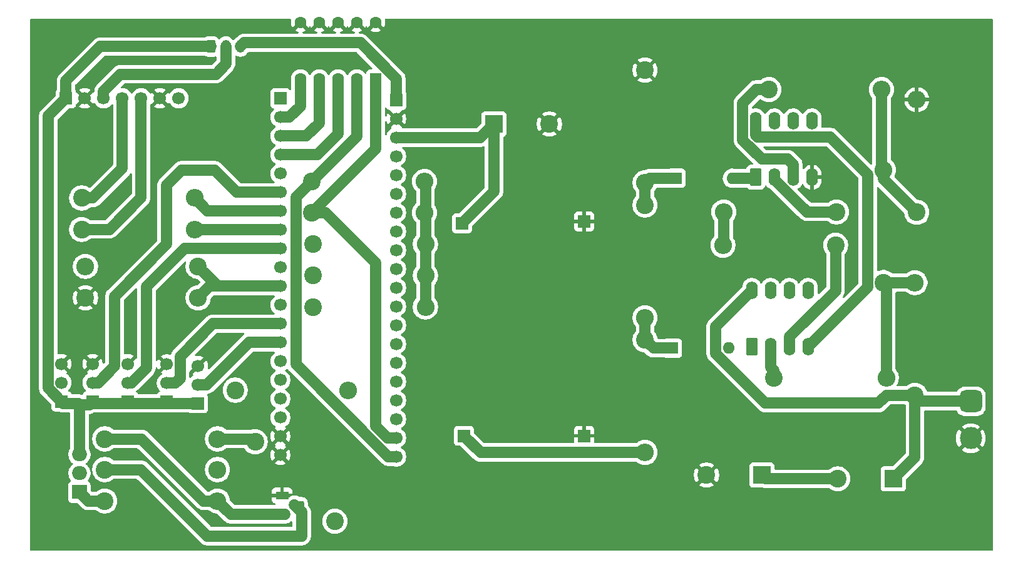
<source format=gbr>
%TF.GenerationSoftware,KiCad,Pcbnew,9.0.3*%
%TF.CreationDate,2025-08-24T00:43:17+05:30*%
%TF.ProjectId,single-layer-modules,73696e67-6c65-42d6-9c61-7965722d6d6f,rev?*%
%TF.SameCoordinates,Original*%
%TF.FileFunction,Copper,L2,Bot*%
%TF.FilePolarity,Positive*%
%FSLAX46Y46*%
G04 Gerber Fmt 4.6, Leading zero omitted, Abs format (unit mm)*
G04 Created by KiCad (PCBNEW 9.0.3) date 2025-08-24 00:43:17*
%MOMM*%
%LPD*%
G01*
G04 APERTURE LIST*
G04 Aperture macros list*
%AMRoundRect*
0 Rectangle with rounded corners*
0 $1 Rounding radius*
0 $2 $3 $4 $5 $6 $7 $8 $9 X,Y pos of 4 corners*
0 Add a 4 corners polygon primitive as box body*
4,1,4,$2,$3,$4,$5,$6,$7,$8,$9,$2,$3,0*
0 Add four circle primitives for the rounded corners*
1,1,$1+$1,$2,$3*
1,1,$1+$1,$4,$5*
1,1,$1+$1,$6,$7*
1,1,$1+$1,$8,$9*
0 Add four rect primitives between the rounded corners*
20,1,$1+$1,$2,$3,$4,$5,0*
20,1,$1+$1,$4,$5,$6,$7,0*
20,1,$1+$1,$6,$7,$8,$9,0*
20,1,$1+$1,$8,$9,$2,$3,0*%
%AMHorizOval*
0 Thick line with rounded ends*
0 $1 width*
0 $2 $3 position (X,Y) of the first rounded end (center of the circle)*
0 $4 $5 position (X,Y) of the second rounded end (center of the circle)*
0 Add line between two ends*
20,1,$1,$2,$3,$4,$5,0*
0 Add two circle primitives to create the rounded ends*
1,1,$1,$2,$3*
1,1,$1,$4,$5*%
G04 Aperture macros list end*
%TA.AperFunction,ComponentPad*%
%ADD10C,2.400000*%
%TD*%
%TA.AperFunction,ComponentPad*%
%ADD11HorizOval,2.400000X0.000000X0.000000X0.000000X0.000000X0*%
%TD*%
%TA.AperFunction,ComponentPad*%
%ADD12O,2.400000X2.400000*%
%TD*%
%TA.AperFunction,ComponentPad*%
%ADD13RoundRect,0.250000X-0.350000X-0.625000X0.350000X-0.625000X0.350000X0.625000X-0.350000X0.625000X0*%
%TD*%
%TA.AperFunction,ComponentPad*%
%ADD14O,1.200000X1.750000*%
%TD*%
%TA.AperFunction,ComponentPad*%
%ADD15R,2.400000X2.400000*%
%TD*%
%TA.AperFunction,ComponentPad*%
%ADD16C,1.600000*%
%TD*%
%TA.AperFunction,ComponentPad*%
%ADD17RoundRect,0.250000X0.550000X-0.550000X0.550000X0.550000X-0.550000X0.550000X-0.550000X-0.550000X0*%
%TD*%
%TA.AperFunction,ComponentPad*%
%ADD18R,2.000000X1.905000*%
%TD*%
%TA.AperFunction,ComponentPad*%
%ADD19O,2.000000X1.905000*%
%TD*%
%TA.AperFunction,ComponentPad*%
%ADD20C,1.700000*%
%TD*%
%TA.AperFunction,ComponentPad*%
%ADD21R,1.700000X1.700000*%
%TD*%
%TA.AperFunction,ComponentPad*%
%ADD22O,1.600000X1.600000*%
%TD*%
%TA.AperFunction,ComponentPad*%
%ADD23R,1.600000X1.600000*%
%TD*%
%TA.AperFunction,ComponentPad*%
%ADD24O,1.600000X2.400000*%
%TD*%
%TA.AperFunction,ComponentPad*%
%ADD25RoundRect,0.250000X0.550000X-0.950000X0.550000X0.950000X-0.550000X0.950000X-0.550000X-0.950000X0*%
%TD*%
%TA.AperFunction,ComponentPad*%
%ADD26C,3.000000*%
%TD*%
%TA.AperFunction,ComponentPad*%
%ADD27RoundRect,0.750000X-0.750000X0.750000X-0.750000X-0.750000X0.750000X-0.750000X0.750000X0.750000X0*%
%TD*%
%TA.AperFunction,ComponentPad*%
%ADD28R,1.800000X1.100000*%
%TD*%
%TA.AperFunction,ComponentPad*%
%ADD29RoundRect,0.275000X-0.625000X0.275000X-0.625000X-0.275000X0.625000X-0.275000X0.625000X0.275000X0*%
%TD*%
%TA.AperFunction,Conductor*%
%ADD30C,1.500000*%
%TD*%
G04 APERTURE END LIST*
D10*
%TO.P,R24,1*%
%TO.N,+5V*%
X118740000Y-104250000D03*
D11*
%TO.P,R24,2*%
X107963693Y-93473693D03*
%TD*%
D10*
%TO.P,R23,1*%
%TO.N,Net-(R23-Pad1)*%
X105260000Y-86500000D03*
D12*
%TO.P,R23,2*%
%TO.N,PB_3*%
X120500000Y-86500000D03*
%TD*%
D13*
%TO.P,JP1,1,A*%
%TO.N,VCC_5V*%
X102000000Y-40000000D03*
D14*
%TO.P,JP1,2,C*%
%TO.N,SIM800L*%
X104000000Y-40000000D03*
%TO.P,JP1,3,B*%
%TO.N,+3.3V*%
X106000000Y-40000000D03*
%TD*%
D12*
%TO.P,R2,2*%
%TO.N,+3.3V*%
X130870000Y-58250000D03*
D10*
%TO.P,R2,1*%
%TO.N,PB_12*%
X115630000Y-58250000D03*
%TD*%
D12*
%TO.P,R3,2*%
%TO.N,+3.3V*%
X130990000Y-75250000D03*
D10*
%TO.P,R3,1*%
%TO.N,PC_15*%
X115750000Y-75250000D03*
%TD*%
D15*
%TO.P,C1,1*%
%TO.N,+5V*%
X140250000Y-50500000D03*
D10*
%TO.P,C1,2*%
%TO.N,GND*%
X147750000Y-50500000D03*
%TD*%
D12*
%TO.P,R1,2*%
%TO.N,+3.3V*%
X130870000Y-62500000D03*
D10*
%TO.P,R1,1*%
%TO.N,PB_13*%
X115630000Y-62500000D03*
%TD*%
D12*
%TO.P,R4,2*%
%TO.N,+3.3V*%
X130990000Y-71000000D03*
D10*
%TO.P,R4,1*%
%TO.N,PC_14*%
X115750000Y-71000000D03*
%TD*%
D12*
%TO.P,R5,2*%
%TO.N,+3.3V*%
X130990000Y-66750000D03*
D10*
%TO.P,R5,1*%
%TO.N,PC_13*%
X115750000Y-66750000D03*
%TD*%
D12*
%TO.P,R8,2*%
%TO.N,Net-(Q2-C)*%
X102870000Y-101500000D03*
D10*
%TO.P,R8,1*%
%TO.N,Net-(Q1-G)*%
X87630000Y-101500000D03*
%TD*%
D12*
%TO.P,R7,2*%
%TO.N,Net-(R23-Pad1)*%
X102870000Y-97250000D03*
D10*
%TO.P,R7,1*%
%TO.N,Net-(Q2-B)*%
X87630000Y-97250000D03*
%TD*%
%TO.P,R6,1*%
%TO.N,Net-(Q2-C)*%
X87630000Y-93100000D03*
D12*
%TO.P,R6,2*%
%TO.N,+5V*%
X102870000Y-93100000D03*
%TD*%
D16*
%TO.P,SW1,10*%
%TO.N,GND*%
X124250000Y-36750000D03*
%TO.P,SW1,9*%
X121710000Y-36750000D03*
%TO.P,SW1,8*%
X119170000Y-36750000D03*
%TO.P,SW1,7*%
X116630000Y-36750000D03*
%TO.P,SW1,6*%
X114090000Y-36750000D03*
%TO.P,SW1,5*%
%TO.N,PC_13*%
X114090000Y-44370000D03*
%TO.P,SW1,4*%
%TO.N,PC_14*%
X116630000Y-44370000D03*
%TO.P,SW1,3*%
%TO.N,PC_15*%
X119170000Y-44370000D03*
%TO.P,SW1,2*%
%TO.N,PB_12*%
X121710000Y-44370000D03*
D17*
%TO.P,SW1,1*%
%TO.N,PB_13*%
X124250000Y-44370000D03*
%TD*%
D18*
%TO.P,Q1,1,G*%
%TO.N,Net-(Q1-G)*%
X84195000Y-100290000D03*
D19*
%TO.P,Q1,2,D*%
%TO.N,+5V*%
X84195000Y-97750000D03*
%TO.P,Q1,3,S*%
%TO.N,VCC_5V*%
X84195000Y-95210000D03*
%TD*%
D20*
%TO.P,J3,7,Pin_7*%
%TO.N,unconnected-(J3-Pin_7-Pad7)*%
X97620000Y-47000000D03*
%TO.P,J3,6,Pin_6*%
%TO.N,GND*%
X95080000Y-47000000D03*
%TO.P,J3,5,Pin_5*%
%TO.N,Net-(J3-Pin_5)*%
X92540000Y-47000000D03*
%TO.P,J3,4,Pin_4*%
%TO.N,Net-(J3-Pin_4)*%
X90000000Y-47000000D03*
%TO.P,J3,3,Pin_3*%
%TO.N,SIM800L*%
X87460000Y-47000000D03*
%TO.P,J3,2,Pin_2*%
%TO.N,GND*%
X84920000Y-47000000D03*
D21*
%TO.P,J3,1,Pin_1*%
%TO.N,VCC_5V*%
X82380000Y-47000000D03*
%TD*%
D12*
%TO.P,R21,2*%
%TO.N,PA_2*%
X99750000Y-60500000D03*
D10*
%TO.P,R21,1*%
%TO.N,Net-(J3-Pin_4)*%
X84510000Y-60500000D03*
%TD*%
D12*
%TO.P,R22,2*%
%TO.N,PA_3*%
X99750000Y-64750000D03*
D10*
%TO.P,R22,1*%
%TO.N,Net-(J3-Pin_5)*%
X84510000Y-64750000D03*
%TD*%
D22*
%TO.P,D2,2,A*%
%TO.N,Net-(D2-A)*%
X172500000Y-57819466D03*
D23*
%TO.P,D2,1,K*%
%TO.N,Net-(D2-K)*%
X164880000Y-57819466D03*
%TD*%
D10*
%TO.P,C2,2*%
%TO.N,Net-(C2-Pad2)*%
X186750000Y-98500000D03*
D15*
%TO.P,C2,1*%
%TO.N,SOLAR_REG_IN*%
X194250000Y-98500000D03*
%TD*%
D10*
%TO.P,C3,2*%
%TO.N,GND*%
X169000000Y-98000000D03*
D15*
%TO.P,C3,1*%
%TO.N,Net-(C2-Pad2)*%
X176500000Y-98000000D03*
%TD*%
D22*
%TO.P,D1,2,A*%
%TO.N,Net-(D1-A)*%
X172000000Y-80819466D03*
D23*
%TO.P,D1,1,K*%
%TO.N,Net-(D1-K)*%
X164380000Y-80819466D03*
%TD*%
D12*
%TO.P,R12,2*%
%TO.N,Net-(R12-Pad2)*%
X171220000Y-66879466D03*
D10*
%TO.P,R12,1*%
%TO.N,Net-(U1A-+)*%
X186460000Y-66879466D03*
%TD*%
D12*
%TO.P,R16,2*%
%TO.N,Net-(R15-Pad2)*%
X192940000Y-56699466D03*
D10*
%TO.P,R16,1*%
%TO.N,Net-(R13-Pad2)*%
X192940000Y-71939466D03*
%TD*%
D12*
%TO.P,R13,2*%
%TO.N,Net-(R13-Pad2)*%
X193310000Y-84819466D03*
D10*
%TO.P,R13,1*%
%TO.N,Net-(U1A--)*%
X178070000Y-84819466D03*
%TD*%
%TO.P,R14,1*%
%TO.N,Net-(U2A--)*%
X186580000Y-62379466D03*
D12*
%TO.P,R14,2*%
%TO.N,Net-(R12-Pad2)*%
X171340000Y-62379466D03*
%TD*%
%TO.P,R11,2*%
%TO.N,Net-(D2-K)*%
X160690000Y-58439466D03*
D10*
%TO.P,R11,1*%
%TO.N,GND*%
X160690000Y-43199466D03*
%TD*%
D12*
%TO.P,R10,2*%
%TO.N,Net-(D1-K)*%
X160690000Y-76689466D03*
D10*
%TO.P,R10,1*%
%TO.N,Net-(D2-K)*%
X160690000Y-61449466D03*
%TD*%
D12*
%TO.P,R15,2*%
%TO.N,Net-(R15-Pad2)*%
X192680000Y-45819466D03*
D10*
%TO.P,R15,1*%
%TO.N,Net-(U2A-+)*%
X177440000Y-45819466D03*
%TD*%
D24*
%TO.P,U1,8,V+*%
%TO.N,SOLAR_REG_IN*%
X175130000Y-73009466D03*
%TO.P,U1,7*%
%TO.N,unconnected-(U1-Pad7)*%
X177670000Y-73009466D03*
%TO.P,U1,6,-*%
%TO.N,unconnected-(U1B---Pad6)*%
X180210000Y-73009466D03*
%TO.P,U1,5,+*%
%TO.N,unconnected-(U1B-+-Pad5)*%
X182750000Y-73009466D03*
%TO.P,U1,4,V-*%
%TO.N,Net-(U1C-V-)*%
X182750000Y-80629466D03*
%TO.P,U1,3,+*%
%TO.N,Net-(U1A-+)*%
X180210000Y-80629466D03*
%TO.P,U1,2,-*%
%TO.N,Net-(U1A--)*%
X177670000Y-80629466D03*
D25*
%TO.P,U1,1*%
%TO.N,Net-(D1-A)*%
X175130000Y-80629466D03*
%TD*%
D12*
%TO.P,R18,2*%
%TO.N,GND*%
X197440000Y-47199466D03*
D10*
%TO.P,R18,1*%
%TO.N,Net-(R15-Pad2)*%
X197440000Y-62439466D03*
%TD*%
D12*
%TO.P,R17,2*%
%TO.N,Net-(R13-Pad2)*%
X197190000Y-71949466D03*
D10*
%TO.P,R17,1*%
%TO.N,SOLAR_REG_IN*%
X197190000Y-87189466D03*
%TD*%
D24*
%TO.P,U2,8,V+*%
%TO.N,Net-(U1C-V-)*%
X175650000Y-50069466D03*
%TO.P,U2,7*%
%TO.N,N/C*%
X178190000Y-50069466D03*
%TO.P,U2,6*%
X180730000Y-50069466D03*
%TO.P,U2,5*%
X183270000Y-50069466D03*
%TO.P,U2,4,V-*%
%TO.N,GND*%
X183270000Y-57689466D03*
%TO.P,U2,3,+*%
%TO.N,Net-(U2A-+)*%
X180730000Y-57689466D03*
%TO.P,U2,2,-*%
%TO.N,Net-(U2A--)*%
X178190000Y-57689466D03*
D25*
%TO.P,U2,1*%
%TO.N,Net-(D2-A)*%
X175650000Y-57689466D03*
%TD*%
D26*
%TO.P,J12,2,Pin_2*%
%TO.N,GND*%
X204750000Y-93000000D03*
D27*
%TO.P,J12,1,Pin_1*%
%TO.N,SOLAR_REG_IN*%
X204750000Y-88000000D03*
%TD*%
D10*
%TO.P,R20,1*%
%TO.N,GND*%
X85010000Y-74000000D03*
D12*
%TO.P,R20,2*%
%TO.N,PA_6*%
X100250000Y-74000000D03*
%TD*%
D10*
%TO.P,R19,1*%
%TO.N,PA_6*%
X100250000Y-69750000D03*
D12*
%TO.P,R19,2*%
%TO.N,SOLAR_REG_IN*%
X85010000Y-69750000D03*
%TD*%
D10*
%TO.P,R9,1*%
%TO.N,Net-(D1-K)*%
X160690000Y-79699466D03*
D12*
%TO.P,R9,2*%
%TO.N,VCC_IN*%
X160690000Y-94939466D03*
%TD*%
D21*
%TO.P,J11,1,Pin_1*%
%TO.N,GND*%
X152440000Y-63680000D03*
%TD*%
%TO.P,J10,1,Pin_1*%
%TO.N,+5V*%
X135940000Y-63930000D03*
%TD*%
%TO.P,J9,1,Pin_1*%
%TO.N,GND*%
X152440000Y-92680000D03*
%TD*%
%TO.P,J8,1,Pin_1*%
%TO.N,VCC_IN*%
X136190000Y-92680000D03*
%TD*%
%TO.P,J1,1,Pin_1*%
%TO.N,+3.3V*%
X127040000Y-47240000D03*
D20*
%TO.P,J1,2,Pin_2*%
%TO.N,GND*%
X127040000Y-49780000D03*
%TO.P,J1,3,Pin_3*%
%TO.N,+5V*%
X127040000Y-52320000D03*
%TO.P,J1,4,Pin_4*%
%TO.N,PB_9*%
X127040000Y-54860000D03*
%TO.P,J1,5,Pin_5*%
%TO.N,PB_8*%
X127040000Y-57400000D03*
%TO.P,J1,6,Pin_6*%
%TO.N,PB_7*%
X127040000Y-59940000D03*
%TO.P,J1,7,Pin_7*%
%TO.N,PB_6*%
X127040000Y-62480000D03*
%TO.P,J1,8,Pin_8*%
%TO.N,PB_5*%
X127040000Y-65020000D03*
%TO.P,J1,9,Pin_9*%
%TO.N,PB_4*%
X127040000Y-67560000D03*
%TO.P,J1,10,Pin_10*%
%TO.N,PB_3*%
X127040000Y-70100000D03*
%TO.P,J1,11,Pin_11*%
%TO.N,PA_15*%
X127040000Y-72640000D03*
%TO.P,J1,12,Pin_12*%
%TO.N,PA_12*%
X127040000Y-75180000D03*
%TO.P,J1,13,Pin_13*%
%TO.N,PA_11*%
X127040000Y-77720000D03*
%TO.P,J1,14,Pin_14*%
%TO.N,PA_10*%
X127040000Y-80260000D03*
%TO.P,J1,15,Pin_15*%
%TO.N,PA_9*%
X127040000Y-82800000D03*
%TO.P,J1,16,Pin_16*%
%TO.N,PA_8*%
X127040000Y-85340000D03*
%TO.P,J1,17,Pin_17*%
%TO.N,PB_15*%
X127040000Y-87880000D03*
%TO.P,J1,18,Pin_18*%
%TO.N,PB_14*%
X127040000Y-90420000D03*
%TO.P,J1,19,Pin_19*%
%TO.N,PB_13*%
X127040000Y-92960000D03*
%TO.P,J1,20,Pin_20*%
%TO.N,PB_12*%
X127040000Y-95500000D03*
%TD*%
D21*
%TO.P,J7,1,Pin_1*%
%TO.N,VCC_5V*%
X90750000Y-88040000D03*
D20*
%TO.P,J7,2,Pin_2*%
%TO.N,PA_4*%
X90750000Y-85500000D03*
%TO.P,J7,3,Pin_3*%
%TO.N,GND*%
X90750000Y-82960000D03*
%TD*%
D21*
%TO.P,J5,1,Pin_1*%
%TO.N,VCC_5V*%
X100225000Y-88275000D03*
D20*
%TO.P,J5,2,Pin_2*%
%TO.N,PB_1*%
X100225000Y-85735000D03*
%TO.P,J5,3,Pin_3*%
%TO.N,GND*%
X100225000Y-83195000D03*
%TD*%
D21*
%TO.P,J4,1,Pin_1*%
%TO.N,VCC_5V*%
X96000000Y-88080000D03*
D20*
%TO.P,J4,2,Pin_2*%
%TO.N,PB_0*%
X96000000Y-85540000D03*
%TO.P,J4,3,Pin_3*%
%TO.N,GND*%
X96000000Y-83000000D03*
%TD*%
D21*
%TO.P,J8,1,Pin_1*%
%TO.N,VCC_5V*%
X81775000Y-88025000D03*
D20*
%TO.P,J8,2,Pin_2*%
%TO.N,unconnected-(J8-Pin_2-Pad2)*%
X81775000Y-85485000D03*
%TO.P,J8,3,Pin_3*%
%TO.N,GND*%
X81775000Y-82945000D03*
%TD*%
D28*
%TO.P,Q2,1,E*%
%TO.N,GND*%
X111600000Y-100750000D03*
D29*
%TO.P,Q2,2,B*%
%TO.N,Net-(Q2-B)*%
X113670000Y-102020000D03*
%TO.P,Q2,3,C*%
%TO.N,Net-(Q2-C)*%
X111600000Y-103290000D03*
%TD*%
D21*
%TO.P,J6,1,Pin_1*%
%TO.N,VCC_5V*%
X85975000Y-88025000D03*
D20*
%TO.P,J6,2,Pin_2*%
%TO.N,PA_1*%
X85975000Y-85485000D03*
%TO.P,J6,3,Pin_3*%
%TO.N,GND*%
X85975000Y-82945000D03*
%TD*%
D21*
%TO.P,J2,1,Pin_1*%
%TO.N,VCC_RTC*%
X111380000Y-47030000D03*
D20*
%TO.P,J2,2,Pin_2*%
%TO.N,PC_13*%
X111380000Y-49570000D03*
%TO.P,J2,3,Pin_3*%
%TO.N,PC_14*%
X111380000Y-52110000D03*
%TO.P,J2,4,Pin_4*%
%TO.N,PC_15*%
X111380000Y-54650000D03*
%TO.P,J2,5,Pin_5*%
%TO.N,PA_0*%
X111380000Y-57190000D03*
%TO.P,J2,6,Pin_6*%
%TO.N,PA_1*%
X111380000Y-59730000D03*
%TO.P,J2,7,Pin_7*%
%TO.N,PA_2*%
X111380000Y-62270000D03*
%TO.P,J2,8,Pin_8*%
%TO.N,PA_3*%
X111380000Y-64810000D03*
%TO.P,J2,9,Pin_9*%
%TO.N,PA_4*%
X111380000Y-67350000D03*
%TO.P,J2,10,Pin_10*%
%TO.N,PA_5*%
X111380000Y-69890000D03*
%TO.P,J2,11,Pin_11*%
%TO.N,PA_6*%
X111380000Y-72430000D03*
%TO.P,J2,12,Pin_12*%
%TO.N,PA_7*%
X111380000Y-74970000D03*
%TO.P,J2,13,Pin_13*%
%TO.N,PB_0*%
X111380000Y-77510000D03*
%TO.P,J2,14,Pin_14*%
%TO.N,PB_1*%
X111380000Y-80050000D03*
%TO.P,J2,15,Pin_15*%
%TO.N,PB_10*%
X111380000Y-82590000D03*
%TO.P,J2,16,Pin_16*%
%TO.N,PB_11*%
X111380000Y-85130000D03*
%TO.P,J2,17,Pin_17*%
%TO.N,RESET*%
X111380000Y-87670000D03*
%TO.P,J2,18,Pin_18*%
%TO.N,+3.3V*%
X111380000Y-90210000D03*
%TO.P,J2,19,Pin_19*%
%TO.N,GND*%
X111380000Y-92750000D03*
%TO.P,J2,20,Pin_20*%
X111380000Y-95290000D03*
%TD*%
D30*
%TO.N,+5V*%
X107590000Y-93100000D02*
X107963693Y-93473693D01*
X102870000Y-93100000D02*
X107590000Y-93100000D01*
%TO.N,Net-(C2-Pad2)*%
X177000000Y-98500000D02*
X176500000Y-98000000D01*
X186750000Y-98500000D02*
X177000000Y-98500000D01*
%TO.N,SOLAR_REG_IN*%
X197190000Y-95560000D02*
X194250000Y-98500000D01*
X197190000Y-87189466D02*
X197190000Y-95560000D01*
X198000534Y-88000000D02*
X197190000Y-87189466D01*
X204750000Y-88000000D02*
X198000534Y-88000000D01*
%TO.N,VCC_5V*%
X82380000Y-44650000D02*
X82380000Y-47000000D01*
X87030000Y-40000000D02*
X82380000Y-44650000D01*
X102000000Y-40000000D02*
X87030000Y-40000000D01*
%TO.N,SIM800L*%
X87460000Y-46040000D02*
X87460000Y-47000000D01*
X89750000Y-43750000D02*
X87460000Y-46040000D01*
X104000000Y-42375000D02*
X102625000Y-43750000D01*
X104000000Y-40000000D02*
X104000000Y-42375000D01*
X102625000Y-43750000D02*
X89750000Y-43750000D01*
%TO.N,+3.3V*%
X122185398Y-39500000D02*
X106500000Y-39500000D01*
X127040000Y-44354602D02*
X122185398Y-39500000D01*
X106500000Y-39500000D02*
X106000000Y-40000000D01*
X127040000Y-47240000D02*
X127040000Y-44354602D01*
X130990000Y-58370000D02*
X130870000Y-58250000D01*
X130990000Y-75250000D02*
X130990000Y-58370000D01*
%TO.N,PB_12*%
X125972342Y-95500000D02*
X127040000Y-95500000D01*
X113479000Y-83006658D02*
X125972342Y-95500000D01*
X113479000Y-60401000D02*
X113479000Y-83006658D01*
X115630000Y-58250000D02*
X113479000Y-60401000D01*
%TO.N,PB_13*%
X124250000Y-69250000D02*
X117500000Y-62500000D01*
X124250000Y-91372081D02*
X124250000Y-69250000D01*
X117500000Y-62500000D02*
X115630000Y-62500000D01*
X125837919Y-92960000D02*
X124250000Y-91372081D01*
X127040000Y-92960000D02*
X125837919Y-92960000D01*
X124250000Y-53880000D02*
X115630000Y-62500000D01*
X124250000Y-44370000D02*
X124250000Y-53880000D01*
%TO.N,PB_12*%
X121710000Y-52170000D02*
X115630000Y-58250000D01*
X121710000Y-44370000D02*
X121710000Y-52170000D01*
%TO.N,+5V*%
X138430000Y-52320000D02*
X140250000Y-50500000D01*
X127040000Y-52320000D02*
X138430000Y-52320000D01*
X140250000Y-59620000D02*
X140250000Y-50500000D01*
%TO.N,PB_1*%
X107112081Y-80050000D02*
X111380000Y-80050000D01*
X100225000Y-85735000D02*
X101427081Y-85735000D01*
X101427081Y-85735000D02*
X107112081Y-80050000D01*
%TO.N,PB_0*%
X97202081Y-85540000D02*
X96000000Y-85540000D01*
X97801000Y-84941081D02*
X97202081Y-85540000D01*
X97801000Y-81949000D02*
X97801000Y-84941081D01*
X102240000Y-77510000D02*
X97801000Y-81949000D01*
X111380000Y-77510000D02*
X102240000Y-77510000D01*
%TO.N,PA_4*%
X98410026Y-67350000D02*
X111380000Y-67350000D01*
X91250000Y-85500000D02*
X93250000Y-83500000D01*
X93250000Y-72510026D02*
X98410026Y-67350000D01*
X90750000Y-85500000D02*
X91250000Y-85500000D01*
X93250000Y-83500000D02*
X93250000Y-72510026D01*
%TO.N,PA_1*%
X105480000Y-59730000D02*
X111380000Y-59730000D01*
X102500000Y-56750000D02*
X105480000Y-59730000D01*
X98000000Y-56750000D02*
X102500000Y-56750000D01*
X96000000Y-58750000D02*
X98000000Y-56750000D01*
X96000000Y-66750000D02*
X96000000Y-58750000D01*
X88949000Y-73801000D02*
X96000000Y-66750000D01*
X88949000Y-83250000D02*
X88949000Y-73801000D01*
X86714000Y-85485000D02*
X88949000Y-83250000D01*
X85975000Y-85485000D02*
X86714000Y-85485000D01*
%TO.N,VCC_5V*%
X84195000Y-88470000D02*
X85530000Y-88470000D01*
X85530000Y-88470000D02*
X85975000Y-88025000D01*
X86225000Y-88275000D02*
X85975000Y-88025000D01*
X100225000Y-88275000D02*
X86225000Y-88275000D01*
%TO.N,PC_14*%
X116630000Y-50370000D02*
X116630000Y-44370000D01*
X114890000Y-52110000D02*
X116630000Y-50370000D01*
X111380000Y-52110000D02*
X114890000Y-52110000D01*
%TO.N,PC_13*%
X114090000Y-48062081D02*
X114090000Y-44370000D01*
X111380000Y-49570000D02*
X112582081Y-49570000D01*
X112582081Y-49570000D02*
X114090000Y-48062081D01*
%TO.N,PC_15*%
X116350000Y-54650000D02*
X119170000Y-51830000D01*
X119170000Y-51830000D02*
X119170000Y-44370000D01*
X111380000Y-54650000D02*
X116350000Y-54650000D01*
%TO.N,VCC_5V*%
X79974000Y-49406000D02*
X82380000Y-47000000D01*
X79974000Y-86230999D02*
X79974000Y-49406000D01*
X81768001Y-88025000D02*
X79974000Y-86230999D01*
X81775000Y-88025000D02*
X81768001Y-88025000D01*
%TO.N,Net-(J3-Pin_4)*%
X90000000Y-56500000D02*
X90000000Y-47000000D01*
X86000000Y-60500000D02*
X90000000Y-56500000D01*
X84510000Y-60500000D02*
X86000000Y-60500000D01*
%TO.N,Net-(J3-Pin_5)*%
X92540000Y-60460000D02*
X92540000Y-47000000D01*
X88250000Y-64750000D02*
X92540000Y-60460000D01*
X84510000Y-64750000D02*
X88250000Y-64750000D01*
%TO.N,VCC_5V*%
X84000000Y-88275000D02*
X84195000Y-88470000D01*
X84000000Y-88275000D02*
X82025000Y-88275000D01*
X84195000Y-88470000D02*
X84195000Y-95210000D01*
X82025000Y-88275000D02*
X81775000Y-88025000D01*
%TO.N,Net-(Q1-G)*%
X85405000Y-101500000D02*
X84195000Y-100290000D01*
X87630000Y-101500000D02*
X85405000Y-101500000D01*
%TO.N,Net-(Q2-C)*%
X101000000Y-101500000D02*
X102870000Y-101500000D01*
X92600000Y-93100000D02*
X101000000Y-101500000D01*
X87630000Y-93100000D02*
X92600000Y-93100000D01*
X104660000Y-103290000D02*
X102870000Y-101500000D01*
X112000000Y-103290000D02*
X104660000Y-103290000D01*
%TO.N,Net-(Q2-B)*%
X114250000Y-106250000D02*
X114250000Y-103000000D01*
X101500000Y-106250000D02*
X114250000Y-106250000D01*
X92500000Y-97250000D02*
X101500000Y-106250000D01*
X114250000Y-103000000D02*
X113270000Y-102020000D01*
X87630000Y-97250000D02*
X92500000Y-97250000D01*
%TO.N,PA_6*%
X103750000Y-72430000D02*
X111380000Y-72430000D01*
X100250000Y-74000000D02*
X101820000Y-72430000D01*
X101820000Y-72430000D02*
X103750000Y-72430000D01*
X102930000Y-72430000D02*
X103750000Y-72430000D01*
X100250000Y-69750000D02*
X102930000Y-72430000D01*
%TO.N,PA_3*%
X99810000Y-64810000D02*
X99750000Y-64750000D01*
X111380000Y-64810000D02*
X99810000Y-64810000D01*
%TO.N,PA_2*%
X99750000Y-60500000D02*
X101520000Y-62270000D01*
X101520000Y-62270000D02*
X111380000Y-62270000D01*
%TO.N,+5V*%
X135940000Y-63930000D02*
X140250000Y-59620000D01*
%TO.N,VCC_IN*%
X160690000Y-94939466D02*
X138449466Y-94939466D01*
X138449466Y-94939466D02*
X136190000Y-92680000D01*
%TO.N,Net-(D1-K)*%
X161810000Y-80819466D02*
X160690000Y-79699466D01*
X164380000Y-80819466D02*
X161810000Y-80819466D01*
X160690000Y-79699466D02*
X160690000Y-76689466D01*
%TO.N,Net-(D2-K)*%
X160690000Y-58439466D02*
X161310000Y-57819466D01*
X160690000Y-61449466D02*
X160690000Y-58439466D01*
X164880000Y-57819466D02*
X161310000Y-57819466D01*
%TO.N,Net-(D2-A)*%
X175520000Y-57819466D02*
X175650000Y-57689466D01*
X172500000Y-57819466D02*
X175520000Y-57819466D01*
%TO.N,Net-(R15-Pad2)*%
X192940000Y-57939466D02*
X197440000Y-62439466D01*
X192940000Y-56699466D02*
X192940000Y-57939466D01*
X192680000Y-56439466D02*
X192940000Y-56699466D01*
X192680000Y-45819466D02*
X192680000Y-56439466D01*
%TO.N,Net-(U2A-+)*%
X176500000Y-55250000D02*
X173899000Y-52649000D01*
X180000000Y-55250000D02*
X176500000Y-55250000D01*
X173899000Y-52649000D02*
X173899000Y-47663410D01*
X180730000Y-55980000D02*
X180000000Y-55250000D01*
X175742944Y-45819466D02*
X177440000Y-45819466D01*
X180730000Y-57689466D02*
X180730000Y-55980000D01*
X173899000Y-47663410D02*
X175742944Y-45819466D01*
%TO.N,Net-(U1C-V-)*%
X175650000Y-51969466D02*
X175650000Y-50069466D01*
X185750000Y-52250000D02*
X175930534Y-52250000D01*
X190789000Y-57289000D02*
X185750000Y-52250000D01*
X190789000Y-72590466D02*
X190789000Y-57289000D01*
X175930534Y-52250000D02*
X175650000Y-51969466D01*
X182750000Y-80629466D02*
X190789000Y-72590466D01*
%TO.N,Net-(U2A--)*%
X182250000Y-62000000D02*
X182164246Y-62000000D01*
X182629466Y-62379466D02*
X182250000Y-62000000D01*
X178190000Y-58025754D02*
X178190000Y-57689466D01*
X186580000Y-62379466D02*
X182629466Y-62379466D01*
X182164246Y-62000000D02*
X178190000Y-58025754D01*
%TO.N,Net-(R12-Pad2)*%
X171340000Y-66759466D02*
X171220000Y-66879466D01*
X171340000Y-62379466D02*
X171340000Y-66759466D01*
%TO.N,SOLAR_REG_IN*%
X193310534Y-87189466D02*
X197190000Y-87189466D01*
X192250000Y-88250000D02*
X193310534Y-87189466D01*
X176954246Y-88250000D02*
X192250000Y-88250000D01*
X170249000Y-81544754D02*
X176954246Y-88250000D01*
X170249000Y-77890466D02*
X170249000Y-81544754D01*
X175130000Y-73009466D02*
X170249000Y-77890466D01*
%TO.N,Net-(U1A-+)*%
X180210000Y-79290000D02*
X180210000Y-80629466D01*
X186460000Y-73040000D02*
X180210000Y-79290000D01*
X186460000Y-66879466D02*
X186460000Y-73040000D01*
%TO.N,Net-(U1A--)*%
X177670000Y-83420000D02*
X177670000Y-80629466D01*
X178070000Y-83820000D02*
X177670000Y-83420000D01*
X178070000Y-84819466D02*
X178070000Y-83820000D01*
%TO.N,Net-(R13-Pad2)*%
X192950000Y-71949466D02*
X192940000Y-71939466D01*
X197190000Y-71949466D02*
X192950000Y-71949466D01*
X193310000Y-84819466D02*
X193310000Y-72309466D01*
X193310000Y-72309466D02*
X192940000Y-71939466D01*
%TD*%
%TA.AperFunction,Conductor*%
%TO.N,GND*%
G36*
X112781763Y-36270185D02*
G01*
X112827518Y-36322989D01*
X112837462Y-36392147D01*
X112832655Y-36412817D01*
X112822011Y-36445574D01*
X112822010Y-36445581D01*
X112790000Y-36647682D01*
X112790000Y-36852317D01*
X112822009Y-37054417D01*
X112885244Y-37249031D01*
X112978141Y-37431350D01*
X112978147Y-37431359D01*
X113010523Y-37475921D01*
X113010524Y-37475922D01*
X113690000Y-36796446D01*
X113690000Y-36802661D01*
X113717259Y-36904394D01*
X113769920Y-36995606D01*
X113844394Y-37070080D01*
X113935606Y-37122741D01*
X114037339Y-37150000D01*
X114043553Y-37150000D01*
X113364076Y-37829474D01*
X113408650Y-37861859D01*
X113590968Y-37954755D01*
X113753510Y-38007569D01*
X113811185Y-38047007D01*
X113838383Y-38111366D01*
X113826468Y-38180212D01*
X113779224Y-38231688D01*
X113715191Y-38249500D01*
X106401578Y-38249500D01*
X106207173Y-38280290D01*
X106019969Y-38341117D01*
X105844591Y-38430478D01*
X105685361Y-38546164D01*
X105487142Y-38744382D01*
X105455760Y-38767183D01*
X105423213Y-38783767D01*
X105423209Y-38783770D01*
X105283075Y-38885583D01*
X105283069Y-38885588D01*
X105160588Y-39008069D01*
X105160581Y-39008078D01*
X105100317Y-39091023D01*
X105044987Y-39133689D01*
X104975374Y-39139667D01*
X104913579Y-39107061D01*
X104899683Y-39091023D01*
X104839418Y-39008078D01*
X104839414Y-39008072D01*
X104716928Y-38885586D01*
X104576788Y-38783768D01*
X104422445Y-38705127D01*
X104257701Y-38651598D01*
X104257699Y-38651597D01*
X104257698Y-38651597D01*
X104126271Y-38630781D01*
X104086611Y-38624500D01*
X103913389Y-38624500D01*
X103873728Y-38630781D01*
X103742302Y-38651597D01*
X103577552Y-38705128D01*
X103423211Y-38783768D01*
X103283073Y-38885585D01*
X103175530Y-38993128D01*
X103114207Y-39026612D01*
X103044515Y-39021628D01*
X102988582Y-38979756D01*
X102982310Y-38970543D01*
X102942712Y-38906344D01*
X102818656Y-38782288D01*
X102693559Y-38705128D01*
X102669336Y-38690187D01*
X102669331Y-38690185D01*
X102667862Y-38689698D01*
X102502797Y-38635001D01*
X102502795Y-38635000D01*
X102400010Y-38624500D01*
X101599998Y-38624500D01*
X101599980Y-38624501D01*
X101497203Y-38635000D01*
X101497200Y-38635001D01*
X101330668Y-38690185D01*
X101330659Y-38690189D01*
X101264432Y-38731039D01*
X101199336Y-38749500D01*
X86931578Y-38749500D01*
X86737173Y-38780290D01*
X86549969Y-38841117D01*
X86374594Y-38930476D01*
X86306767Y-38979756D01*
X86215354Y-39046172D01*
X86215352Y-39046174D01*
X86215351Y-39046174D01*
X81426174Y-43835351D01*
X81426174Y-43835352D01*
X81426172Y-43835354D01*
X81376485Y-43903741D01*
X81310476Y-43994594D01*
X81221117Y-44169969D01*
X81160290Y-44357173D01*
X81129500Y-44551577D01*
X81129500Y-45808561D01*
X81109815Y-45875600D01*
X81104767Y-45882872D01*
X81086204Y-45907668D01*
X81086202Y-45907671D01*
X81035908Y-46042517D01*
X81029501Y-46102116D01*
X81029500Y-46102135D01*
X81029500Y-46530663D01*
X81009815Y-46597702D01*
X80993181Y-46618344D01*
X79020174Y-48591351D01*
X79020172Y-48591354D01*
X79002265Y-48616001D01*
X78904476Y-48750594D01*
X78815115Y-48925973D01*
X78815114Y-48925976D01*
X78774302Y-49051587D01*
X78754290Y-49113176D01*
X78754290Y-49113177D01*
X78723500Y-49307577D01*
X78723500Y-86329421D01*
X78754290Y-86523825D01*
X78815117Y-86711029D01*
X78888506Y-86855061D01*
X78904476Y-86886404D01*
X79020172Y-87045645D01*
X79020174Y-87045647D01*
X80388181Y-88413654D01*
X80421666Y-88474977D01*
X80424500Y-88501335D01*
X80424500Y-88922870D01*
X80424501Y-88922876D01*
X80430908Y-88982483D01*
X80481202Y-89117328D01*
X80481206Y-89117335D01*
X80567452Y-89232544D01*
X80567455Y-89232547D01*
X80682664Y-89318793D01*
X80682671Y-89318797D01*
X80727618Y-89335561D01*
X80817517Y-89369091D01*
X80877127Y-89375500D01*
X81400617Y-89375499D01*
X81456912Y-89389014D01*
X81544979Y-89433886D01*
X81629223Y-89461258D01*
X81671346Y-89474944D01*
X81671347Y-89474945D01*
X81671348Y-89474945D01*
X81732173Y-89494709D01*
X81805076Y-89506255D01*
X81926578Y-89525500D01*
X81926583Y-89525500D01*
X82123416Y-89525500D01*
X82820500Y-89525500D01*
X82887539Y-89545185D01*
X82933294Y-89597989D01*
X82944500Y-89649500D01*
X82944500Y-94353506D01*
X82924815Y-94420545D01*
X82920818Y-94426392D01*
X82904783Y-94448461D01*
X82800950Y-94652244D01*
X82730278Y-94869750D01*
X82730278Y-94869753D01*
X82694500Y-95095646D01*
X82694500Y-95324353D01*
X82730278Y-95550246D01*
X82730278Y-95550249D01*
X82800950Y-95767755D01*
X82864914Y-95893291D01*
X82904783Y-95971538D01*
X83039214Y-96156566D01*
X83200934Y-96318286D01*
X83215798Y-96329085D01*
X83285438Y-96379682D01*
X83328103Y-96435013D01*
X83334082Y-96504626D01*
X83301476Y-96566421D01*
X83285438Y-96580318D01*
X83200932Y-96641715D01*
X83039216Y-96803431D01*
X83039216Y-96803432D01*
X83039214Y-96803434D01*
X83000876Y-96856202D01*
X82904783Y-96988461D01*
X82800950Y-97192244D01*
X82730278Y-97409750D01*
X82730278Y-97409753D01*
X82694500Y-97635646D01*
X82694500Y-97864353D01*
X82730278Y-98090246D01*
X82730278Y-98090249D01*
X82800950Y-98307755D01*
X82834511Y-98373622D01*
X82904783Y-98511538D01*
X83037525Y-98694242D01*
X83061005Y-98760046D01*
X83045180Y-98828100D01*
X82995074Y-98876795D01*
X82980541Y-98883308D01*
X82952670Y-98893703D01*
X82952664Y-98893706D01*
X82837455Y-98979952D01*
X82837452Y-98979955D01*
X82751206Y-99095164D01*
X82751202Y-99095171D01*
X82700908Y-99230017D01*
X82694501Y-99289616D01*
X82694501Y-99289623D01*
X82694500Y-99289635D01*
X82694500Y-101290370D01*
X82694501Y-101290376D01*
X82700908Y-101349983D01*
X82751202Y-101484828D01*
X82751206Y-101484835D01*
X82837452Y-101600044D01*
X82837455Y-101600047D01*
X82952664Y-101686293D01*
X82952671Y-101686297D01*
X82993275Y-101701441D01*
X83087517Y-101736591D01*
X83147127Y-101743000D01*
X83828163Y-101742999D01*
X83895202Y-101762683D01*
X83915844Y-101779318D01*
X84451171Y-102314645D01*
X84451172Y-102314646D01*
X84590354Y-102453828D01*
X84749595Y-102569524D01*
X84924971Y-102658882D01*
X84924979Y-102658886D01*
X85009223Y-102686258D01*
X85051346Y-102699944D01*
X85051347Y-102699945D01*
X85051348Y-102699945D01*
X85112173Y-102719709D01*
X85185076Y-102731255D01*
X85306578Y-102750500D01*
X85306583Y-102750500D01*
X86424645Y-102750500D01*
X86491684Y-102770185D01*
X86503131Y-102778806D01*
X86503155Y-102778776D01*
X86656749Y-102896632D01*
X86683226Y-102916948D01*
X86876274Y-103028405D01*
X87082219Y-103113710D01*
X87297537Y-103171404D01*
X87518543Y-103200500D01*
X87518550Y-103200500D01*
X87741450Y-103200500D01*
X87741457Y-103200500D01*
X87962463Y-103171404D01*
X88177781Y-103113710D01*
X88383726Y-103028405D01*
X88576774Y-102916948D01*
X88753624Y-102781247D01*
X88911247Y-102623624D01*
X89046948Y-102446774D01*
X89158405Y-102253726D01*
X89243710Y-102047781D01*
X89301404Y-101832463D01*
X89330500Y-101611457D01*
X89330500Y-101388543D01*
X89301404Y-101167537D01*
X89243710Y-100952219D01*
X89242988Y-100950477D01*
X89205974Y-100861116D01*
X89158405Y-100746274D01*
X89046948Y-100553226D01*
X88911247Y-100376376D01*
X88911242Y-100376370D01*
X88753629Y-100218757D01*
X88753622Y-100218751D01*
X88576782Y-100083058D01*
X88576780Y-100083057D01*
X88576774Y-100083052D01*
X88383726Y-99971595D01*
X88383722Y-99971593D01*
X88177790Y-99886293D01*
X88177783Y-99886291D01*
X88177781Y-99886290D01*
X87962463Y-99828596D01*
X87962457Y-99828595D01*
X87962452Y-99828594D01*
X87741466Y-99799501D01*
X87741463Y-99799500D01*
X87741457Y-99799500D01*
X87518543Y-99799500D01*
X87518537Y-99799500D01*
X87518533Y-99799501D01*
X87297547Y-99828594D01*
X87297540Y-99828595D01*
X87297537Y-99828596D01*
X87244482Y-99842812D01*
X87082219Y-99886290D01*
X87082209Y-99886293D01*
X86876277Y-99971593D01*
X86876273Y-99971595D01*
X86683226Y-100083052D01*
X86683217Y-100083058D01*
X86503155Y-100221224D01*
X86502595Y-100220494D01*
X86443023Y-100248131D01*
X86424645Y-100249500D01*
X85974336Y-100249500D01*
X85944895Y-100240855D01*
X85914909Y-100234332D01*
X85909893Y-100230577D01*
X85907297Y-100229815D01*
X85886655Y-100213181D01*
X85731818Y-100058344D01*
X85698333Y-99997021D01*
X85695499Y-99970663D01*
X85695499Y-99289629D01*
X85695498Y-99289623D01*
X85695497Y-99289616D01*
X85689091Y-99230017D01*
X85638796Y-99095169D01*
X85638795Y-99095168D01*
X85638793Y-99095164D01*
X85552547Y-98979955D01*
X85552544Y-98979952D01*
X85437335Y-98893706D01*
X85437328Y-98893702D01*
X85409459Y-98883308D01*
X85353525Y-98841437D01*
X85329108Y-98775973D01*
X85343960Y-98707700D01*
X85352460Y-98694260D01*
X85485217Y-98511538D01*
X85589048Y-98307758D01*
X85634605Y-98167547D01*
X85659721Y-98090249D01*
X85659721Y-98090248D01*
X85659722Y-98090245D01*
X85695500Y-97864354D01*
X85695500Y-97635646D01*
X85659722Y-97409755D01*
X85659721Y-97409751D01*
X85659721Y-97409750D01*
X85589049Y-97192244D01*
X85533413Y-97083052D01*
X85485217Y-96988462D01*
X85350786Y-96803434D01*
X85189066Y-96641714D01*
X85104559Y-96580316D01*
X85061896Y-96524988D01*
X85055917Y-96455375D01*
X85088523Y-96393580D01*
X85104556Y-96379685D01*
X85189066Y-96318286D01*
X85350786Y-96156566D01*
X85485217Y-95971538D01*
X85589048Y-95767758D01*
X85629404Y-95643554D01*
X85659721Y-95550249D01*
X85659721Y-95550248D01*
X85659722Y-95550245D01*
X85695500Y-95324354D01*
X85695500Y-95095646D01*
X85659722Y-94869755D01*
X85659721Y-94869751D01*
X85659721Y-94869750D01*
X85589049Y-94652244D01*
X85566003Y-94607013D01*
X85485217Y-94448462D01*
X85469181Y-94426391D01*
X85445702Y-94360586D01*
X85445500Y-94353506D01*
X85445500Y-92988549D01*
X85929500Y-92988549D01*
X85929500Y-93211450D01*
X85929501Y-93211466D01*
X85958594Y-93432452D01*
X85958595Y-93432457D01*
X85958596Y-93432463D01*
X85999508Y-93585150D01*
X86016290Y-93647780D01*
X86016293Y-93647790D01*
X86095821Y-93839786D01*
X86101595Y-93853726D01*
X86213052Y-94046774D01*
X86213057Y-94046780D01*
X86213058Y-94046782D01*
X86348751Y-94223622D01*
X86348757Y-94223629D01*
X86506370Y-94381242D01*
X86506377Y-94381248D01*
X86557487Y-94420466D01*
X86683226Y-94516948D01*
X86876274Y-94628405D01*
X87082219Y-94713710D01*
X87297537Y-94771404D01*
X87518543Y-94800500D01*
X87518550Y-94800500D01*
X87741450Y-94800500D01*
X87741457Y-94800500D01*
X87962463Y-94771404D01*
X88177781Y-94713710D01*
X88383726Y-94628405D01*
X88576774Y-94516948D01*
X88740034Y-94391675D01*
X88756845Y-94378776D01*
X88757404Y-94379505D01*
X88816977Y-94351869D01*
X88835355Y-94350500D01*
X92030664Y-94350500D01*
X92097703Y-94370185D01*
X92118345Y-94386819D01*
X100185354Y-102453828D01*
X100344595Y-102569524D01*
X100519974Y-102658884D01*
X100668592Y-102707173D01*
X100707174Y-102719709D01*
X100739575Y-102724840D01*
X100901578Y-102750500D01*
X100901583Y-102750500D01*
X100901584Y-102750500D01*
X101098417Y-102750500D01*
X101664645Y-102750500D01*
X101731684Y-102770185D01*
X101743131Y-102778806D01*
X101743155Y-102778776D01*
X101896749Y-102896632D01*
X101923226Y-102916948D01*
X102116274Y-103028405D01*
X102322219Y-103113710D01*
X102537537Y-103171404D01*
X102667821Y-103188556D01*
X102762567Y-103201030D01*
X102762447Y-103201941D01*
X102824112Y-103224523D01*
X102838077Y-103236551D01*
X103706172Y-104104646D01*
X103845354Y-104243828D01*
X104004595Y-104359524D01*
X104179971Y-104448882D01*
X104179979Y-104448886D01*
X104264223Y-104476258D01*
X104306346Y-104489944D01*
X104306347Y-104489945D01*
X104306348Y-104489945D01*
X104367173Y-104509709D01*
X104440076Y-104521255D01*
X104561578Y-104540500D01*
X104561583Y-104540500D01*
X112098422Y-104540500D01*
X112292826Y-104509709D01*
X112480025Y-104448884D01*
X112655405Y-104359524D01*
X112802616Y-104252568D01*
X112868420Y-104229089D01*
X112936474Y-104244914D01*
X112985169Y-104295020D01*
X112999500Y-104352887D01*
X112999500Y-104875500D01*
X112979815Y-104942539D01*
X112927011Y-104988294D01*
X112875500Y-104999500D01*
X102069336Y-104999500D01*
X102002297Y-104979815D01*
X101981655Y-104963181D01*
X93314648Y-96296174D01*
X93314646Y-96296172D01*
X93155405Y-96180476D01*
X92980030Y-96091117D01*
X92792826Y-96030290D01*
X92598422Y-95999500D01*
X92598417Y-95999500D01*
X88835355Y-95999500D01*
X88768316Y-95979815D01*
X88756868Y-95971193D01*
X88756845Y-95971224D01*
X88576782Y-95833058D01*
X88576780Y-95833057D01*
X88576774Y-95833052D01*
X88383726Y-95721595D01*
X88383722Y-95721593D01*
X88177790Y-95636293D01*
X88177783Y-95636291D01*
X88177781Y-95636290D01*
X87962463Y-95578596D01*
X87962457Y-95578595D01*
X87962452Y-95578594D01*
X87741466Y-95549501D01*
X87741463Y-95549500D01*
X87741457Y-95549500D01*
X87518543Y-95549500D01*
X87518537Y-95549500D01*
X87518533Y-95549501D01*
X87297547Y-95578594D01*
X87297540Y-95578595D01*
X87297537Y-95578596D01*
X87082219Y-95636290D01*
X87082209Y-95636293D01*
X86876277Y-95721593D01*
X86876273Y-95721595D01*
X86683226Y-95833052D01*
X86683217Y-95833058D01*
X86506377Y-95968751D01*
X86506370Y-95968757D01*
X86348757Y-96126370D01*
X86348751Y-96126377D01*
X86213058Y-96303217D01*
X86213052Y-96303226D01*
X86101595Y-96496273D01*
X86101593Y-96496277D01*
X86016293Y-96702209D01*
X86016290Y-96702219D01*
X85976559Y-96850500D01*
X85958597Y-96917534D01*
X85958594Y-96917547D01*
X85929501Y-97138533D01*
X85929500Y-97138549D01*
X85929500Y-97361450D01*
X85929501Y-97361466D01*
X85958594Y-97582452D01*
X85958595Y-97582457D01*
X85958596Y-97582463D01*
X86002489Y-97746273D01*
X86016290Y-97797780D01*
X86016293Y-97797790D01*
X86100052Y-98000001D01*
X86101595Y-98003726D01*
X86213052Y-98196774D01*
X86213057Y-98196780D01*
X86213058Y-98196782D01*
X86348751Y-98373622D01*
X86348757Y-98373629D01*
X86506370Y-98531242D01*
X86506377Y-98531248D01*
X86527711Y-98547618D01*
X86683226Y-98666948D01*
X86876274Y-98778405D01*
X87082219Y-98863710D01*
X87297537Y-98921404D01*
X87518543Y-98950500D01*
X87518550Y-98950500D01*
X87741450Y-98950500D01*
X87741457Y-98950500D01*
X87962463Y-98921404D01*
X88177781Y-98863710D01*
X88383726Y-98778405D01*
X88576774Y-98666948D01*
X88717311Y-98559111D01*
X88756845Y-98528776D01*
X88757404Y-98529505D01*
X88816977Y-98501869D01*
X88835355Y-98500500D01*
X91930664Y-98500500D01*
X91997703Y-98520185D01*
X92018345Y-98536819D01*
X100685354Y-107203828D01*
X100844595Y-107319524D01*
X100927454Y-107361742D01*
X101019969Y-107408882D01*
X101019971Y-107408882D01*
X101019974Y-107408884D01*
X101120318Y-107441487D01*
X101207173Y-107469709D01*
X101401578Y-107500500D01*
X101401583Y-107500500D01*
X114348422Y-107500500D01*
X114542826Y-107469709D01*
X114730025Y-107408884D01*
X114905405Y-107319524D01*
X115064646Y-107203828D01*
X115203828Y-107064646D01*
X115319524Y-106905405D01*
X115408884Y-106730025D01*
X115469709Y-106542826D01*
X115500500Y-106348422D01*
X115500500Y-104138549D01*
X117039500Y-104138549D01*
X117039500Y-104361450D01*
X117039501Y-104361466D01*
X117068594Y-104582452D01*
X117068595Y-104582457D01*
X117068596Y-104582463D01*
X117068597Y-104582465D01*
X117126290Y-104797780D01*
X117126293Y-104797790D01*
X117211593Y-105003722D01*
X117211595Y-105003726D01*
X117323052Y-105196774D01*
X117323057Y-105196780D01*
X117323058Y-105196782D01*
X117458751Y-105373622D01*
X117458757Y-105373629D01*
X117616370Y-105531242D01*
X117616376Y-105531247D01*
X117793226Y-105666948D01*
X117986274Y-105778405D01*
X118192219Y-105863710D01*
X118407537Y-105921404D01*
X118628543Y-105950500D01*
X118628550Y-105950500D01*
X118851450Y-105950500D01*
X118851457Y-105950500D01*
X119072463Y-105921404D01*
X119287781Y-105863710D01*
X119493726Y-105778405D01*
X119686774Y-105666948D01*
X119863624Y-105531247D01*
X120021247Y-105373624D01*
X120156948Y-105196774D01*
X120268405Y-105003726D01*
X120353710Y-104797781D01*
X120411404Y-104582463D01*
X120440500Y-104361457D01*
X120440500Y-104138543D01*
X120411404Y-103917537D01*
X120353710Y-103702219D01*
X120268405Y-103496274D01*
X120156948Y-103303226D01*
X120078124Y-103200500D01*
X120021248Y-103126377D01*
X120021242Y-103126370D01*
X119863629Y-102968757D01*
X119863622Y-102968751D01*
X119686782Y-102833058D01*
X119686780Y-102833057D01*
X119686774Y-102833052D01*
X119493726Y-102721595D01*
X119493722Y-102721593D01*
X119287790Y-102636293D01*
X119287783Y-102636291D01*
X119287781Y-102636290D01*
X119072463Y-102578596D01*
X119072457Y-102578595D01*
X119072452Y-102578594D01*
X118851466Y-102549501D01*
X118851463Y-102549500D01*
X118851457Y-102549500D01*
X118628543Y-102549500D01*
X118628537Y-102549500D01*
X118628533Y-102549501D01*
X118407547Y-102578594D01*
X118407540Y-102578595D01*
X118407537Y-102578596D01*
X118239471Y-102623629D01*
X118192219Y-102636290D01*
X118192209Y-102636293D01*
X117986277Y-102721593D01*
X117986273Y-102721595D01*
X117793226Y-102833052D01*
X117793217Y-102833058D01*
X117616377Y-102968751D01*
X117616370Y-102968757D01*
X117458757Y-103126370D01*
X117458751Y-103126377D01*
X117323058Y-103303217D01*
X117323052Y-103303226D01*
X117211595Y-103496273D01*
X117211593Y-103496277D01*
X117126293Y-103702209D01*
X117126290Y-103702219D01*
X117068597Y-103917534D01*
X117068594Y-103917547D01*
X117039501Y-104138533D01*
X117039500Y-104138549D01*
X115500500Y-104138549D01*
X115500500Y-102901577D01*
X115469709Y-102707173D01*
X115441487Y-102620317D01*
X115408884Y-102519975D01*
X115408882Y-102519972D01*
X115408882Y-102519970D01*
X115319523Y-102344594D01*
X115203828Y-102185354D01*
X115106819Y-102088345D01*
X115073334Y-102027022D01*
X115070500Y-102000664D01*
X115070500Y-101701445D01*
X115070499Y-101701441D01*
X115055842Y-101571351D01*
X115055841Y-101571349D01*
X115055841Y-101571343D01*
X114998122Y-101406394D01*
X114905147Y-101258424D01*
X114781576Y-101134853D01*
X114633606Y-101041878D01*
X114633605Y-101041877D01*
X114633604Y-101041877D01*
X114468658Y-100984159D01*
X114468648Y-100984157D01*
X114338558Y-100969500D01*
X114338552Y-100969500D01*
X113991421Y-100969500D01*
X113930005Y-100952178D01*
X113929746Y-100952688D01*
X113927183Y-100951382D01*
X113926629Y-100951226D01*
X113925407Y-100950477D01*
X113750030Y-100861117D01*
X113562826Y-100800290D01*
X113368422Y-100769500D01*
X113368417Y-100769500D01*
X113171583Y-100769500D01*
X113171578Y-100769500D01*
X112977173Y-100800290D01*
X112789969Y-100861117D01*
X112614594Y-100950476D01*
X112579027Y-100976318D01*
X112513221Y-100999798D01*
X112506141Y-101000000D01*
X112280330Y-101000000D01*
X112300075Y-100980255D01*
X112349444Y-100894745D01*
X112375000Y-100799370D01*
X112375000Y-100700630D01*
X112349444Y-100605255D01*
X112300075Y-100519745D01*
X112280330Y-100500000D01*
X113000000Y-100500000D01*
X113000000Y-100152172D01*
X112999999Y-100152155D01*
X112993598Y-100092627D01*
X112993596Y-100092620D01*
X112943354Y-99957913D01*
X112943350Y-99957906D01*
X112857190Y-99842812D01*
X112857187Y-99842809D01*
X112742093Y-99756649D01*
X112742086Y-99756645D01*
X112607379Y-99706403D01*
X112607372Y-99706401D01*
X112547844Y-99700000D01*
X111850000Y-99700000D01*
X111850000Y-100403589D01*
X111769745Y-100449925D01*
X111699925Y-100519745D01*
X111650556Y-100605255D01*
X111625000Y-100700630D01*
X111625000Y-100799370D01*
X111650556Y-100894745D01*
X111699925Y-100980255D01*
X111719670Y-101000000D01*
X110200000Y-101000000D01*
X110200000Y-101347844D01*
X110206401Y-101407372D01*
X110206403Y-101407379D01*
X110256645Y-101542086D01*
X110256649Y-101542093D01*
X110342809Y-101657187D01*
X110342812Y-101657190D01*
X110457906Y-101743350D01*
X110457913Y-101743354D01*
X110592620Y-101793596D01*
X110597806Y-101794822D01*
X110658523Y-101829394D01*
X110690911Y-101891303D01*
X110684687Y-101960895D01*
X110641826Y-102016074D01*
X110575937Y-102039322D01*
X110569295Y-102039500D01*
X105229336Y-102039500D01*
X105162297Y-102019815D01*
X105141655Y-102003181D01*
X104606551Y-101468077D01*
X104573066Y-101406754D01*
X104571068Y-101392561D01*
X104571030Y-101392567D01*
X104557575Y-101290370D01*
X104541404Y-101167537D01*
X104483710Y-100952219D01*
X104482988Y-100950477D01*
X104445974Y-100861116D01*
X104398405Y-100746274D01*
X104286948Y-100553226D01*
X104151247Y-100376376D01*
X104151242Y-100376370D01*
X103993629Y-100218757D01*
X103993622Y-100218751D01*
X103906832Y-100152155D01*
X110200000Y-100152155D01*
X110200000Y-100500000D01*
X111350000Y-100500000D01*
X111350000Y-99700000D01*
X110652155Y-99700000D01*
X110592627Y-99706401D01*
X110592620Y-99706403D01*
X110457913Y-99756645D01*
X110457906Y-99756649D01*
X110342812Y-99842809D01*
X110342809Y-99842812D01*
X110256649Y-99957906D01*
X110256645Y-99957913D01*
X110206403Y-100092620D01*
X110206401Y-100092627D01*
X110200000Y-100152155D01*
X103906832Y-100152155D01*
X103816782Y-100083058D01*
X103816780Y-100083057D01*
X103816774Y-100083052D01*
X103623726Y-99971595D01*
X103623722Y-99971593D01*
X103417790Y-99886293D01*
X103417783Y-99886291D01*
X103417781Y-99886290D01*
X103202463Y-99828596D01*
X103202457Y-99828595D01*
X103202452Y-99828594D01*
X102981466Y-99799501D01*
X102981463Y-99799500D01*
X102981457Y-99799500D01*
X102758543Y-99799500D01*
X102758537Y-99799500D01*
X102758533Y-99799501D01*
X102537547Y-99828594D01*
X102537540Y-99828595D01*
X102537537Y-99828596D01*
X102484482Y-99842812D01*
X102322219Y-99886290D01*
X102322209Y-99886293D01*
X102116277Y-99971593D01*
X102116273Y-99971595D01*
X101923226Y-100083052D01*
X101923217Y-100083058D01*
X101743155Y-100221224D01*
X101742595Y-100220494D01*
X101722108Y-100229998D01*
X101699580Y-100244477D01*
X101687000Y-100246285D01*
X101683023Y-100248131D01*
X101664645Y-100249500D01*
X101569336Y-100249500D01*
X101502297Y-100229815D01*
X101481655Y-100213181D01*
X98407023Y-97138549D01*
X101169500Y-97138549D01*
X101169500Y-97361450D01*
X101169501Y-97361466D01*
X101198594Y-97582452D01*
X101198595Y-97582457D01*
X101198596Y-97582463D01*
X101242489Y-97746273D01*
X101256290Y-97797780D01*
X101256293Y-97797790D01*
X101340052Y-98000001D01*
X101341595Y-98003726D01*
X101453052Y-98196774D01*
X101453057Y-98196780D01*
X101453058Y-98196782D01*
X101588751Y-98373622D01*
X101588757Y-98373629D01*
X101746370Y-98531242D01*
X101746377Y-98531248D01*
X101767711Y-98547618D01*
X101923226Y-98666948D01*
X102116274Y-98778405D01*
X102322219Y-98863710D01*
X102537537Y-98921404D01*
X102758543Y-98950500D01*
X102758550Y-98950500D01*
X102981450Y-98950500D01*
X102981457Y-98950500D01*
X103202463Y-98921404D01*
X103417781Y-98863710D01*
X103623726Y-98778405D01*
X103816774Y-98666948D01*
X103993624Y-98531247D01*
X104151247Y-98373624D01*
X104286948Y-98196774D01*
X104398405Y-98003726D01*
X104446102Y-97888575D01*
X167300000Y-97888575D01*
X167300000Y-98111424D01*
X167329085Y-98332354D01*
X167329088Y-98332367D01*
X167386763Y-98547618D01*
X167472045Y-98753502D01*
X167472054Y-98753520D01*
X167583464Y-98946491D01*
X167583473Y-98946504D01*
X167634040Y-99012403D01*
X167634043Y-99012403D01*
X168435387Y-98211059D01*
X168440889Y-98231591D01*
X168519881Y-98368408D01*
X168631592Y-98480119D01*
X168768409Y-98559111D01*
X168788940Y-98564612D01*
X167987595Y-99365955D01*
X167987595Y-99365956D01*
X168053507Y-99416533D01*
X168246485Y-99527949D01*
X168246497Y-99527954D01*
X168452381Y-99613236D01*
X168667632Y-99670911D01*
X168667645Y-99670914D01*
X168888575Y-99700000D01*
X169111425Y-99700000D01*
X169332354Y-99670914D01*
X169332367Y-99670911D01*
X169547618Y-99613236D01*
X169753502Y-99527954D01*
X169753514Y-99527949D01*
X169946498Y-99416530D01*
X170012403Y-99365957D01*
X170012404Y-99365956D01*
X169211059Y-98564612D01*
X169231591Y-98559111D01*
X169368408Y-98480119D01*
X169480119Y-98368408D01*
X169559111Y-98231591D01*
X169564612Y-98211059D01*
X170365956Y-99012404D01*
X170365957Y-99012403D01*
X170416530Y-98946498D01*
X170527949Y-98753514D01*
X170527954Y-98753502D01*
X170613236Y-98547618D01*
X170670911Y-98332367D01*
X170670914Y-98332354D01*
X170700000Y-98111424D01*
X170700000Y-97888575D01*
X170670914Y-97667645D01*
X170670911Y-97667632D01*
X170613236Y-97452381D01*
X170527954Y-97246497D01*
X170527949Y-97246485D01*
X170416533Y-97053507D01*
X170365956Y-96987595D01*
X170365955Y-96987595D01*
X169564612Y-97788939D01*
X169559111Y-97768409D01*
X169480119Y-97631592D01*
X169368408Y-97519881D01*
X169231591Y-97440889D01*
X169211058Y-97435387D01*
X169894312Y-96752135D01*
X174799500Y-96752135D01*
X174799500Y-99247870D01*
X174799501Y-99247876D01*
X174805908Y-99307483D01*
X174856202Y-99442328D01*
X174856206Y-99442335D01*
X174942452Y-99557544D01*
X174942455Y-99557547D01*
X175057664Y-99643793D01*
X175057671Y-99643797D01*
X175192517Y-99694091D01*
X175192516Y-99694091D01*
X175199444Y-99694835D01*
X175252127Y-99700500D01*
X176628412Y-99700499D01*
X176666729Y-99706568D01*
X176693239Y-99715181D01*
X176707174Y-99719709D01*
X176780077Y-99731255D01*
X176901578Y-99750500D01*
X176901583Y-99750500D01*
X176901584Y-99750500D01*
X177098417Y-99750500D01*
X185544645Y-99750500D01*
X185611684Y-99770185D01*
X185623131Y-99778806D01*
X185623155Y-99778776D01*
X185763271Y-99886290D01*
X185803226Y-99916948D01*
X185996274Y-100028405D01*
X186202219Y-100113710D01*
X186417537Y-100171404D01*
X186638543Y-100200500D01*
X186638550Y-100200500D01*
X186861450Y-100200500D01*
X186861457Y-100200500D01*
X187082463Y-100171404D01*
X187297781Y-100113710D01*
X187503726Y-100028405D01*
X187696774Y-99916948D01*
X187873624Y-99781247D01*
X188031247Y-99623624D01*
X188166948Y-99446774D01*
X188278405Y-99253726D01*
X188363710Y-99047781D01*
X188421404Y-98832463D01*
X188450500Y-98611457D01*
X188450500Y-98388543D01*
X188421404Y-98167537D01*
X188363710Y-97952219D01*
X188350782Y-97921009D01*
X188316011Y-97837064D01*
X188278405Y-97746274D01*
X188166948Y-97553226D01*
X188080749Y-97440889D01*
X188031248Y-97376377D01*
X188031242Y-97376370D01*
X187873629Y-97218757D01*
X187873622Y-97218751D01*
X187696782Y-97083058D01*
X187696780Y-97083057D01*
X187696774Y-97083052D01*
X187503726Y-96971595D01*
X187503722Y-96971593D01*
X187297790Y-96886293D01*
X187297783Y-96886291D01*
X187297781Y-96886290D01*
X187082463Y-96828596D01*
X187082457Y-96828595D01*
X187082452Y-96828594D01*
X186861466Y-96799501D01*
X186861463Y-96799500D01*
X186861457Y-96799500D01*
X186638543Y-96799500D01*
X186638537Y-96799500D01*
X186638533Y-96799501D01*
X186417547Y-96828594D01*
X186417540Y-96828595D01*
X186417537Y-96828596D01*
X186314502Y-96856204D01*
X186202219Y-96886290D01*
X186202209Y-96886293D01*
X185996277Y-96971593D01*
X185996273Y-96971595D01*
X185803226Y-97083052D01*
X185803217Y-97083058D01*
X185623155Y-97221224D01*
X185622595Y-97220494D01*
X185563023Y-97248131D01*
X185544645Y-97249500D01*
X178324499Y-97249500D01*
X178257460Y-97229815D01*
X178211705Y-97177011D01*
X178200499Y-97125500D01*
X178200499Y-96752129D01*
X178200498Y-96752123D01*
X178200497Y-96752116D01*
X178194091Y-96692517D01*
X178175143Y-96641716D01*
X178143797Y-96557671D01*
X178143793Y-96557664D01*
X178057547Y-96442455D01*
X178057544Y-96442452D01*
X177942335Y-96356206D01*
X177942328Y-96356202D01*
X177807482Y-96305908D01*
X177807483Y-96305908D01*
X177747883Y-96299501D01*
X177747881Y-96299500D01*
X177747873Y-96299500D01*
X177747864Y-96299500D01*
X175252129Y-96299500D01*
X175252123Y-96299501D01*
X175192516Y-96305908D01*
X175057671Y-96356202D01*
X175057664Y-96356206D01*
X174942455Y-96442452D01*
X174942452Y-96442455D01*
X174856206Y-96557664D01*
X174856202Y-96557671D01*
X174805908Y-96692517D01*
X174802985Y-96719709D01*
X174799501Y-96752123D01*
X174799500Y-96752135D01*
X169894312Y-96752135D01*
X169985322Y-96661125D01*
X170012403Y-96634043D01*
X170012403Y-96634040D01*
X169946504Y-96583473D01*
X169946491Y-96583464D01*
X169753520Y-96472054D01*
X169753502Y-96472045D01*
X169547618Y-96386763D01*
X169332367Y-96329088D01*
X169332354Y-96329085D01*
X169111425Y-96300000D01*
X168888575Y-96300000D01*
X168667645Y-96329085D01*
X168667632Y-96329088D01*
X168452381Y-96386763D01*
X168246497Y-96472045D01*
X168246479Y-96472054D01*
X168053511Y-96583462D01*
X167987595Y-96634042D01*
X168788941Y-97435387D01*
X168768409Y-97440889D01*
X168631592Y-97519881D01*
X168519881Y-97631592D01*
X168440889Y-97768409D01*
X168435387Y-97788940D01*
X167634042Y-96987595D01*
X167583462Y-97053511D01*
X167472054Y-97246479D01*
X167472045Y-97246497D01*
X167386763Y-97452381D01*
X167329088Y-97667632D01*
X167329085Y-97667645D01*
X167300000Y-97888575D01*
X104446102Y-97888575D01*
X104456135Y-97864353D01*
X104467439Y-97837064D01*
X104467439Y-97837062D01*
X104483704Y-97797796D01*
X104483706Y-97797790D01*
X104483710Y-97797781D01*
X104541404Y-97582463D01*
X104570500Y-97361457D01*
X104570500Y-97138543D01*
X104541404Y-96917537D01*
X104483710Y-96702219D01*
X104458648Y-96641715D01*
X104452197Y-96626140D01*
X104398405Y-96496274D01*
X104398403Y-96496271D01*
X104398401Y-96496266D01*
X104354376Y-96420013D01*
X104354375Y-96420012D01*
X104335178Y-96386763D01*
X104286948Y-96303226D01*
X104192759Y-96180476D01*
X104151248Y-96126377D01*
X104151242Y-96126370D01*
X103993629Y-95968757D01*
X103993622Y-95968751D01*
X103816782Y-95833058D01*
X103816780Y-95833057D01*
X103816774Y-95833052D01*
X103623726Y-95721595D01*
X103623722Y-95721593D01*
X103417790Y-95636293D01*
X103417783Y-95636291D01*
X103417781Y-95636290D01*
X103202463Y-95578596D01*
X103202457Y-95578595D01*
X103202452Y-95578594D01*
X102981466Y-95549501D01*
X102981463Y-95549500D01*
X102981457Y-95549500D01*
X102758543Y-95549500D01*
X102758537Y-95549500D01*
X102758533Y-95549501D01*
X102537547Y-95578594D01*
X102537540Y-95578595D01*
X102537537Y-95578596D01*
X102322219Y-95636290D01*
X102322209Y-95636293D01*
X102116277Y-95721593D01*
X102116273Y-95721595D01*
X101923226Y-95833052D01*
X101923217Y-95833058D01*
X101746377Y-95968751D01*
X101746370Y-95968757D01*
X101588757Y-96126370D01*
X101588751Y-96126377D01*
X101453058Y-96303217D01*
X101453052Y-96303226D01*
X101341595Y-96496273D01*
X101341593Y-96496277D01*
X101256293Y-96702209D01*
X101256290Y-96702219D01*
X101216559Y-96850500D01*
X101198597Y-96917534D01*
X101198594Y-96917547D01*
X101169501Y-97138533D01*
X101169500Y-97138549D01*
X98407023Y-97138549D01*
X94257023Y-92988549D01*
X101169500Y-92988549D01*
X101169500Y-93211450D01*
X101169501Y-93211466D01*
X101198594Y-93432452D01*
X101198595Y-93432457D01*
X101198596Y-93432463D01*
X101239508Y-93585150D01*
X101256290Y-93647780D01*
X101256293Y-93647790D01*
X101335821Y-93839786D01*
X101341595Y-93853726D01*
X101453052Y-94046774D01*
X101453057Y-94046780D01*
X101453058Y-94046782D01*
X101588751Y-94223622D01*
X101588757Y-94223629D01*
X101746370Y-94381242D01*
X101746377Y-94381248D01*
X101797487Y-94420466D01*
X101923226Y-94516948D01*
X102116274Y-94628405D01*
X102322219Y-94713710D01*
X102537537Y-94771404D01*
X102758543Y-94800500D01*
X102758550Y-94800500D01*
X102981450Y-94800500D01*
X102981457Y-94800500D01*
X103202463Y-94771404D01*
X103417781Y-94713710D01*
X103623726Y-94628405D01*
X103816774Y-94516948D01*
X103980034Y-94391675D01*
X103996845Y-94378776D01*
X103997404Y-94379505D01*
X104056977Y-94351869D01*
X104075355Y-94350500D01*
X106434758Y-94350500D01*
X106501797Y-94370185D01*
X106542144Y-94412498D01*
X106546745Y-94420467D01*
X106546750Y-94420473D01*
X106546751Y-94420475D01*
X106682444Y-94597315D01*
X106682450Y-94597322D01*
X106840063Y-94754935D01*
X106840070Y-94754941D01*
X106895652Y-94797590D01*
X107016919Y-94890641D01*
X107209967Y-95002098D01*
X107306362Y-95042026D01*
X107394041Y-95078344D01*
X107415912Y-95087403D01*
X107631230Y-95145097D01*
X107852236Y-95174193D01*
X107852243Y-95174193D01*
X108075143Y-95174193D01*
X108075150Y-95174193D01*
X108296156Y-95145097D01*
X108511474Y-95087403D01*
X108541320Y-95075040D01*
X108567202Y-95064320D01*
X108621024Y-95042026D01*
X108717419Y-95002098D01*
X108910467Y-94890641D01*
X109087317Y-94754940D01*
X109244940Y-94597317D01*
X109380641Y-94420467D01*
X109492098Y-94227419D01*
X109577403Y-94021474D01*
X109635097Y-93806156D01*
X109664193Y-93585150D01*
X109664193Y-93362236D01*
X109635097Y-93141230D01*
X109577403Y-92925912D01*
X109492098Y-92719967D01*
X109380641Y-92526919D01*
X109244940Y-92350069D01*
X109244935Y-92350063D01*
X109087322Y-92192450D01*
X109087315Y-92192444D01*
X108910475Y-92056751D01*
X108910473Y-92056750D01*
X108910467Y-92056745D01*
X108717419Y-91945288D01*
X108717415Y-91945286D01*
X108511483Y-91859986D01*
X108511476Y-91859984D01*
X108511474Y-91859983D01*
X108296156Y-91802289D01*
X108296150Y-91802288D01*
X108296145Y-91802287D01*
X108075159Y-91773194D01*
X108075156Y-91773193D01*
X108075150Y-91773193D01*
X107852236Y-91773193D01*
X107852230Y-91773193D01*
X107852226Y-91773194D01*
X107631240Y-91802287D01*
X107631233Y-91802288D01*
X107631230Y-91802289D01*
X107528501Y-91829815D01*
X107470803Y-91845275D01*
X107438710Y-91849500D01*
X104075355Y-91849500D01*
X104008316Y-91829815D01*
X103996868Y-91821193D01*
X103996845Y-91821224D01*
X103816782Y-91683058D01*
X103816780Y-91683057D01*
X103816774Y-91683052D01*
X103623726Y-91571595D01*
X103623722Y-91571593D01*
X103417790Y-91486293D01*
X103417783Y-91486291D01*
X103417781Y-91486290D01*
X103202463Y-91428596D01*
X103202457Y-91428595D01*
X103202452Y-91428594D01*
X102981466Y-91399501D01*
X102981463Y-91399500D01*
X102981457Y-91399500D01*
X102758543Y-91399500D01*
X102758537Y-91399500D01*
X102758533Y-91399501D01*
X102537547Y-91428594D01*
X102537540Y-91428595D01*
X102537537Y-91428596D01*
X102373856Y-91472454D01*
X102322219Y-91486290D01*
X102322209Y-91486293D01*
X102116277Y-91571593D01*
X102116273Y-91571595D01*
X101923226Y-91683052D01*
X101923217Y-91683058D01*
X101746377Y-91818751D01*
X101746370Y-91818757D01*
X101588757Y-91976370D01*
X101588751Y-91976377D01*
X101453058Y-92153217D01*
X101453052Y-92153226D01*
X101341595Y-92346273D01*
X101341593Y-92346277D01*
X101256293Y-92552209D01*
X101256290Y-92552219D01*
X101204414Y-92745826D01*
X101198597Y-92767534D01*
X101198594Y-92767547D01*
X101169501Y-92988533D01*
X101169500Y-92988549D01*
X94257023Y-92988549D01*
X93414648Y-92146174D01*
X93414646Y-92146172D01*
X93255405Y-92030476D01*
X93080030Y-91941117D01*
X92892826Y-91880290D01*
X92698422Y-91849500D01*
X92698417Y-91849500D01*
X88835355Y-91849500D01*
X88768316Y-91829815D01*
X88756868Y-91821193D01*
X88756845Y-91821224D01*
X88576782Y-91683058D01*
X88576780Y-91683057D01*
X88576774Y-91683052D01*
X88383726Y-91571595D01*
X88383722Y-91571593D01*
X88177790Y-91486293D01*
X88177783Y-91486291D01*
X88177781Y-91486290D01*
X87962463Y-91428596D01*
X87962457Y-91428595D01*
X87962452Y-91428594D01*
X87741466Y-91399501D01*
X87741463Y-91399500D01*
X87741457Y-91399500D01*
X87518543Y-91399500D01*
X87518537Y-91399500D01*
X87518533Y-91399501D01*
X87297547Y-91428594D01*
X87297540Y-91428595D01*
X87297537Y-91428596D01*
X87133856Y-91472454D01*
X87082219Y-91486290D01*
X87082209Y-91486293D01*
X86876277Y-91571593D01*
X86876273Y-91571595D01*
X86683226Y-91683052D01*
X86683217Y-91683058D01*
X86506377Y-91818751D01*
X86506370Y-91818757D01*
X86348757Y-91976370D01*
X86348751Y-91976377D01*
X86213058Y-92153217D01*
X86213052Y-92153226D01*
X86101595Y-92346273D01*
X86101593Y-92346277D01*
X86016293Y-92552209D01*
X86016290Y-92552219D01*
X85964414Y-92745826D01*
X85958597Y-92767534D01*
X85958594Y-92767547D01*
X85929501Y-92988533D01*
X85929500Y-92988549D01*
X85445500Y-92988549D01*
X85445500Y-89844500D01*
X85465185Y-89777461D01*
X85517989Y-89731706D01*
X85569500Y-89720500D01*
X85628422Y-89720500D01*
X85822826Y-89689709D01*
X86010026Y-89628884D01*
X86016668Y-89625500D01*
X86186404Y-89539015D01*
X86242699Y-89525500D01*
X99033561Y-89525500D01*
X99100600Y-89545185D01*
X99107872Y-89550233D01*
X99132668Y-89568795D01*
X99132671Y-89568797D01*
X99267517Y-89619091D01*
X99267516Y-89619091D01*
X99274444Y-89619835D01*
X99327127Y-89625500D01*
X101122872Y-89625499D01*
X101182483Y-89619091D01*
X101317331Y-89568796D01*
X101432546Y-89482546D01*
X101518796Y-89367331D01*
X101569091Y-89232483D01*
X101575500Y-89172873D01*
X101575499Y-87377128D01*
X101569091Y-87317517D01*
X101519960Y-87185791D01*
X101518797Y-87182671D01*
X101518795Y-87182668D01*
X101510783Y-87171965D01*
X101486366Y-87106500D01*
X101501218Y-87038227D01*
X101550623Y-86988822D01*
X101590652Y-86975181D01*
X101620382Y-86970472D01*
X101719907Y-86954709D01*
X101907107Y-86893884D01*
X102082486Y-86804524D01*
X102241727Y-86688828D01*
X102542006Y-86388549D01*
X103559500Y-86388549D01*
X103559500Y-86611450D01*
X103559501Y-86611466D01*
X103588594Y-86832452D01*
X103588595Y-86832455D01*
X103588596Y-86832463D01*
X103639968Y-87024185D01*
X103646290Y-87047780D01*
X103646293Y-87047790D01*
X103731593Y-87253722D01*
X103731595Y-87253726D01*
X103843052Y-87446774D01*
X103843057Y-87446780D01*
X103843058Y-87446782D01*
X103978751Y-87623622D01*
X103978757Y-87623629D01*
X104136370Y-87781242D01*
X104136376Y-87781247D01*
X104313226Y-87916948D01*
X104506274Y-88028405D01*
X104712219Y-88113710D01*
X104927537Y-88171404D01*
X105148543Y-88200500D01*
X105148550Y-88200500D01*
X105371450Y-88200500D01*
X105371457Y-88200500D01*
X105592463Y-88171404D01*
X105807781Y-88113710D01*
X106013726Y-88028405D01*
X106206774Y-87916948D01*
X106383624Y-87781247D01*
X106541247Y-87623624D01*
X106676948Y-87446774D01*
X106788405Y-87253726D01*
X106873710Y-87047781D01*
X106931404Y-86832463D01*
X106960500Y-86611457D01*
X106960500Y-86388543D01*
X106931404Y-86167537D01*
X106873710Y-85952219D01*
X106868220Y-85938966D01*
X106827761Y-85841287D01*
X106788405Y-85746274D01*
X106676948Y-85553226D01*
X106594858Y-85446243D01*
X106541248Y-85376377D01*
X106541242Y-85376370D01*
X106383629Y-85218757D01*
X106383622Y-85218751D01*
X106206782Y-85083058D01*
X106206780Y-85083057D01*
X106206774Y-85083052D01*
X106013726Y-84971595D01*
X106013722Y-84971593D01*
X105807790Y-84886293D01*
X105807783Y-84886291D01*
X105807781Y-84886290D01*
X105592463Y-84828596D01*
X105592457Y-84828595D01*
X105592452Y-84828594D01*
X105371466Y-84799501D01*
X105371463Y-84799500D01*
X105371457Y-84799500D01*
X105148543Y-84799500D01*
X105148537Y-84799500D01*
X105148533Y-84799501D01*
X104927547Y-84828594D01*
X104927540Y-84828595D01*
X104927537Y-84828596D01*
X104712219Y-84886290D01*
X104712209Y-84886293D01*
X104506277Y-84971593D01*
X104506273Y-84971595D01*
X104313226Y-85083052D01*
X104313217Y-85083058D01*
X104136377Y-85218751D01*
X104136370Y-85218757D01*
X103978757Y-85376370D01*
X103978751Y-85376377D01*
X103843058Y-85553217D01*
X103843052Y-85553226D01*
X103731595Y-85746273D01*
X103731593Y-85746277D01*
X103646293Y-85952209D01*
X103646290Y-85952219D01*
X103590587Y-86160109D01*
X103588597Y-86167534D01*
X103588594Y-86167547D01*
X103559501Y-86388533D01*
X103559500Y-86388549D01*
X102542006Y-86388549D01*
X107593736Y-81336819D01*
X107655059Y-81303334D01*
X107681417Y-81300500D01*
X110475603Y-81300500D01*
X110542642Y-81320185D01*
X110588397Y-81372989D01*
X110598341Y-81442147D01*
X110569316Y-81505703D01*
X110548488Y-81524819D01*
X110500207Y-81559896D01*
X110349890Y-81710213D01*
X110224951Y-81882179D01*
X110128444Y-82071585D01*
X110128443Y-82071587D01*
X110128443Y-82071588D01*
X110114806Y-82113557D01*
X110062753Y-82273760D01*
X110029500Y-82483713D01*
X110029500Y-82696286D01*
X110061284Y-82896966D01*
X110062754Y-82906243D01*
X110126465Y-83102325D01*
X110128444Y-83108414D01*
X110224951Y-83297820D01*
X110349890Y-83469786D01*
X110500213Y-83620109D01*
X110672182Y-83745050D01*
X110680946Y-83749516D01*
X110731742Y-83797491D01*
X110748536Y-83865312D01*
X110725998Y-83931447D01*
X110680946Y-83970484D01*
X110672182Y-83974949D01*
X110500213Y-84099890D01*
X110349890Y-84250213D01*
X110224951Y-84422179D01*
X110128444Y-84611585D01*
X110062753Y-84813760D01*
X110029500Y-85023713D01*
X110029500Y-85236286D01*
X110050243Y-85367256D01*
X110062754Y-85446243D01*
X110127752Y-85646286D01*
X110128444Y-85648414D01*
X110224951Y-85837820D01*
X110349890Y-86009786D01*
X110500213Y-86160109D01*
X110672182Y-86285050D01*
X110680946Y-86289516D01*
X110731742Y-86337491D01*
X110748536Y-86405312D01*
X110725998Y-86471447D01*
X110680946Y-86510484D01*
X110672182Y-86514949D01*
X110500213Y-86639890D01*
X110349890Y-86790213D01*
X110224951Y-86962179D01*
X110128444Y-87151585D01*
X110062753Y-87353760D01*
X110029500Y-87563713D01*
X110029500Y-87776286D01*
X110051778Y-87916948D01*
X110062754Y-87986243D01*
X110126465Y-88182325D01*
X110128444Y-88188414D01*
X110224951Y-88377820D01*
X110349890Y-88549786D01*
X110500213Y-88700109D01*
X110672182Y-88825050D01*
X110680946Y-88829516D01*
X110731742Y-88877491D01*
X110748536Y-88945312D01*
X110725998Y-89011447D01*
X110680946Y-89050484D01*
X110672182Y-89054949D01*
X110500213Y-89179890D01*
X110349890Y-89330213D01*
X110224951Y-89502179D01*
X110128444Y-89691585D01*
X110062753Y-89893760D01*
X110029500Y-90103713D01*
X110029500Y-90316286D01*
X110052154Y-90459322D01*
X110062754Y-90526243D01*
X110071459Y-90553035D01*
X110128444Y-90728414D01*
X110224951Y-90917820D01*
X110349890Y-91089786D01*
X110500213Y-91240109D01*
X110672179Y-91365048D01*
X110672181Y-91365049D01*
X110672184Y-91365051D01*
X110681493Y-91369794D01*
X110732290Y-91417766D01*
X110749087Y-91485587D01*
X110726552Y-91551722D01*
X110681505Y-91590760D01*
X110672446Y-91595376D01*
X110672440Y-91595380D01*
X110618282Y-91634727D01*
X110618282Y-91634728D01*
X111250591Y-92267037D01*
X111187007Y-92284075D01*
X111072993Y-92349901D01*
X110979901Y-92442993D01*
X110914075Y-92557007D01*
X110897037Y-92620591D01*
X110264728Y-91988282D01*
X110264727Y-91988282D01*
X110225380Y-92042439D01*
X110128904Y-92231782D01*
X110063242Y-92433869D01*
X110063242Y-92433872D01*
X110030000Y-92643753D01*
X110030000Y-92856246D01*
X110063242Y-93066127D01*
X110063242Y-93066130D01*
X110128904Y-93268217D01*
X110225375Y-93457550D01*
X110264728Y-93511716D01*
X110897037Y-92879408D01*
X110914075Y-92942993D01*
X110979901Y-93057007D01*
X111072993Y-93150099D01*
X111187007Y-93215925D01*
X111250591Y-93232962D01*
X110649971Y-93833581D01*
X110728711Y-93950895D01*
X110729920Y-93954729D01*
X110732844Y-93957491D01*
X110740343Y-93987778D01*
X110749727Y-94017529D01*
X110748671Y-94021408D01*
X110749638Y-94025312D01*
X110739573Y-94054844D01*
X110731383Y-94084947D01*
X110728397Y-94087640D01*
X110727100Y-94091447D01*
X110682051Y-94130483D01*
X110672440Y-94135380D01*
X110618282Y-94174727D01*
X110618282Y-94174728D01*
X111250591Y-94807037D01*
X111187007Y-94824075D01*
X111072993Y-94889901D01*
X110979901Y-94982993D01*
X110914075Y-95097007D01*
X110897037Y-95160591D01*
X110264728Y-94528282D01*
X110264727Y-94528282D01*
X110225380Y-94582439D01*
X110128904Y-94771782D01*
X110063242Y-94973869D01*
X110063242Y-94973872D01*
X110030000Y-95183753D01*
X110030000Y-95396246D01*
X110063242Y-95606127D01*
X110063242Y-95606130D01*
X110128904Y-95808217D01*
X110225375Y-95997550D01*
X110264728Y-96051716D01*
X110897037Y-95419408D01*
X110914075Y-95482993D01*
X110979901Y-95597007D01*
X111072993Y-95690099D01*
X111187007Y-95755925D01*
X111250590Y-95772962D01*
X110618282Y-96405269D01*
X110618282Y-96405270D01*
X110672449Y-96444624D01*
X110861782Y-96541095D01*
X111063870Y-96606757D01*
X111273754Y-96640000D01*
X111486246Y-96640000D01*
X111696127Y-96606757D01*
X111696130Y-96606757D01*
X111898217Y-96541095D01*
X112087554Y-96444622D01*
X112141716Y-96405270D01*
X112141717Y-96405270D01*
X111509408Y-95772962D01*
X111572993Y-95755925D01*
X111687007Y-95690099D01*
X111780099Y-95597007D01*
X111845925Y-95482993D01*
X111862962Y-95419409D01*
X112495270Y-96051717D01*
X112495270Y-96051716D01*
X112534622Y-95997554D01*
X112631095Y-95808217D01*
X112696757Y-95606130D01*
X112696757Y-95606127D01*
X112730000Y-95396246D01*
X112730000Y-95183753D01*
X112696757Y-94973872D01*
X112696757Y-94973869D01*
X112631095Y-94771782D01*
X112534624Y-94582449D01*
X112495270Y-94528282D01*
X112495269Y-94528282D01*
X111862962Y-95160590D01*
X111845925Y-95097007D01*
X111780099Y-94982993D01*
X111687007Y-94889901D01*
X111572993Y-94824075D01*
X111509409Y-94807037D01*
X112141716Y-94174728D01*
X112087550Y-94135375D01*
X112077954Y-94130486D01*
X112027157Y-94082512D01*
X112010361Y-94014692D01*
X112032897Y-93948556D01*
X112077954Y-93909514D01*
X112087554Y-93904622D01*
X112141716Y-93865270D01*
X112141717Y-93865270D01*
X111509408Y-93232962D01*
X111572993Y-93215925D01*
X111687007Y-93150099D01*
X111780099Y-93057007D01*
X111845925Y-92942993D01*
X111862962Y-92879409D01*
X112495270Y-93511717D01*
X112495270Y-93511716D01*
X112534622Y-93457554D01*
X112631095Y-93268217D01*
X112696757Y-93066130D01*
X112696757Y-93066127D01*
X112730000Y-92856246D01*
X112730000Y-92643753D01*
X112696757Y-92433872D01*
X112696757Y-92433869D01*
X112631095Y-92231782D01*
X112534624Y-92042449D01*
X112495270Y-91988282D01*
X112495269Y-91988282D01*
X111862962Y-92620590D01*
X111845925Y-92557007D01*
X111780099Y-92442993D01*
X111687007Y-92349901D01*
X111572993Y-92284075D01*
X111509409Y-92267037D01*
X112141716Y-91634728D01*
X112087547Y-91595373D01*
X112087547Y-91595372D01*
X112078500Y-91590763D01*
X112027706Y-91542788D01*
X112010912Y-91474966D01*
X112033451Y-91408832D01*
X112078508Y-91369793D01*
X112087816Y-91365051D01*
X112177646Y-91299786D01*
X112259786Y-91240109D01*
X112259788Y-91240106D01*
X112259792Y-91240104D01*
X112410104Y-91089792D01*
X112410106Y-91089788D01*
X112410109Y-91089786D01*
X112535048Y-90917820D01*
X112535047Y-90917820D01*
X112535051Y-90917816D01*
X112631557Y-90728412D01*
X112697246Y-90526243D01*
X112730500Y-90316287D01*
X112730500Y-90103713D01*
X112697246Y-89893757D01*
X112631557Y-89691588D01*
X112535051Y-89502184D01*
X112535049Y-89502181D01*
X112535048Y-89502179D01*
X112410109Y-89330213D01*
X112259786Y-89179890D01*
X112087820Y-89054951D01*
X112087115Y-89054591D01*
X112079054Y-89050485D01*
X112028259Y-89002512D01*
X112011463Y-88934692D01*
X112033999Y-88868556D01*
X112079054Y-88829515D01*
X112087816Y-88825051D01*
X112177638Y-88759792D01*
X112259786Y-88700109D01*
X112259788Y-88700106D01*
X112259792Y-88700104D01*
X112410104Y-88549792D01*
X112410106Y-88549788D01*
X112410109Y-88549786D01*
X112535048Y-88377820D01*
X112535047Y-88377820D01*
X112535051Y-88377816D01*
X112631557Y-88188412D01*
X112697246Y-87986243D01*
X112730500Y-87776287D01*
X112730500Y-87563713D01*
X112697246Y-87353757D01*
X112631557Y-87151588D01*
X112535051Y-86962184D01*
X112535049Y-86962181D01*
X112535048Y-86962179D01*
X112410109Y-86790213D01*
X112259786Y-86639890D01*
X112087820Y-86514951D01*
X112087115Y-86514591D01*
X112079054Y-86510485D01*
X112028259Y-86462512D01*
X112011463Y-86394692D01*
X112033999Y-86328556D01*
X112079054Y-86289515D01*
X112087816Y-86285051D01*
X112131364Y-86253412D01*
X112259786Y-86160109D01*
X112259788Y-86160106D01*
X112259792Y-86160104D01*
X112410104Y-86009792D01*
X112410106Y-86009788D01*
X112410109Y-86009786D01*
X112535048Y-85837820D01*
X112535047Y-85837820D01*
X112535051Y-85837816D01*
X112631557Y-85648412D01*
X112697246Y-85446243D01*
X112730500Y-85236287D01*
X112730500Y-85023713D01*
X112697246Y-84813757D01*
X112631557Y-84611588D01*
X112535051Y-84422184D01*
X112535049Y-84422181D01*
X112535048Y-84422179D01*
X112410109Y-84250213D01*
X112259786Y-84099890D01*
X112087820Y-83974951D01*
X112087115Y-83974591D01*
X112079054Y-83970485D01*
X112028259Y-83922512D01*
X112011463Y-83854692D01*
X112033999Y-83788556D01*
X112063907Y-83758649D01*
X112071153Y-83753540D01*
X112087816Y-83745051D01*
X112238200Y-83635791D01*
X112238934Y-83635274D01*
X112271177Y-83624287D01*
X112303297Y-83612827D01*
X112304197Y-83613036D01*
X112305070Y-83612739D01*
X112338127Y-83620926D01*
X112371351Y-83628653D01*
X112372131Y-83629349D01*
X112372890Y-83629537D01*
X112375813Y-83632632D01*
X112410693Y-83663738D01*
X112525172Y-83821304D01*
X125157697Y-96453829D01*
X125316937Y-96569524D01*
X125492316Y-96658884D01*
X125676977Y-96718884D01*
X125676979Y-96718885D01*
X125678201Y-96719281D01*
X125679516Y-96719709D01*
X125752419Y-96731255D01*
X125873920Y-96750500D01*
X125873925Y-96750500D01*
X125873926Y-96750500D01*
X126070759Y-96750500D01*
X126498694Y-96750500D01*
X126537012Y-96756569D01*
X126609788Y-96780215D01*
X126723757Y-96817246D01*
X126933713Y-96850500D01*
X126933714Y-96850500D01*
X127146286Y-96850500D01*
X127146287Y-96850500D01*
X127356243Y-96817246D01*
X127558412Y-96751557D01*
X127747816Y-96655051D01*
X127808625Y-96610871D01*
X127919786Y-96530109D01*
X127919788Y-96530106D01*
X127919792Y-96530104D01*
X128070104Y-96379792D01*
X128070106Y-96379788D01*
X128070109Y-96379786D01*
X128195048Y-96207820D01*
X128195047Y-96207820D01*
X128195051Y-96207816D01*
X128291557Y-96018412D01*
X128357246Y-95816243D01*
X128390500Y-95606287D01*
X128390500Y-95393713D01*
X128357246Y-95183757D01*
X128291557Y-94981588D01*
X128195051Y-94792184D01*
X128195049Y-94792181D01*
X128195048Y-94792179D01*
X128070109Y-94620213D01*
X127919786Y-94469890D01*
X127747820Y-94344951D01*
X127747115Y-94344591D01*
X127739054Y-94340485D01*
X127688259Y-94292512D01*
X127671463Y-94224692D01*
X127693999Y-94158556D01*
X127739054Y-94119515D01*
X127747816Y-94115051D01*
X127789251Y-94084947D01*
X127919786Y-93990109D01*
X127919788Y-93990106D01*
X127919792Y-93990104D01*
X128070104Y-93839792D01*
X128070106Y-93839788D01*
X128070109Y-93839786D01*
X128195048Y-93667820D01*
X128195047Y-93667820D01*
X128195051Y-93667816D01*
X128291557Y-93478412D01*
X128357246Y-93276243D01*
X128390500Y-93066287D01*
X128390500Y-92853713D01*
X128357246Y-92643757D01*
X128291557Y-92441588D01*
X128195051Y-92252184D01*
X128195049Y-92252181D01*
X128195048Y-92252179D01*
X128070109Y-92080213D01*
X127919786Y-91929890D01*
X127850905Y-91879846D01*
X127850870Y-91879822D01*
X127747816Y-91804949D01*
X127731455Y-91796612D01*
X127724458Y-91791737D01*
X127716747Y-91782135D01*
X134839500Y-91782135D01*
X134839500Y-93577870D01*
X134839501Y-93577876D01*
X134845908Y-93637483D01*
X134896202Y-93772328D01*
X134896206Y-93772335D01*
X134982452Y-93887544D01*
X134982455Y-93887547D01*
X135097664Y-93973793D01*
X135097671Y-93973797D01*
X135135157Y-93987778D01*
X135232517Y-94024091D01*
X135292127Y-94030500D01*
X135720663Y-94030499D01*
X135787702Y-94050183D01*
X135808344Y-94066818D01*
X137495637Y-95754111D01*
X137495638Y-95754112D01*
X137634820Y-95893294D01*
X137794061Y-96008990D01*
X137969441Y-96098350D01*
X138055696Y-96126376D01*
X138156639Y-96159175D01*
X138229542Y-96170721D01*
X138351044Y-96189966D01*
X138351049Y-96189966D01*
X138547882Y-96189966D01*
X159484645Y-96189966D01*
X159551684Y-96209651D01*
X159563131Y-96218272D01*
X159563155Y-96218242D01*
X159677405Y-96305908D01*
X159743226Y-96356414D01*
X159936274Y-96467871D01*
X160142219Y-96553176D01*
X160357537Y-96610870D01*
X160578543Y-96639966D01*
X160578550Y-96639966D01*
X160801450Y-96639966D01*
X160801457Y-96639966D01*
X161022463Y-96610870D01*
X161237781Y-96553176D01*
X161443726Y-96467871D01*
X161636774Y-96356414D01*
X161813624Y-96220713D01*
X161971247Y-96063090D01*
X162106948Y-95886240D01*
X162218405Y-95693192D01*
X162303710Y-95487247D01*
X162361404Y-95271929D01*
X162390500Y-95050923D01*
X162390500Y-94828009D01*
X162361404Y-94607003D01*
X162303710Y-94391685D01*
X162301694Y-94386819D01*
X162218406Y-94185743D01*
X162218405Y-94185740D01*
X162106948Y-93992692D01*
X162000313Y-93853722D01*
X161971248Y-93815843D01*
X161971242Y-93815836D01*
X161813629Y-93658223D01*
X161813622Y-93658217D01*
X161636782Y-93522524D01*
X161636780Y-93522523D01*
X161636774Y-93522518D01*
X161443726Y-93411061D01*
X161443722Y-93411059D01*
X161237790Y-93325759D01*
X161237783Y-93325757D01*
X161237781Y-93325756D01*
X161022463Y-93268062D01*
X161022457Y-93268061D01*
X161022452Y-93268060D01*
X160801466Y-93238967D01*
X160801463Y-93238966D01*
X160801457Y-93238966D01*
X160578543Y-93238966D01*
X160578537Y-93238966D01*
X160578533Y-93238967D01*
X160357547Y-93268060D01*
X160357540Y-93268061D01*
X160357537Y-93268062D01*
X160142219Y-93325756D01*
X160142209Y-93325759D01*
X159936277Y-93411059D01*
X159936273Y-93411061D01*
X159743226Y-93522518D01*
X159743217Y-93522524D01*
X159563155Y-93660690D01*
X159562595Y-93659960D01*
X159503023Y-93687597D01*
X159484645Y-93688966D01*
X153914000Y-93688966D01*
X153846961Y-93669281D01*
X153801206Y-93616477D01*
X153790000Y-93564966D01*
X153790000Y-92930000D01*
X152873012Y-92930000D01*
X152905925Y-92872993D01*
X152940000Y-92745826D01*
X152940000Y-92614174D01*
X152905925Y-92487007D01*
X152873012Y-92430000D01*
X153790000Y-92430000D01*
X153790000Y-91782172D01*
X153789999Y-91782155D01*
X153783598Y-91722627D01*
X153783596Y-91722620D01*
X153733354Y-91587913D01*
X153733350Y-91587906D01*
X153647190Y-91472812D01*
X153647187Y-91472809D01*
X153532093Y-91386649D01*
X153532086Y-91386645D01*
X153397379Y-91336403D01*
X153397372Y-91336401D01*
X153337844Y-91330000D01*
X152690000Y-91330000D01*
X152690000Y-92246988D01*
X152632993Y-92214075D01*
X152505826Y-92180000D01*
X152374174Y-92180000D01*
X152247007Y-92214075D01*
X152190000Y-92246988D01*
X152190000Y-91330000D01*
X151542155Y-91330000D01*
X151482627Y-91336401D01*
X151482620Y-91336403D01*
X151347913Y-91386645D01*
X151347906Y-91386649D01*
X151232812Y-91472809D01*
X151232809Y-91472812D01*
X151146649Y-91587906D01*
X151146645Y-91587913D01*
X151096403Y-91722620D01*
X151096401Y-91722627D01*
X151090000Y-91782155D01*
X151090000Y-92430000D01*
X152006988Y-92430000D01*
X151974075Y-92487007D01*
X151940000Y-92614174D01*
X151940000Y-92745826D01*
X151974075Y-92872993D01*
X152006988Y-92930000D01*
X151090000Y-92930000D01*
X151090000Y-93564966D01*
X151070315Y-93632005D01*
X151017511Y-93677760D01*
X150966000Y-93688966D01*
X139018802Y-93688966D01*
X138951763Y-93669281D01*
X138931121Y-93652647D01*
X137576818Y-92298344D01*
X137543333Y-92237021D01*
X137540499Y-92210663D01*
X137540499Y-91782129D01*
X137540498Y-91782123D01*
X137540497Y-91782116D01*
X137534091Y-91722517D01*
X137519983Y-91684692D01*
X137483797Y-91587671D01*
X137483793Y-91587664D01*
X137397547Y-91472455D01*
X137397544Y-91472452D01*
X137282335Y-91386206D01*
X137282328Y-91386202D01*
X137147482Y-91335908D01*
X137147483Y-91335908D01*
X137087883Y-91329501D01*
X137087881Y-91329500D01*
X137087873Y-91329500D01*
X137087864Y-91329500D01*
X135292129Y-91329500D01*
X135292123Y-91329501D01*
X135232516Y-91335908D01*
X135097671Y-91386202D01*
X135097664Y-91386206D01*
X134982455Y-91472452D01*
X134982452Y-91472455D01*
X134896206Y-91587664D01*
X134896202Y-91587671D01*
X134845908Y-91722517D01*
X134840460Y-91773194D01*
X134839501Y-91782123D01*
X134839500Y-91782135D01*
X127716747Y-91782135D01*
X127707708Y-91770880D01*
X127688259Y-91752512D01*
X127686164Y-91744054D01*
X127680708Y-91737260D01*
X127677892Y-91710655D01*
X127671463Y-91684692D01*
X127674273Y-91676445D01*
X127673356Y-91667778D01*
X127685371Y-91643874D01*
X127693999Y-91618556D01*
X127701262Y-91612262D01*
X127704736Y-91605352D01*
X127718896Y-91596982D01*
X127739054Y-91579515D01*
X127747816Y-91575051D01*
X127792223Y-91542788D01*
X127919786Y-91450109D01*
X127919788Y-91450106D01*
X127919792Y-91450104D01*
X128070104Y-91299792D01*
X128070106Y-91299788D01*
X128070109Y-91299786D01*
X128195048Y-91127820D01*
X128195047Y-91127820D01*
X128195051Y-91127816D01*
X128291557Y-90938412D01*
X128357246Y-90736243D01*
X128390500Y-90526287D01*
X128390500Y-90313713D01*
X128357246Y-90103757D01*
X128291557Y-89901588D01*
X128195051Y-89712184D01*
X128195049Y-89712181D01*
X128195048Y-89712179D01*
X128070109Y-89540213D01*
X127919786Y-89389890D01*
X127747820Y-89264951D01*
X127741451Y-89261706D01*
X127739054Y-89260485D01*
X127688259Y-89212512D01*
X127671463Y-89144692D01*
X127693999Y-89078556D01*
X127739054Y-89039515D01*
X127747816Y-89035051D01*
X127780304Y-89011447D01*
X127919786Y-88910109D01*
X127919788Y-88910106D01*
X127919792Y-88910104D01*
X128070104Y-88759792D01*
X128070106Y-88759788D01*
X128070109Y-88759786D01*
X128195048Y-88587820D01*
X128195047Y-88587820D01*
X128195051Y-88587816D01*
X128291557Y-88398412D01*
X128357246Y-88196243D01*
X128390500Y-87986287D01*
X128390500Y-87773713D01*
X128357246Y-87563757D01*
X128291557Y-87361588D01*
X128195051Y-87172184D01*
X128195049Y-87172181D01*
X128195048Y-87172179D01*
X128070109Y-87000213D01*
X127919786Y-86849890D01*
X127747820Y-86724951D01*
X127745182Y-86723607D01*
X127739054Y-86720485D01*
X127688259Y-86672512D01*
X127671463Y-86604692D01*
X127693999Y-86538556D01*
X127739054Y-86499515D01*
X127747816Y-86495051D01*
X127780304Y-86471447D01*
X127919786Y-86370109D01*
X127919788Y-86370106D01*
X127919792Y-86370104D01*
X128070104Y-86219792D01*
X128070106Y-86219788D01*
X128070109Y-86219786D01*
X128195048Y-86047820D01*
X128195047Y-86047820D01*
X128195051Y-86047816D01*
X128291557Y-85858412D01*
X128357246Y-85656243D01*
X128390500Y-85446287D01*
X128390500Y-85233713D01*
X128357246Y-85023757D01*
X128291557Y-84821588D01*
X128195051Y-84632184D01*
X128195049Y-84632181D01*
X128195048Y-84632179D01*
X128070109Y-84460213D01*
X127919786Y-84309890D01*
X127747820Y-84184951D01*
X127743508Y-84182754D01*
X127739054Y-84180485D01*
X127688259Y-84132512D01*
X127671463Y-84064692D01*
X127693999Y-83998556D01*
X127739054Y-83959515D01*
X127747816Y-83955051D01*
X127780304Y-83931447D01*
X127919786Y-83830109D01*
X127919788Y-83830106D01*
X127919792Y-83830104D01*
X128070104Y-83679792D01*
X128070106Y-83679788D01*
X128070109Y-83679786D01*
X128195048Y-83507820D01*
X128195047Y-83507820D01*
X128195051Y-83507816D01*
X128291557Y-83318412D01*
X128357246Y-83116243D01*
X128390500Y-82906287D01*
X128390500Y-82693713D01*
X128357246Y-82483757D01*
X128291557Y-82281588D01*
X128195051Y-82092184D01*
X128195049Y-82092181D01*
X128195048Y-82092179D01*
X128070109Y-81920213D01*
X127919786Y-81769890D01*
X127747820Y-81644951D01*
X127739390Y-81640656D01*
X127739054Y-81640485D01*
X127688259Y-81592512D01*
X127671463Y-81524692D01*
X127693999Y-81458556D01*
X127739054Y-81419515D01*
X127747816Y-81415051D01*
X127808625Y-81370871D01*
X127919786Y-81290109D01*
X127919788Y-81290106D01*
X127919792Y-81290104D01*
X128070104Y-81139792D01*
X128070106Y-81139788D01*
X128070109Y-81139786D01*
X128195048Y-80967820D01*
X128195047Y-80967820D01*
X128195051Y-80967816D01*
X128291557Y-80778412D01*
X128357246Y-80576243D01*
X128390500Y-80366287D01*
X128390500Y-80153713D01*
X128357246Y-79943757D01*
X128291557Y-79741588D01*
X128195051Y-79552184D01*
X128195049Y-79552181D01*
X128195048Y-79552179D01*
X128070109Y-79380213D01*
X127919786Y-79229890D01*
X127747820Y-79104951D01*
X127747115Y-79104591D01*
X127739054Y-79100485D01*
X127688259Y-79052512D01*
X127671463Y-78984692D01*
X127693999Y-78918556D01*
X127739054Y-78879515D01*
X127747816Y-78875051D01*
X127805710Y-78832989D01*
X127919786Y-78750109D01*
X127919788Y-78750106D01*
X127919792Y-78750104D01*
X128070104Y-78599792D01*
X128070106Y-78599788D01*
X128070109Y-78599786D01*
X128195048Y-78427820D01*
X128195047Y-78427820D01*
X128195051Y-78427816D01*
X128291557Y-78238412D01*
X128357246Y-78036243D01*
X128390500Y-77826287D01*
X128390500Y-77613713D01*
X128357246Y-77403757D01*
X128291557Y-77201588D01*
X128195051Y-77012184D01*
X128195049Y-77012181D01*
X128195048Y-77012179D01*
X128070109Y-76840213D01*
X127919786Y-76689890D01*
X127747820Y-76564951D01*
X127747115Y-76564591D01*
X127739054Y-76560485D01*
X127688259Y-76512512D01*
X127671463Y-76444692D01*
X127693999Y-76378556D01*
X127739054Y-76339515D01*
X127747816Y-76335051D01*
X127769789Y-76319086D01*
X127919786Y-76210109D01*
X127919788Y-76210106D01*
X127919792Y-76210104D01*
X128070104Y-76059792D01*
X128070106Y-76059788D01*
X128070109Y-76059786D01*
X128195048Y-75887820D01*
X128195047Y-75887820D01*
X128195051Y-75887816D01*
X128291557Y-75698412D01*
X128357246Y-75496243D01*
X128390500Y-75286287D01*
X128390500Y-75073713D01*
X128357246Y-74863757D01*
X128291557Y-74661588D01*
X128195051Y-74472184D01*
X128195049Y-74472181D01*
X128195048Y-74472179D01*
X128070109Y-74300213D01*
X127919786Y-74149890D01*
X127747820Y-74024951D01*
X127747115Y-74024591D01*
X127739054Y-74020485D01*
X127688259Y-73972512D01*
X127671463Y-73904692D01*
X127693999Y-73838556D01*
X127739054Y-73799515D01*
X127747816Y-73795051D01*
X127805710Y-73752989D01*
X127919786Y-73670109D01*
X127919788Y-73670106D01*
X127919792Y-73670104D01*
X128070104Y-73519792D01*
X128070106Y-73519788D01*
X128070109Y-73519786D01*
X128195048Y-73347820D01*
X128195047Y-73347820D01*
X128195051Y-73347816D01*
X128291557Y-73158412D01*
X128357246Y-72956243D01*
X128390500Y-72746287D01*
X128390500Y-72533713D01*
X128357246Y-72323757D01*
X128291557Y-72121588D01*
X128195051Y-71932184D01*
X128195049Y-71932181D01*
X128195048Y-71932179D01*
X128070109Y-71760213D01*
X127919786Y-71609890D01*
X127747820Y-71484951D01*
X127747115Y-71484591D01*
X127739054Y-71480485D01*
X127688259Y-71432512D01*
X127671463Y-71364692D01*
X127693999Y-71298556D01*
X127739054Y-71259515D01*
X127747816Y-71255051D01*
X127829447Y-71195743D01*
X127919786Y-71130109D01*
X127919788Y-71130106D01*
X127919792Y-71130104D01*
X128070104Y-70979792D01*
X128070106Y-70979788D01*
X128070109Y-70979786D01*
X128195048Y-70807820D01*
X128195047Y-70807820D01*
X128195051Y-70807816D01*
X128291557Y-70618412D01*
X128357246Y-70416243D01*
X128390500Y-70206287D01*
X128390500Y-69993713D01*
X128357246Y-69783757D01*
X128291557Y-69581588D01*
X128195051Y-69392184D01*
X128195049Y-69392181D01*
X128195048Y-69392179D01*
X128070109Y-69220213D01*
X127919786Y-69069890D01*
X127747820Y-68944951D01*
X127747115Y-68944591D01*
X127739054Y-68940485D01*
X127688259Y-68892512D01*
X127671463Y-68824692D01*
X127693999Y-68758556D01*
X127739054Y-68719515D01*
X127747816Y-68715051D01*
X127853259Y-68638443D01*
X127919786Y-68590109D01*
X127919788Y-68590106D01*
X127919792Y-68590104D01*
X128070104Y-68439792D01*
X128070106Y-68439788D01*
X128070109Y-68439786D01*
X128195048Y-68267820D01*
X128195047Y-68267820D01*
X128195051Y-68267816D01*
X128291557Y-68078412D01*
X128357246Y-67876243D01*
X128390500Y-67666287D01*
X128390500Y-67453713D01*
X128357246Y-67243757D01*
X128291557Y-67041588D01*
X128195051Y-66852184D01*
X128195049Y-66852181D01*
X128195048Y-66852179D01*
X128070109Y-66680213D01*
X127919786Y-66529890D01*
X127747820Y-66404951D01*
X127747115Y-66404591D01*
X127739054Y-66400485D01*
X127688259Y-66352512D01*
X127671463Y-66284692D01*
X127693999Y-66218556D01*
X127739054Y-66179515D01*
X127747816Y-66175051D01*
X127769789Y-66159086D01*
X127919786Y-66050109D01*
X127919788Y-66050106D01*
X127919792Y-66050104D01*
X128070104Y-65899792D01*
X128070106Y-65899788D01*
X128070109Y-65899786D01*
X128195048Y-65727820D01*
X128195047Y-65727820D01*
X128195051Y-65727816D01*
X128291557Y-65538412D01*
X128357246Y-65336243D01*
X128390500Y-65126287D01*
X128390500Y-64913713D01*
X128357246Y-64703757D01*
X128291557Y-64501588D01*
X128195051Y-64312184D01*
X128195049Y-64312181D01*
X128195048Y-64312179D01*
X128070109Y-64140213D01*
X127919786Y-63989890D01*
X127747820Y-63864951D01*
X127747115Y-63864591D01*
X127739054Y-63860485D01*
X127688259Y-63812512D01*
X127671463Y-63744692D01*
X127693999Y-63678556D01*
X127739054Y-63639515D01*
X127747816Y-63635051D01*
X127776551Y-63614174D01*
X127919786Y-63510109D01*
X127919788Y-63510106D01*
X127919792Y-63510104D01*
X128070104Y-63359792D01*
X128070106Y-63359788D01*
X128070109Y-63359786D01*
X128195048Y-63187820D01*
X128195047Y-63187820D01*
X128195051Y-63187816D01*
X128291557Y-62998412D01*
X128357246Y-62796243D01*
X128390500Y-62586287D01*
X128390500Y-62373713D01*
X128357246Y-62163757D01*
X128291557Y-61961588D01*
X128195051Y-61772184D01*
X128195049Y-61772181D01*
X128195048Y-61772179D01*
X128070109Y-61600213D01*
X127919786Y-61449890D01*
X127747820Y-61324951D01*
X127747115Y-61324591D01*
X127739054Y-61320485D01*
X127688259Y-61272512D01*
X127671463Y-61204692D01*
X127693999Y-61138556D01*
X127739054Y-61099515D01*
X127747816Y-61095051D01*
X127769789Y-61079086D01*
X127919786Y-60970109D01*
X127919788Y-60970106D01*
X127919792Y-60970104D01*
X128070104Y-60819792D01*
X128070106Y-60819788D01*
X128070109Y-60819786D01*
X128195048Y-60647820D01*
X128195047Y-60647820D01*
X128195051Y-60647816D01*
X128291557Y-60458412D01*
X128357246Y-60256243D01*
X128390500Y-60046287D01*
X128390500Y-59833713D01*
X128357246Y-59623757D01*
X128291557Y-59421588D01*
X128195051Y-59232184D01*
X128195049Y-59232181D01*
X128195048Y-59232179D01*
X128070109Y-59060213D01*
X127919786Y-58909890D01*
X127747820Y-58784951D01*
X127747115Y-58784591D01*
X127739054Y-58780485D01*
X127688259Y-58732512D01*
X127671463Y-58664692D01*
X127693999Y-58598556D01*
X127739054Y-58559515D01*
X127747816Y-58555051D01*
X127769789Y-58539086D01*
X127919786Y-58430109D01*
X127919788Y-58430106D01*
X127919792Y-58430104D01*
X128070104Y-58279792D01*
X128070106Y-58279788D01*
X128070109Y-58279786D01*
X128172722Y-58138549D01*
X129169500Y-58138549D01*
X129169500Y-58361450D01*
X129169501Y-58361466D01*
X129198594Y-58582452D01*
X129198595Y-58582457D01*
X129198596Y-58582463D01*
X129254909Y-58792627D01*
X129256290Y-58797780D01*
X129256293Y-58797790D01*
X129341593Y-59003722D01*
X129341595Y-59003726D01*
X129453052Y-59196774D01*
X129453057Y-59196780D01*
X129453058Y-59196782D01*
X129588750Y-59373621D01*
X129588752Y-59373623D01*
X129588753Y-59373624D01*
X129703182Y-59488053D01*
X129736666Y-59549374D01*
X129739500Y-59575733D01*
X129739500Y-61174266D01*
X129719815Y-61241305D01*
X129703181Y-61261947D01*
X129588757Y-61376370D01*
X129588751Y-61376377D01*
X129453058Y-61553217D01*
X129453052Y-61553226D01*
X129341595Y-61746273D01*
X129341593Y-61746277D01*
X129256293Y-61952209D01*
X129256290Y-61952219D01*
X129198597Y-62167534D01*
X129198594Y-62167547D01*
X129169501Y-62388533D01*
X129169500Y-62388549D01*
X129169500Y-62611450D01*
X129169501Y-62611466D01*
X129198594Y-62832452D01*
X129198595Y-62832457D01*
X129198596Y-62832463D01*
X129252093Y-63032116D01*
X129256290Y-63047780D01*
X129256293Y-63047790D01*
X129341593Y-63253722D01*
X129341595Y-63253726D01*
X129453052Y-63446774D01*
X129453054Y-63446777D01*
X129453055Y-63446778D01*
X129588750Y-63623621D01*
X129588752Y-63623623D01*
X129588753Y-63623624D01*
X129703182Y-63738053D01*
X129736666Y-63799374D01*
X129739500Y-63825733D01*
X129739500Y-65544644D01*
X129719815Y-65611683D01*
X129711193Y-65623131D01*
X129711224Y-65623155D01*
X129573058Y-65803217D01*
X129573052Y-65803226D01*
X129461595Y-65996273D01*
X129461593Y-65996277D01*
X129376293Y-66202209D01*
X129376290Y-66202219D01*
X129321969Y-66404951D01*
X129318597Y-66417534D01*
X129318594Y-66417547D01*
X129289501Y-66638533D01*
X129289500Y-66638549D01*
X129289500Y-66861450D01*
X129289501Y-66861466D01*
X129318594Y-67082452D01*
X129318595Y-67082457D01*
X129318596Y-67082463D01*
X129376290Y-67297780D01*
X129376293Y-67297790D01*
X129429916Y-67427246D01*
X129461595Y-67503726D01*
X129573052Y-67696774D01*
X129573057Y-67696780D01*
X129573058Y-67696782D01*
X129711224Y-67876845D01*
X129710494Y-67877404D01*
X129738131Y-67936977D01*
X129739500Y-67955355D01*
X129739500Y-69794644D01*
X129719815Y-69861683D01*
X129711193Y-69873131D01*
X129711224Y-69873155D01*
X129573058Y-70053217D01*
X129573052Y-70053226D01*
X129461595Y-70246273D01*
X129461593Y-70246277D01*
X129376293Y-70452209D01*
X129376290Y-70452219D01*
X129331759Y-70618414D01*
X129318597Y-70667534D01*
X129318594Y-70667547D01*
X129289501Y-70888533D01*
X129289500Y-70888549D01*
X129289500Y-71111450D01*
X129289501Y-71111466D01*
X129318594Y-71332452D01*
X129318595Y-71332457D01*
X129318596Y-71332463D01*
X129362732Y-71497181D01*
X129376290Y-71547780D01*
X129376293Y-71547790D01*
X129405168Y-71617500D01*
X129461595Y-71753726D01*
X129573052Y-71946774D01*
X129573057Y-71946780D01*
X129573058Y-71946782D01*
X129711224Y-72126845D01*
X129710494Y-72127404D01*
X129738131Y-72186977D01*
X129739500Y-72205355D01*
X129739500Y-74044644D01*
X129719815Y-74111683D01*
X129711193Y-74123131D01*
X129711224Y-74123155D01*
X129573058Y-74303217D01*
X129573052Y-74303226D01*
X129461595Y-74496273D01*
X129461593Y-74496277D01*
X129376293Y-74702209D01*
X129376290Y-74702219D01*
X129333006Y-74863760D01*
X129318597Y-74917534D01*
X129318594Y-74917547D01*
X129289501Y-75138533D01*
X129289500Y-75138549D01*
X129289500Y-75361450D01*
X129289501Y-75361466D01*
X129318594Y-75582452D01*
X129318595Y-75582457D01*
X129318596Y-75582463D01*
X129350224Y-75700500D01*
X129376290Y-75797780D01*
X129376293Y-75797790D01*
X129461593Y-76003722D01*
X129461595Y-76003726D01*
X129573052Y-76196774D01*
X129573057Y-76196780D01*
X129573058Y-76196782D01*
X129708751Y-76373622D01*
X129708757Y-76373629D01*
X129866370Y-76531242D01*
X129866377Y-76531248D01*
X129992294Y-76627867D01*
X130043226Y-76666948D01*
X130236274Y-76778405D01*
X130442219Y-76863710D01*
X130657537Y-76921404D01*
X130878543Y-76950500D01*
X130878550Y-76950500D01*
X131101450Y-76950500D01*
X131101457Y-76950500D01*
X131322463Y-76921404D01*
X131537781Y-76863710D01*
X131743726Y-76778405D01*
X131936774Y-76666948D01*
X132052674Y-76578015D01*
X158989500Y-76578015D01*
X158989500Y-76800916D01*
X158989501Y-76800932D01*
X159018594Y-77021918D01*
X159018595Y-77021923D01*
X159018596Y-77021929D01*
X159076290Y-77237246D01*
X159076293Y-77237256D01*
X159155332Y-77428072D01*
X159161595Y-77443192D01*
X159273052Y-77636240D01*
X159273057Y-77636246D01*
X159273058Y-77636248D01*
X159411224Y-77816311D01*
X159410494Y-77816870D01*
X159438131Y-77876443D01*
X159439500Y-77894821D01*
X159439500Y-78494110D01*
X159419815Y-78561149D01*
X159411193Y-78572597D01*
X159411224Y-78572621D01*
X159273058Y-78752683D01*
X159273052Y-78752692D01*
X159161595Y-78945739D01*
X159161593Y-78945743D01*
X159076293Y-79151675D01*
X159076290Y-79151685D01*
X159018597Y-79367000D01*
X159018594Y-79367013D01*
X158989501Y-79587999D01*
X158989500Y-79588015D01*
X158989500Y-79810916D01*
X158989501Y-79810932D01*
X159018594Y-80031918D01*
X159018595Y-80031923D01*
X159018596Y-80031929D01*
X159018597Y-80031931D01*
X159076290Y-80247246D01*
X159076293Y-80247256D01*
X159161593Y-80453188D01*
X159161595Y-80453192D01*
X159273052Y-80646240D01*
X159273057Y-80646246D01*
X159273058Y-80646248D01*
X159408751Y-80823088D01*
X159408757Y-80823095D01*
X159566370Y-80980708D01*
X159566376Y-80980713D01*
X159743226Y-81116414D01*
X159936274Y-81227871D01*
X160142219Y-81313176D01*
X160357537Y-81370870D01*
X160487821Y-81388022D01*
X160582567Y-81400496D01*
X160582447Y-81401407D01*
X160644112Y-81423989D01*
X160658077Y-81436017D01*
X160995354Y-81773294D01*
X161154595Y-81888990D01*
X161327344Y-81977010D01*
X161329976Y-81978351D01*
X161462567Y-82021432D01*
X161472868Y-82024779D01*
X161517174Y-82039175D01*
X161572719Y-82047972D01*
X161711578Y-82069966D01*
X161711583Y-82069966D01*
X163333271Y-82069966D01*
X163376604Y-82077784D01*
X163472517Y-82113557D01*
X163472516Y-82113557D01*
X163479444Y-82114301D01*
X163532127Y-82119966D01*
X165227872Y-82119965D01*
X165287483Y-82113557D01*
X165422331Y-82063262D01*
X165537546Y-81977012D01*
X165623796Y-81861797D01*
X165674091Y-81726949D01*
X165680500Y-81667339D01*
X165680499Y-79971594D01*
X165674091Y-79911983D01*
X165649063Y-79844880D01*
X165623797Y-79777137D01*
X165623793Y-79777130D01*
X165537547Y-79661921D01*
X165537544Y-79661918D01*
X165422335Y-79575672D01*
X165422328Y-79575668D01*
X165287482Y-79525374D01*
X165287483Y-79525374D01*
X165227883Y-79518967D01*
X165227881Y-79518966D01*
X165227873Y-79518966D01*
X165227864Y-79518966D01*
X163532129Y-79518966D01*
X163532123Y-79518967D01*
X163472516Y-79525374D01*
X163376604Y-79561148D01*
X163333271Y-79568966D01*
X162496738Y-79568966D01*
X162429699Y-79549281D01*
X162383944Y-79496477D01*
X162373799Y-79461152D01*
X162373591Y-79459574D01*
X162361404Y-79367003D01*
X162303710Y-79151685D01*
X162218405Y-78945740D01*
X162106948Y-78752692D01*
X162016329Y-78634594D01*
X161968776Y-78572621D01*
X161969501Y-78572064D01*
X161941866Y-78512467D01*
X161940500Y-78494110D01*
X161940500Y-77894821D01*
X161946973Y-77872775D01*
X161948929Y-77849885D01*
X161958163Y-77834665D01*
X161960185Y-77827782D01*
X161966270Y-77819145D01*
X161969887Y-77814449D01*
X161971247Y-77813090D01*
X161987397Y-77792043D01*
X168998500Y-77792043D01*
X168998500Y-81643176D01*
X169029290Y-81837580D01*
X169090117Y-82024784D01*
X169151870Y-82145980D01*
X169179476Y-82200159D01*
X169295172Y-82359400D01*
X176139600Y-89203828D01*
X176298841Y-89319524D01*
X176381700Y-89361742D01*
X176474215Y-89408882D01*
X176474217Y-89408882D01*
X176474220Y-89408884D01*
X176551162Y-89433884D01*
X176661419Y-89469709D01*
X176855824Y-89500500D01*
X176855829Y-89500500D01*
X192348422Y-89500500D01*
X192542826Y-89469709D01*
X192730026Y-89408884D01*
X192905405Y-89319524D01*
X193064646Y-89203828D01*
X193792189Y-88476285D01*
X193853512Y-88442800D01*
X193879870Y-88439966D01*
X195815500Y-88439966D01*
X195882539Y-88459651D01*
X195928294Y-88512455D01*
X195939500Y-88563966D01*
X195939500Y-94990663D01*
X195919815Y-95057702D01*
X195903181Y-95078344D01*
X194218343Y-96763181D01*
X194157020Y-96796666D01*
X194130662Y-96799500D01*
X193002129Y-96799500D01*
X193002123Y-96799501D01*
X192942516Y-96805908D01*
X192807671Y-96856202D01*
X192807664Y-96856206D01*
X192692455Y-96942452D01*
X192692452Y-96942455D01*
X192606206Y-97057664D01*
X192606202Y-97057671D01*
X192555908Y-97192517D01*
X192549501Y-97252116D01*
X192549500Y-97252135D01*
X192549500Y-99747870D01*
X192549501Y-99747876D01*
X192555908Y-99807483D01*
X192606202Y-99942328D01*
X192606206Y-99942335D01*
X192692452Y-100057544D01*
X192692455Y-100057547D01*
X192807664Y-100143793D01*
X192807671Y-100143797D01*
X192942517Y-100194091D01*
X192942516Y-100194091D01*
X192949444Y-100194835D01*
X193002127Y-100200500D01*
X195497872Y-100200499D01*
X195557483Y-100194091D01*
X195692331Y-100143796D01*
X195807546Y-100057546D01*
X195893796Y-99942331D01*
X195944091Y-99807483D01*
X195950500Y-99747873D01*
X195950499Y-98619334D01*
X195970184Y-98552296D01*
X195986813Y-98531659D01*
X198143828Y-96374646D01*
X198259524Y-96215405D01*
X198348884Y-96040026D01*
X198409709Y-95852826D01*
X198423182Y-95767758D01*
X198440500Y-95658417D01*
X198440500Y-92868905D01*
X202750000Y-92868905D01*
X202750000Y-93131094D01*
X202784220Y-93391009D01*
X202784222Y-93391020D01*
X202852075Y-93644255D01*
X202952404Y-93886471D01*
X202952409Y-93886482D01*
X203083488Y-94113516D01*
X203083494Y-94113524D01*
X203170080Y-94226365D01*
X203959521Y-93436923D01*
X204050924Y-93573717D01*
X204176283Y-93699076D01*
X204313074Y-93790477D01*
X203523633Y-94579917D01*
X203523633Y-94579918D01*
X203636475Y-94666505D01*
X203636483Y-94666511D01*
X203863517Y-94797590D01*
X203863528Y-94797595D01*
X204105744Y-94897924D01*
X204358979Y-94965777D01*
X204358990Y-94965779D01*
X204618905Y-94999999D01*
X204618920Y-95000000D01*
X204881080Y-95000000D01*
X204881094Y-94999999D01*
X205141009Y-94965779D01*
X205141020Y-94965777D01*
X205394255Y-94897924D01*
X205636471Y-94797595D01*
X205636482Y-94797590D01*
X205863516Y-94666511D01*
X205863534Y-94666499D01*
X205976365Y-94579919D01*
X205976365Y-94579917D01*
X205186924Y-93790477D01*
X205323717Y-93699076D01*
X205449076Y-93573717D01*
X205540477Y-93436924D01*
X206329917Y-94226365D01*
X206329919Y-94226365D01*
X206416499Y-94113534D01*
X206416511Y-94113516D01*
X206547590Y-93886482D01*
X206547595Y-93886471D01*
X206647924Y-93644255D01*
X206715777Y-93391020D01*
X206715779Y-93391009D01*
X206749999Y-93131094D01*
X206750000Y-93131080D01*
X206750000Y-92868919D01*
X206749999Y-92868905D01*
X206715779Y-92608990D01*
X206715777Y-92608979D01*
X206647924Y-92355744D01*
X206547595Y-92113528D01*
X206547590Y-92113517D01*
X206416511Y-91886483D01*
X206416505Y-91886475D01*
X206329918Y-91773633D01*
X206329917Y-91773633D01*
X205540476Y-92563074D01*
X205449076Y-92426283D01*
X205323717Y-92300924D01*
X205186923Y-92209521D01*
X205976365Y-91420080D01*
X205863524Y-91333494D01*
X205863516Y-91333488D01*
X205636482Y-91202409D01*
X205636471Y-91202404D01*
X205394255Y-91102075D01*
X205141020Y-91034222D01*
X205141009Y-91034220D01*
X204881094Y-91000000D01*
X204618905Y-91000000D01*
X204358990Y-91034220D01*
X204358979Y-91034222D01*
X204105744Y-91102075D01*
X203863528Y-91202404D01*
X203863517Y-91202409D01*
X203636471Y-91333496D01*
X203523633Y-91420079D01*
X203523633Y-91420080D01*
X204313075Y-92209522D01*
X204176283Y-92300924D01*
X204050924Y-92426283D01*
X203959522Y-92563075D01*
X203170080Y-91773633D01*
X203170079Y-91773633D01*
X203083496Y-91886471D01*
X202952409Y-92113517D01*
X202952404Y-92113528D01*
X202852075Y-92355744D01*
X202784222Y-92608979D01*
X202784220Y-92608990D01*
X202750000Y-92868905D01*
X198440500Y-92868905D01*
X198440500Y-89374500D01*
X198460185Y-89307461D01*
X198512989Y-89261706D01*
X198564500Y-89250500D01*
X202774015Y-89250500D01*
X202841054Y-89270185D01*
X202886809Y-89322989D01*
X202886914Y-89323219D01*
X202907991Y-89369622D01*
X202907997Y-89369632D01*
X203036174Y-89554645D01*
X203036178Y-89554650D01*
X203036181Y-89554654D01*
X203195346Y-89713819D01*
X203195350Y-89713822D01*
X203195354Y-89713825D01*
X203334603Y-89810297D01*
X203380374Y-89842007D01*
X203585317Y-89935096D01*
X203585321Y-89935097D01*
X203803579Y-89990094D01*
X203803581Y-89990094D01*
X203803588Y-89990096D01*
X203935783Y-90000500D01*
X205564216Y-90000499D01*
X205696412Y-89990096D01*
X205914683Y-89935096D01*
X206119626Y-89842007D01*
X206304654Y-89713819D01*
X206463819Y-89554654D01*
X206592007Y-89369626D01*
X206685096Y-89164683D01*
X206740096Y-88946412D01*
X206750500Y-88814217D01*
X206750499Y-87185784D01*
X206740096Y-87053588D01*
X206738632Y-87047780D01*
X206685097Y-86835321D01*
X206685096Y-86835318D01*
X206683800Y-86832465D01*
X206592007Y-86630374D01*
X206551613Y-86572069D01*
X206463825Y-86445354D01*
X206463822Y-86445350D01*
X206463819Y-86445346D01*
X206304654Y-86286181D01*
X206304650Y-86286178D01*
X206304645Y-86286174D01*
X206119632Y-86157997D01*
X206119630Y-86157995D01*
X206119626Y-86157993D01*
X205993519Y-86100713D01*
X205914681Y-86064903D01*
X205914678Y-86064902D01*
X205696420Y-86009905D01*
X205696413Y-86009904D01*
X205652347Y-86006436D01*
X205564217Y-85999500D01*
X205564215Y-85999500D01*
X203935791Y-85999500D01*
X203935776Y-85999501D01*
X203803586Y-86009904D01*
X203803579Y-86009905D01*
X203585321Y-86064902D01*
X203585318Y-86064903D01*
X203380377Y-86157991D01*
X203380367Y-86157997D01*
X203195354Y-86286174D01*
X203195342Y-86286184D01*
X203036184Y-86445342D01*
X203036174Y-86445354D01*
X202907997Y-86630367D01*
X202907991Y-86630377D01*
X202886914Y-86676781D01*
X202841267Y-86729679D01*
X202774268Y-86749500D01*
X198927748Y-86749500D01*
X198860709Y-86729815D01*
X198814954Y-86677011D01*
X198807974Y-86657597D01*
X198803709Y-86641682D01*
X198742466Y-86493828D01*
X198718405Y-86435740D01*
X198606948Y-86242692D01*
X198498004Y-86100713D01*
X198471248Y-86065843D01*
X198471242Y-86065836D01*
X198313629Y-85908223D01*
X198313622Y-85908217D01*
X198136782Y-85772524D01*
X198136780Y-85772523D01*
X198136774Y-85772518D01*
X197943726Y-85661061D01*
X197943722Y-85661059D01*
X197737790Y-85575759D01*
X197737783Y-85575757D01*
X197737781Y-85575756D01*
X197522463Y-85518062D01*
X197522457Y-85518061D01*
X197522452Y-85518060D01*
X197301466Y-85488967D01*
X197301463Y-85488966D01*
X197301457Y-85488966D01*
X197078543Y-85488966D01*
X197078537Y-85488966D01*
X197078533Y-85488967D01*
X196857547Y-85518060D01*
X196857540Y-85518061D01*
X196857537Y-85518062D01*
X196726336Y-85553217D01*
X196642219Y-85575756D01*
X196642209Y-85575759D01*
X196436277Y-85661059D01*
X196436273Y-85661061D01*
X196243226Y-85772518D01*
X196243217Y-85772524D01*
X196063155Y-85910690D01*
X196062595Y-85909960D01*
X196003023Y-85937597D01*
X195984645Y-85938966D01*
X194841999Y-85938966D01*
X194774960Y-85919281D01*
X194729205Y-85866477D01*
X194719261Y-85797319D01*
X194734612Y-85752966D01*
X194838401Y-85573199D01*
X194838401Y-85573198D01*
X194838405Y-85573192D01*
X194923710Y-85367247D01*
X194981404Y-85151929D01*
X195010500Y-84930923D01*
X195010500Y-84708009D01*
X194981404Y-84487003D01*
X194923710Y-84271685D01*
X194838405Y-84065740D01*
X194726948Y-83872692D01*
X194641794Y-83761716D01*
X194588776Y-83692621D01*
X194589501Y-83692064D01*
X194561866Y-83632467D01*
X194560500Y-83614110D01*
X194560500Y-73323966D01*
X194580185Y-73256927D01*
X194632989Y-73211172D01*
X194684500Y-73199966D01*
X195984645Y-73199966D01*
X196051684Y-73219651D01*
X196063131Y-73228272D01*
X196063155Y-73228242D01*
X196184007Y-73320974D01*
X196243226Y-73366414D01*
X196436274Y-73477871D01*
X196538055Y-73520030D01*
X196609204Y-73549501D01*
X196642219Y-73563176D01*
X196857537Y-73620870D01*
X197078543Y-73649966D01*
X197078550Y-73649966D01*
X197301450Y-73649966D01*
X197301457Y-73649966D01*
X197522463Y-73620870D01*
X197737781Y-73563176D01*
X197943726Y-73477871D01*
X198136774Y-73366414D01*
X198313624Y-73230713D01*
X198471247Y-73073090D01*
X198606948Y-72896240D01*
X198718405Y-72703192D01*
X198803710Y-72497247D01*
X198861404Y-72281929D01*
X198890500Y-72060923D01*
X198890500Y-71838009D01*
X198861404Y-71617003D01*
X198803710Y-71401685D01*
X198718405Y-71195740D01*
X198606948Y-71002692D01*
X198543576Y-70920103D01*
X198471248Y-70825843D01*
X198471242Y-70825836D01*
X198313629Y-70668223D01*
X198313622Y-70668217D01*
X198136782Y-70532524D01*
X198136780Y-70532523D01*
X198136774Y-70532518D01*
X197943726Y-70421061D01*
X197943722Y-70421059D01*
X197737790Y-70335759D01*
X197737783Y-70335757D01*
X197737781Y-70335756D01*
X197522463Y-70278062D01*
X197522457Y-70278061D01*
X197522452Y-70278060D01*
X197301466Y-70248967D01*
X197301463Y-70248966D01*
X197301457Y-70248966D01*
X197078543Y-70248966D01*
X197078537Y-70248966D01*
X197078533Y-70248967D01*
X196857547Y-70278060D01*
X196857540Y-70278061D01*
X196857537Y-70278062D01*
X196679521Y-70325761D01*
X196642219Y-70335756D01*
X196642209Y-70335759D01*
X196436277Y-70421059D01*
X196436273Y-70421061D01*
X196243226Y-70532518D01*
X196243217Y-70532524D01*
X196063155Y-70670690D01*
X196062595Y-70669960D01*
X196003023Y-70697597D01*
X195984645Y-70698966D01*
X194155734Y-70698966D01*
X194088695Y-70679281D01*
X194068053Y-70662647D01*
X194063629Y-70658223D01*
X194063622Y-70658217D01*
X193886782Y-70522524D01*
X193886780Y-70522523D01*
X193886774Y-70522518D01*
X193693726Y-70411061D01*
X193693722Y-70411059D01*
X193487790Y-70325759D01*
X193487783Y-70325757D01*
X193487781Y-70325756D01*
X193272463Y-70268062D01*
X193272457Y-70268061D01*
X193272452Y-70268060D01*
X193051466Y-70238967D01*
X193051463Y-70238966D01*
X193051457Y-70238966D01*
X192828543Y-70238966D01*
X192828537Y-70238966D01*
X192828533Y-70238967D01*
X192607547Y-70268060D01*
X192607540Y-70268061D01*
X192607537Y-70268062D01*
X192496624Y-70297781D01*
X192392219Y-70325756D01*
X192392203Y-70325761D01*
X192210952Y-70400838D01*
X192141483Y-70408307D01*
X192079004Y-70377032D01*
X192043352Y-70316943D01*
X192039500Y-70286277D01*
X192039500Y-59106802D01*
X192059185Y-59039763D01*
X192111989Y-58994008D01*
X192181147Y-58984064D01*
X192244703Y-59013089D01*
X192251181Y-59019121D01*
X195703448Y-62471388D01*
X195736933Y-62532711D01*
X195738932Y-62546903D01*
X195738970Y-62546899D01*
X195768594Y-62771918D01*
X195768595Y-62771923D01*
X195768596Y-62771929D01*
X195823778Y-62977871D01*
X195826290Y-62987246D01*
X195826293Y-62987256D01*
X195911593Y-63193188D01*
X195911595Y-63193192D01*
X196023052Y-63386240D01*
X196023057Y-63386246D01*
X196023058Y-63386248D01*
X196158751Y-63563088D01*
X196158757Y-63563095D01*
X196316370Y-63720708D01*
X196316377Y-63720714D01*
X196407920Y-63790957D01*
X196493226Y-63856414D01*
X196686274Y-63967871D01*
X196816140Y-64021663D01*
X196886651Y-64050870D01*
X196892219Y-64053176D01*
X197107537Y-64110870D01*
X197328543Y-64139966D01*
X197328550Y-64139966D01*
X197551450Y-64139966D01*
X197551457Y-64139966D01*
X197772463Y-64110870D01*
X197987781Y-64053176D01*
X198193726Y-63967871D01*
X198386774Y-63856414D01*
X198563624Y-63720713D01*
X198721247Y-63563090D01*
X198856948Y-63386240D01*
X198968405Y-63193192D01*
X199053710Y-62987247D01*
X199111404Y-62771929D01*
X199140500Y-62550923D01*
X199140500Y-62328009D01*
X199111404Y-62107003D01*
X199053710Y-61891685D01*
X198968405Y-61685740D01*
X198856948Y-61492692D01*
X198728235Y-61324949D01*
X198721248Y-61315843D01*
X198721242Y-61315836D01*
X198563629Y-61158223D01*
X198563622Y-61158217D01*
X198386782Y-61022524D01*
X198386780Y-61022523D01*
X198386774Y-61022518D01*
X198193726Y-60911061D01*
X198193722Y-60911059D01*
X197987790Y-60825759D01*
X197987783Y-60825757D01*
X197987781Y-60825756D01*
X197772463Y-60768062D01*
X197772457Y-60768061D01*
X197772452Y-60768060D01*
X197547433Y-60738436D01*
X197547552Y-60737531D01*
X197485864Y-60714925D01*
X197471922Y-60702914D01*
X194445567Y-57676559D01*
X194412082Y-57615236D01*
X194417066Y-57545544D01*
X194425857Y-57526885D01*
X194468405Y-57453192D01*
X194553710Y-57247247D01*
X194611404Y-57031929D01*
X194640500Y-56810923D01*
X194640500Y-56588009D01*
X194611404Y-56367003D01*
X194553710Y-56151685D01*
X194537088Y-56111557D01*
X194468406Y-55945743D01*
X194468405Y-55945740D01*
X194356948Y-55752692D01*
X194221247Y-55575842D01*
X194221242Y-55575836D01*
X194063629Y-55418223D01*
X194063619Y-55418215D01*
X193979013Y-55353293D01*
X193937811Y-55296865D01*
X193930500Y-55254918D01*
X193930500Y-47024821D01*
X193937037Y-47002555D01*
X193939103Y-46979439D01*
X193948217Y-46964483D01*
X193950185Y-46957782D01*
X193956069Y-46949465D01*
X195758244Y-46949465D01*
X195758245Y-46949466D01*
X196891518Y-46949466D01*
X196880889Y-46967875D01*
X196840000Y-47120475D01*
X196840000Y-47278457D01*
X196880889Y-47431057D01*
X196891518Y-47449466D01*
X195758244Y-47449466D01*
X195769087Y-47531833D01*
X195826764Y-47747086D01*
X195912045Y-47952968D01*
X195912054Y-47952986D01*
X196023464Y-48145957D01*
X196023466Y-48145961D01*
X196159130Y-48322759D01*
X196159138Y-48322768D01*
X196316698Y-48480328D01*
X196316706Y-48480335D01*
X196493504Y-48615999D01*
X196493508Y-48616001D01*
X196686479Y-48727411D01*
X196686497Y-48727420D01*
X196892379Y-48812701D01*
X197107632Y-48870378D01*
X197189999Y-48881221D01*
X197190000Y-48881221D01*
X197190000Y-47747948D01*
X197208409Y-47758577D01*
X197361009Y-47799466D01*
X197518991Y-47799466D01*
X197671591Y-47758577D01*
X197690000Y-47747948D01*
X197690000Y-48881221D01*
X197772367Y-48870378D01*
X197987620Y-48812701D01*
X198193502Y-48727420D01*
X198193520Y-48727411D01*
X198386491Y-48616001D01*
X198386495Y-48615999D01*
X198563293Y-48480335D01*
X198563302Y-48480328D01*
X198720862Y-48322768D01*
X198720869Y-48322759D01*
X198856533Y-48145961D01*
X198856535Y-48145957D01*
X198967945Y-47952986D01*
X198967954Y-47952968D01*
X199053235Y-47747086D01*
X199110912Y-47531833D01*
X199121756Y-47449466D01*
X197988482Y-47449466D01*
X197999111Y-47431057D01*
X198040000Y-47278457D01*
X198040000Y-47120475D01*
X197999111Y-46967875D01*
X197988482Y-46949466D01*
X199121755Y-46949466D01*
X199121755Y-46949465D01*
X199110912Y-46867098D01*
X199053235Y-46651845D01*
X198967954Y-46445963D01*
X198967945Y-46445945D01*
X198856535Y-46252974D01*
X198856533Y-46252970D01*
X198720869Y-46076172D01*
X198720862Y-46076164D01*
X198563302Y-45918604D01*
X198563293Y-45918596D01*
X198386495Y-45782932D01*
X198386491Y-45782930D01*
X198193520Y-45671520D01*
X198193502Y-45671511D01*
X197987618Y-45586229D01*
X197772363Y-45528553D01*
X197690000Y-45517708D01*
X197690000Y-46650983D01*
X197671591Y-46640355D01*
X197518991Y-46599466D01*
X197361009Y-46599466D01*
X197208409Y-46640355D01*
X197190000Y-46650983D01*
X197190000Y-45517708D01*
X197189999Y-45517708D01*
X197107636Y-45528553D01*
X196892381Y-45586229D01*
X196686497Y-45671511D01*
X196686479Y-45671520D01*
X196493508Y-45782930D01*
X196493504Y-45782932D01*
X196316706Y-45918596D01*
X196159130Y-46076172D01*
X196023466Y-46252970D01*
X196023464Y-46252974D01*
X195912054Y-46445945D01*
X195912045Y-46445963D01*
X195826764Y-46651845D01*
X195769087Y-46867098D01*
X195758244Y-46949465D01*
X193956069Y-46949465D01*
X193956563Y-46948766D01*
X193960010Y-46944326D01*
X193961247Y-46943090D01*
X194096948Y-46766240D01*
X194208405Y-46573192D01*
X194293710Y-46367247D01*
X194351404Y-46151929D01*
X194380500Y-45930923D01*
X194380500Y-45708009D01*
X194351404Y-45487003D01*
X194293710Y-45271685D01*
X194208405Y-45065740D01*
X194096948Y-44872692D01*
X193961247Y-44695842D01*
X193961242Y-44695836D01*
X193803629Y-44538223D01*
X193803622Y-44538217D01*
X193626782Y-44402524D01*
X193626780Y-44402523D01*
X193626774Y-44402518D01*
X193433726Y-44291061D01*
X193433722Y-44291059D01*
X193227790Y-44205759D01*
X193227783Y-44205757D01*
X193227781Y-44205756D01*
X193012463Y-44148062D01*
X193012457Y-44148061D01*
X193012452Y-44148060D01*
X192791466Y-44118967D01*
X192791463Y-44118966D01*
X192791457Y-44118966D01*
X192568543Y-44118966D01*
X192568537Y-44118966D01*
X192568533Y-44118967D01*
X192347547Y-44148060D01*
X192347540Y-44148061D01*
X192347537Y-44148062D01*
X192265779Y-44169969D01*
X192132219Y-44205756D01*
X192132209Y-44205759D01*
X191926277Y-44291059D01*
X191926273Y-44291061D01*
X191733226Y-44402518D01*
X191733217Y-44402524D01*
X191556377Y-44538217D01*
X191556370Y-44538223D01*
X191398757Y-44695836D01*
X191398751Y-44695843D01*
X191263058Y-44872683D01*
X191263052Y-44872692D01*
X191151595Y-45065739D01*
X191151593Y-45065743D01*
X191066293Y-45271675D01*
X191066290Y-45271685D01*
X191008597Y-45487000D01*
X191008594Y-45487013D01*
X190979501Y-45707999D01*
X190979500Y-45708015D01*
X190979500Y-45930916D01*
X190979501Y-45930932D01*
X191008594Y-46151918D01*
X191008595Y-46151923D01*
X191008596Y-46151929D01*
X191062283Y-46352293D01*
X191066290Y-46367246D01*
X191066293Y-46367256D01*
X191151593Y-46573188D01*
X191151595Y-46573192D01*
X191263052Y-46766240D01*
X191263057Y-46766246D01*
X191263058Y-46766248D01*
X191401224Y-46946311D01*
X191400494Y-46946870D01*
X191428131Y-47006443D01*
X191429500Y-47024821D01*
X191429500Y-55861664D01*
X191409815Y-55928703D01*
X191357011Y-55974458D01*
X191287853Y-55984402D01*
X191224297Y-55955377D01*
X191217819Y-55949345D01*
X186564648Y-51296174D01*
X186564646Y-51296172D01*
X186405405Y-51180476D01*
X186365615Y-51160202D01*
X186230030Y-51091117D01*
X186042826Y-51030290D01*
X185848422Y-50999500D01*
X185848417Y-50999500D01*
X184635879Y-50999500D01*
X184568840Y-50979815D01*
X184523085Y-50927011D01*
X184513141Y-50857853D01*
X184517948Y-50837181D01*
X184519517Y-50832354D01*
X184538477Y-50774000D01*
X184570500Y-50571818D01*
X184570500Y-49567114D01*
X184556350Y-49477773D01*
X184538477Y-49364931D01*
X184509127Y-49274603D01*
X184475220Y-49170247D01*
X184475218Y-49170244D01*
X184475218Y-49170242D01*
X184425384Y-49072439D01*
X184382287Y-48987856D01*
X184349301Y-48942454D01*
X184261971Y-48822252D01*
X184117213Y-48677494D01*
X183951613Y-48557181D01*
X183951612Y-48557180D01*
X183951610Y-48557179D01*
X183894653Y-48528157D01*
X183769223Y-48464247D01*
X183574534Y-48400988D01*
X183396622Y-48372810D01*
X183372352Y-48368966D01*
X183167648Y-48368966D01*
X183143378Y-48372810D01*
X182965465Y-48400988D01*
X182770776Y-48464247D01*
X182588386Y-48557181D01*
X182422786Y-48677494D01*
X182278028Y-48822252D01*
X182157715Y-48987852D01*
X182110485Y-49080546D01*
X182062510Y-49131342D01*
X181994689Y-49148137D01*
X181928554Y-49125600D01*
X181889515Y-49080546D01*
X181885384Y-49072439D01*
X181842287Y-48987856D01*
X181809301Y-48942454D01*
X181721971Y-48822252D01*
X181577213Y-48677494D01*
X181411613Y-48557181D01*
X181411612Y-48557180D01*
X181411610Y-48557179D01*
X181354653Y-48528157D01*
X181229223Y-48464247D01*
X181034534Y-48400988D01*
X180856622Y-48372810D01*
X180832352Y-48368966D01*
X180627648Y-48368966D01*
X180603378Y-48372810D01*
X180425465Y-48400988D01*
X180230776Y-48464247D01*
X180048386Y-48557181D01*
X179882786Y-48677494D01*
X179738028Y-48822252D01*
X179617715Y-48987852D01*
X179570485Y-49080546D01*
X179522510Y-49131342D01*
X179454689Y-49148137D01*
X179388554Y-49125600D01*
X179349515Y-49080546D01*
X179345384Y-49072439D01*
X179302287Y-48987856D01*
X179269301Y-48942454D01*
X179181971Y-48822252D01*
X179037213Y-48677494D01*
X178871613Y-48557181D01*
X178871612Y-48557180D01*
X178871610Y-48557179D01*
X178814653Y-48528157D01*
X178689223Y-48464247D01*
X178494534Y-48400988D01*
X178316622Y-48372810D01*
X178292352Y-48368966D01*
X178087648Y-48368966D01*
X178063378Y-48372810D01*
X177885465Y-48400988D01*
X177690776Y-48464247D01*
X177508386Y-48557181D01*
X177342786Y-48677494D01*
X177198028Y-48822252D01*
X177077715Y-48987852D01*
X177030485Y-49080546D01*
X176982510Y-49131342D01*
X176914689Y-49148137D01*
X176848554Y-49125600D01*
X176809515Y-49080546D01*
X176805384Y-49072439D01*
X176762287Y-48987856D01*
X176729301Y-48942454D01*
X176641971Y-48822252D01*
X176497213Y-48677494D01*
X176331613Y-48557181D01*
X176331612Y-48557180D01*
X176331610Y-48557179D01*
X176274653Y-48528157D01*
X176149223Y-48464247D01*
X175954534Y-48400988D01*
X175776622Y-48372810D01*
X175752352Y-48368966D01*
X175547648Y-48368966D01*
X175515291Y-48374091D01*
X175345464Y-48400989D01*
X175345457Y-48400990D01*
X175311817Y-48411921D01*
X175283698Y-48412724D01*
X175255853Y-48416728D01*
X175249241Y-48413708D01*
X175241976Y-48413916D01*
X175217887Y-48399389D01*
X175192297Y-48387703D01*
X175188366Y-48381587D01*
X175182144Y-48377835D01*
X175169733Y-48352592D01*
X175154523Y-48328925D01*
X175153046Y-48318652D01*
X175151316Y-48315134D01*
X175149500Y-48293990D01*
X175149500Y-48232746D01*
X175169185Y-48165707D01*
X175185819Y-48145065D01*
X175683175Y-47647709D01*
X176190706Y-47140177D01*
X176252027Y-47106694D01*
X176321719Y-47111678D01*
X176353871Y-47129484D01*
X176424118Y-47183386D01*
X176493226Y-47236414D01*
X176686274Y-47347871D01*
X176892219Y-47433176D01*
X177107537Y-47490870D01*
X177328543Y-47519966D01*
X177328550Y-47519966D01*
X177551450Y-47519966D01*
X177551457Y-47519966D01*
X177772463Y-47490870D01*
X177987781Y-47433176D01*
X178193726Y-47347871D01*
X178386774Y-47236414D01*
X178563624Y-47100713D01*
X178721247Y-46943090D01*
X178856948Y-46766240D01*
X178968405Y-46573192D01*
X179053710Y-46367247D01*
X179111404Y-46151929D01*
X179140500Y-45930923D01*
X179140500Y-45708009D01*
X179111404Y-45487003D01*
X179053710Y-45271685D01*
X178968405Y-45065740D01*
X178856948Y-44872692D01*
X178721247Y-44695842D01*
X178721242Y-44695836D01*
X178563629Y-44538223D01*
X178563622Y-44538217D01*
X178386782Y-44402524D01*
X178386780Y-44402523D01*
X178386774Y-44402518D01*
X178193726Y-44291061D01*
X178193722Y-44291059D01*
X177987790Y-44205759D01*
X177987783Y-44205757D01*
X177987781Y-44205756D01*
X177772463Y-44148062D01*
X177772457Y-44148061D01*
X177772452Y-44148060D01*
X177551466Y-44118967D01*
X177551463Y-44118966D01*
X177551457Y-44118966D01*
X177328543Y-44118966D01*
X177328537Y-44118966D01*
X177328533Y-44118967D01*
X177107547Y-44148060D01*
X177107540Y-44148061D01*
X177107537Y-44148062D01*
X177025779Y-44169969D01*
X176892219Y-44205756D01*
X176892209Y-44205759D01*
X176686277Y-44291059D01*
X176686273Y-44291061D01*
X176493226Y-44402518D01*
X176493217Y-44402524D01*
X176313155Y-44540690D01*
X176312595Y-44539960D01*
X176253023Y-44567597D01*
X176234645Y-44568966D01*
X175644522Y-44568966D01*
X175450117Y-44599756D01*
X175262913Y-44660583D01*
X175087538Y-44749942D01*
X174996686Y-44815950D01*
X174928299Y-44865637D01*
X174928297Y-44865639D01*
X174928296Y-44865639D01*
X172945174Y-46848761D01*
X172945174Y-46848762D01*
X172945172Y-46848764D01*
X172898366Y-46913187D01*
X172829476Y-47008004D01*
X172740115Y-47183383D01*
X172740114Y-47183386D01*
X172695131Y-47321834D01*
X172679290Y-47370586D01*
X172679290Y-47370587D01*
X172648500Y-47564987D01*
X172648500Y-52747422D01*
X172679290Y-52941826D01*
X172740117Y-53129030D01*
X172809424Y-53265051D01*
X172829476Y-53304405D01*
X172945172Y-53463646D01*
X172945174Y-53463648D01*
X175258811Y-55777285D01*
X175292296Y-55838608D01*
X175287312Y-55908300D01*
X175245440Y-55964233D01*
X175179976Y-55988650D01*
X175171131Y-55988966D01*
X175049999Y-55988966D01*
X175049980Y-55988967D01*
X174947203Y-55999466D01*
X174947200Y-55999467D01*
X174780668Y-56054651D01*
X174780663Y-56054653D01*
X174631342Y-56146755D01*
X174507289Y-56270808D01*
X174415187Y-56420129D01*
X174415186Y-56420132D01*
X174407751Y-56442571D01*
X174394032Y-56483971D01*
X174354259Y-56541415D01*
X174289743Y-56568238D01*
X174276326Y-56568966D01*
X172879502Y-56568966D01*
X172841184Y-56562897D01*
X172804535Y-56550989D01*
X172642816Y-56525375D01*
X172602352Y-56518966D01*
X172397648Y-56518966D01*
X172373329Y-56522817D01*
X172195465Y-56550988D01*
X172000776Y-56614247D01*
X171818386Y-56707181D01*
X171652786Y-56827494D01*
X171508028Y-56972252D01*
X171387715Y-57137852D01*
X171294781Y-57320242D01*
X171231522Y-57514931D01*
X171205923Y-57676559D01*
X171199500Y-57717114D01*
X171199500Y-57921818D01*
X171201644Y-57935352D01*
X171231522Y-58124000D01*
X171294781Y-58318689D01*
X171357571Y-58441920D01*
X171376719Y-58479500D01*
X171387715Y-58501079D01*
X171508028Y-58666679D01*
X171652786Y-58811437D01*
X171785319Y-58907726D01*
X171818390Y-58931753D01*
X171907212Y-58977010D01*
X172000776Y-59024684D01*
X172000778Y-59024684D01*
X172000781Y-59024686D01*
X172080730Y-59050663D01*
X172195465Y-59087943D01*
X172272120Y-59100084D01*
X172397648Y-59119966D01*
X172397649Y-59119966D01*
X172602351Y-59119966D01*
X172602352Y-59119966D01*
X172804534Y-59087943D01*
X172832714Y-59078786D01*
X172841184Y-59076035D01*
X172879502Y-59069966D01*
X174417770Y-59069966D01*
X174484809Y-59089651D01*
X174505451Y-59106285D01*
X174507288Y-59108122D01*
X174631344Y-59232178D01*
X174780666Y-59324280D01*
X174947203Y-59379465D01*
X175049991Y-59389966D01*
X176250008Y-59389965D01*
X176352797Y-59379465D01*
X176519334Y-59324280D01*
X176668656Y-59232178D01*
X176792712Y-59108122D01*
X176884814Y-58958800D01*
X176911955Y-58876893D01*
X176951726Y-58819450D01*
X177016242Y-58792627D01*
X177085018Y-58804942D01*
X177129977Y-58843013D01*
X177178571Y-58909896D01*
X177198034Y-58936685D01*
X177342786Y-59081437D01*
X177508385Y-59201750D01*
X177508387Y-59201751D01*
X177508390Y-59201753D01*
X177672625Y-59285435D01*
X177704010Y-59308238D01*
X181349601Y-62953829D01*
X181457369Y-63032127D01*
X181508842Y-63069525D01*
X181577399Y-63104456D01*
X181608786Y-63127260D01*
X181814820Y-63333294D01*
X181974061Y-63448990D01*
X182149440Y-63538350D01*
X182292463Y-63584821D01*
X182309298Y-63590291D01*
X182309300Y-63590292D01*
X182336632Y-63599173D01*
X182336635Y-63599173D01*
X182336640Y-63599175D01*
X182426679Y-63613435D01*
X182531044Y-63629966D01*
X182531049Y-63629966D01*
X185374645Y-63629966D01*
X185441684Y-63649651D01*
X185453131Y-63658272D01*
X185453155Y-63658242D01*
X185604499Y-63774371D01*
X185633226Y-63796414D01*
X185826274Y-63907871D01*
X185912686Y-63943664D01*
X186017325Y-63987007D01*
X186032219Y-63993176D01*
X186247537Y-64050870D01*
X186468543Y-64079966D01*
X186468550Y-64079966D01*
X186691450Y-64079966D01*
X186691457Y-64079966D01*
X186912463Y-64050870D01*
X187127781Y-63993176D01*
X187333726Y-63907871D01*
X187526774Y-63796414D01*
X187703624Y-63660713D01*
X187861247Y-63503090D01*
X187996948Y-63326240D01*
X188108405Y-63133192D01*
X188193710Y-62927247D01*
X188251404Y-62711929D01*
X188280500Y-62490923D01*
X188280500Y-62268009D01*
X188251404Y-62047003D01*
X188193710Y-61831685D01*
X188108405Y-61625740D01*
X187996948Y-61432692D01*
X187861247Y-61255842D01*
X187861242Y-61255836D01*
X187703629Y-61098223D01*
X187703622Y-61098217D01*
X187526782Y-60962524D01*
X187526780Y-60962523D01*
X187526774Y-60962518D01*
X187333726Y-60851061D01*
X187333722Y-60851059D01*
X187127790Y-60765759D01*
X187127783Y-60765757D01*
X187127781Y-60765756D01*
X186912463Y-60708062D01*
X186912457Y-60708061D01*
X186912452Y-60708060D01*
X186691466Y-60678967D01*
X186691463Y-60678966D01*
X186691457Y-60678966D01*
X186468543Y-60678966D01*
X186468537Y-60678966D01*
X186468533Y-60678967D01*
X186247547Y-60708060D01*
X186247540Y-60708061D01*
X186247537Y-60708062D01*
X186241428Y-60709699D01*
X186032219Y-60765756D01*
X186032209Y-60765759D01*
X185826277Y-60851059D01*
X185826273Y-60851061D01*
X185633226Y-60962518D01*
X185633217Y-60962524D01*
X185453155Y-61100690D01*
X185452595Y-61099960D01*
X185393023Y-61127597D01*
X185374645Y-61128966D01*
X183198802Y-61128966D01*
X183131763Y-61109281D01*
X183111121Y-61092647D01*
X183064648Y-61046174D01*
X183064646Y-61046172D01*
X182905405Y-60930476D01*
X182905404Y-60930475D01*
X182905402Y-60930474D01*
X182836843Y-60895541D01*
X182805458Y-60872738D01*
X181348700Y-59415980D01*
X181315215Y-59354657D01*
X181320199Y-59284965D01*
X181362071Y-59229032D01*
X181380082Y-59217817D01*
X181411610Y-59201753D01*
X181411609Y-59201753D01*
X181411612Y-59201752D01*
X181577213Y-59081437D01*
X181577215Y-59081434D01*
X181577219Y-59081432D01*
X181721966Y-58936685D01*
X181721968Y-58936681D01*
X181721971Y-58936679D01*
X181842284Y-58771080D01*
X181842283Y-58771080D01*
X181842287Y-58771076D01*
X181889795Y-58677835D01*
X181937770Y-58627040D01*
X182005591Y-58610245D01*
X182071725Y-58632782D01*
X182110765Y-58677836D01*
X182158140Y-58770815D01*
X182278417Y-58936360D01*
X182278417Y-58936361D01*
X182423104Y-59081048D01*
X182588650Y-59201325D01*
X182770968Y-59294220D01*
X182965578Y-59357454D01*
X183020000Y-59366073D01*
X183020000Y-58005152D01*
X183024394Y-58009546D01*
X183115606Y-58062207D01*
X183217339Y-58089466D01*
X183322661Y-58089466D01*
X183424394Y-58062207D01*
X183515606Y-58009546D01*
X183520000Y-58005152D01*
X183520000Y-59366072D01*
X183574421Y-59357454D01*
X183769031Y-59294220D01*
X183951349Y-59201325D01*
X184116894Y-59081048D01*
X184116895Y-59081048D01*
X184261582Y-58936361D01*
X184261582Y-58936360D01*
X184381859Y-58770815D01*
X184474755Y-58588497D01*
X184537990Y-58393883D01*
X184570000Y-58191783D01*
X184570000Y-57939466D01*
X183585686Y-57939466D01*
X183590080Y-57935072D01*
X183642741Y-57843860D01*
X183670000Y-57742127D01*
X183670000Y-57636805D01*
X183642741Y-57535072D01*
X183590080Y-57443860D01*
X183585686Y-57439466D01*
X184570000Y-57439466D01*
X184570000Y-57187148D01*
X184537990Y-56985048D01*
X184474755Y-56790434D01*
X184381859Y-56608116D01*
X184261582Y-56442571D01*
X184261582Y-56442570D01*
X184116895Y-56297883D01*
X183951349Y-56177606D01*
X183769029Y-56084710D01*
X183574413Y-56021475D01*
X183520000Y-56012856D01*
X183520000Y-57373780D01*
X183515606Y-57369386D01*
X183424394Y-57316725D01*
X183322661Y-57289466D01*
X183217339Y-57289466D01*
X183115606Y-57316725D01*
X183024394Y-57369386D01*
X183020000Y-57373780D01*
X183020000Y-56012856D01*
X182965586Y-56021475D01*
X182770970Y-56084710D01*
X182588650Y-56177606D01*
X182423105Y-56297883D01*
X182423104Y-56297883D01*
X182278416Y-56442571D01*
X182204818Y-56543870D01*
X182149487Y-56586535D01*
X182079874Y-56592514D01*
X182018079Y-56559908D01*
X181983722Y-56499069D01*
X181980500Y-56470984D01*
X181980500Y-55881577D01*
X181949709Y-55687173D01*
X181918498Y-55591117D01*
X181910927Y-55567816D01*
X181898735Y-55530291D01*
X181888886Y-55499979D01*
X181888884Y-55499973D01*
X181799523Y-55324594D01*
X181793329Y-55316069D01*
X181683828Y-55165354D01*
X180814646Y-54296172D01*
X180655405Y-54180476D01*
X180599879Y-54152184D01*
X180480030Y-54091117D01*
X180292826Y-54030290D01*
X180098422Y-53999500D01*
X180098417Y-53999500D01*
X177069336Y-53999500D01*
X177002297Y-53979815D01*
X176981655Y-53963181D01*
X176730655Y-53712181D01*
X176697170Y-53650858D01*
X176702154Y-53581166D01*
X176744026Y-53525233D01*
X176809490Y-53500816D01*
X176818336Y-53500500D01*
X185180664Y-53500500D01*
X185247703Y-53520185D01*
X185268345Y-53536819D01*
X189502181Y-57770655D01*
X189535666Y-57831978D01*
X189538500Y-57858336D01*
X189538500Y-72021130D01*
X189518815Y-72088169D01*
X189502181Y-72108811D01*
X187617900Y-73993091D01*
X187556577Y-74026576D01*
X187486885Y-74021592D01*
X187430952Y-73979720D01*
X187406535Y-73914256D01*
X187421387Y-73845983D01*
X187429901Y-73832525D01*
X187464645Y-73784703D01*
X187529524Y-73695405D01*
X187618884Y-73520026D01*
X187679709Y-73332826D01*
X187693417Y-73246277D01*
X187710500Y-73138421D01*
X187710500Y-68084821D01*
X187730185Y-68017782D01*
X187738806Y-68006334D01*
X187738776Y-68006311D01*
X187816996Y-67904371D01*
X187876948Y-67826240D01*
X187988405Y-67633192D01*
X188073710Y-67427247D01*
X188131404Y-67211929D01*
X188160500Y-66990923D01*
X188160500Y-66768009D01*
X188131404Y-66547003D01*
X188073710Y-66331685D01*
X188052499Y-66280478D01*
X187988405Y-66125740D01*
X187988404Y-66125739D01*
X187973255Y-66099500D01*
X187876948Y-65932692D01*
X187741247Y-65755842D01*
X187741242Y-65755836D01*
X187583629Y-65598223D01*
X187583622Y-65598217D01*
X187406782Y-65462524D01*
X187406780Y-65462523D01*
X187406774Y-65462518D01*
X187213726Y-65351061D01*
X187213722Y-65351059D01*
X187007790Y-65265759D01*
X187007783Y-65265757D01*
X187007781Y-65265756D01*
X186792463Y-65208062D01*
X186792457Y-65208061D01*
X186792452Y-65208060D01*
X186571466Y-65178967D01*
X186571463Y-65178966D01*
X186571457Y-65178966D01*
X186348543Y-65178966D01*
X186348537Y-65178966D01*
X186348533Y-65178967D01*
X186127547Y-65208060D01*
X186127540Y-65208061D01*
X186127537Y-65208062D01*
X186077031Y-65221595D01*
X185912219Y-65265756D01*
X185912209Y-65265759D01*
X185706277Y-65351059D01*
X185706273Y-65351061D01*
X185513226Y-65462518D01*
X185513217Y-65462524D01*
X185336377Y-65598217D01*
X185336370Y-65598223D01*
X185178757Y-65755836D01*
X185178751Y-65755843D01*
X185043058Y-65932683D01*
X185043052Y-65932692D01*
X184931595Y-66125739D01*
X184931595Y-66125740D01*
X184846293Y-66331675D01*
X184846290Y-66331685D01*
X184793182Y-66529890D01*
X184788597Y-66547000D01*
X184788594Y-66547013D01*
X184759501Y-66767999D01*
X184759500Y-66768015D01*
X184759500Y-66990916D01*
X184759501Y-66990932D01*
X184788594Y-67211918D01*
X184788595Y-67211923D01*
X184788596Y-67211929D01*
X184846290Y-67427246D01*
X184846293Y-67427256D01*
X184931593Y-67633188D01*
X184931595Y-67633192D01*
X185043052Y-67826240D01*
X185043057Y-67826246D01*
X185043058Y-67826248D01*
X185181224Y-68006311D01*
X185180494Y-68006870D01*
X185208131Y-68066443D01*
X185209500Y-68084821D01*
X185209500Y-72470663D01*
X185189815Y-72537702D01*
X185173181Y-72558344D01*
X184262181Y-73469344D01*
X184200858Y-73502829D01*
X184131166Y-73497845D01*
X184075233Y-73455973D01*
X184050816Y-73390509D01*
X184050500Y-73381663D01*
X184050500Y-72507114D01*
X184018477Y-72304931D01*
X183964340Y-72138316D01*
X183955220Y-72110247D01*
X183955218Y-72110244D01*
X183955218Y-72110242D01*
X183921503Y-72044073D01*
X183862287Y-71927856D01*
X183854556Y-71917215D01*
X183741971Y-71762252D01*
X183597213Y-71617494D01*
X183431613Y-71497181D01*
X183431612Y-71497180D01*
X183431610Y-71497179D01*
X183341038Y-71451030D01*
X183249223Y-71404247D01*
X183054534Y-71340988D01*
X182879995Y-71313344D01*
X182852352Y-71308966D01*
X182647648Y-71308966D01*
X182623329Y-71312817D01*
X182445465Y-71340988D01*
X182250776Y-71404247D01*
X182068386Y-71497181D01*
X181902786Y-71617494D01*
X181758028Y-71762252D01*
X181637715Y-71927852D01*
X181590485Y-72020546D01*
X181542510Y-72071342D01*
X181474689Y-72088137D01*
X181408554Y-72065600D01*
X181369515Y-72020546D01*
X181331930Y-71946782D01*
X181322287Y-71927856D01*
X181314556Y-71917215D01*
X181201971Y-71762252D01*
X181057213Y-71617494D01*
X180891613Y-71497181D01*
X180891612Y-71497180D01*
X180891610Y-71497179D01*
X180801038Y-71451030D01*
X180709223Y-71404247D01*
X180514534Y-71340988D01*
X180339995Y-71313344D01*
X180312352Y-71308966D01*
X180107648Y-71308966D01*
X180083329Y-71312817D01*
X179905465Y-71340988D01*
X179710776Y-71404247D01*
X179528386Y-71497181D01*
X179362786Y-71617494D01*
X179218028Y-71762252D01*
X179097715Y-71927852D01*
X179050485Y-72020546D01*
X179002510Y-72071342D01*
X178934689Y-72088137D01*
X178868554Y-72065600D01*
X178829515Y-72020546D01*
X178791930Y-71946782D01*
X178782287Y-71927856D01*
X178774556Y-71917215D01*
X178661971Y-71762252D01*
X178517213Y-71617494D01*
X178351613Y-71497181D01*
X178351612Y-71497180D01*
X178351610Y-71497179D01*
X178261038Y-71451030D01*
X178169223Y-71404247D01*
X177974534Y-71340988D01*
X177799995Y-71313344D01*
X177772352Y-71308966D01*
X177567648Y-71308966D01*
X177543329Y-71312817D01*
X177365465Y-71340988D01*
X177170776Y-71404247D01*
X176988386Y-71497181D01*
X176822786Y-71617494D01*
X176678028Y-71762252D01*
X176557715Y-71927852D01*
X176510485Y-72020546D01*
X176462510Y-72071342D01*
X176394689Y-72088137D01*
X176328554Y-72065600D01*
X176289515Y-72020546D01*
X176251930Y-71946782D01*
X176242287Y-71927856D01*
X176234556Y-71917215D01*
X176121971Y-71762252D01*
X175977213Y-71617494D01*
X175811613Y-71497181D01*
X175811612Y-71497180D01*
X175811610Y-71497179D01*
X175721038Y-71451030D01*
X175629223Y-71404247D01*
X175434534Y-71340988D01*
X175259995Y-71313344D01*
X175232352Y-71308966D01*
X175027648Y-71308966D01*
X175003329Y-71312817D01*
X174825465Y-71340988D01*
X174630776Y-71404247D01*
X174448386Y-71497181D01*
X174282786Y-71617494D01*
X174138028Y-71762252D01*
X174017715Y-71927852D01*
X173924781Y-72110242D01*
X173861522Y-72304931D01*
X173829333Y-72508167D01*
X173799404Y-72571302D01*
X173794541Y-72576450D01*
X169295174Y-77075817D01*
X169295174Y-77075818D01*
X169295172Y-77075820D01*
X169245485Y-77144207D01*
X169179476Y-77235060D01*
X169090117Y-77410435D01*
X169029290Y-77597639D01*
X168998500Y-77792043D01*
X161987397Y-77792043D01*
X162106948Y-77636240D01*
X162218405Y-77443192D01*
X162303710Y-77237247D01*
X162361404Y-77021929D01*
X162390500Y-76800923D01*
X162390500Y-76578009D01*
X162361404Y-76357003D01*
X162303710Y-76141685D01*
X162218405Y-75935740D01*
X162106948Y-75742692D01*
X162007977Y-75613710D01*
X161971248Y-75565843D01*
X161971242Y-75565836D01*
X161813629Y-75408223D01*
X161813622Y-75408217D01*
X161636782Y-75272524D01*
X161636780Y-75272523D01*
X161636774Y-75272518D01*
X161443726Y-75161061D01*
X161443722Y-75161059D01*
X161237790Y-75075759D01*
X161237783Y-75075757D01*
X161237781Y-75075756D01*
X161022463Y-75018062D01*
X161022457Y-75018061D01*
X161022452Y-75018060D01*
X160801466Y-74988967D01*
X160801463Y-74988966D01*
X160801457Y-74988966D01*
X160578543Y-74988966D01*
X160578537Y-74988966D01*
X160578533Y-74988967D01*
X160357547Y-75018060D01*
X160357540Y-75018061D01*
X160357537Y-75018062D01*
X160149844Y-75073713D01*
X160142219Y-75075756D01*
X160142209Y-75075759D01*
X159936277Y-75161059D01*
X159936273Y-75161061D01*
X159743226Y-75272518D01*
X159743217Y-75272524D01*
X159566377Y-75408217D01*
X159566370Y-75408223D01*
X159408757Y-75565836D01*
X159408751Y-75565843D01*
X159273058Y-75742683D01*
X159273052Y-75742692D01*
X159161595Y-75935739D01*
X159161593Y-75935743D01*
X159076293Y-76141675D01*
X159076290Y-76141685D01*
X159019147Y-76354949D01*
X159018597Y-76357000D01*
X159018594Y-76357013D01*
X158989501Y-76577999D01*
X158989500Y-76578015D01*
X132052674Y-76578015D01*
X132113624Y-76531247D01*
X132132359Y-76512512D01*
X132158603Y-76486269D01*
X132271242Y-76373629D01*
X132271247Y-76373624D01*
X132406948Y-76196774D01*
X132518405Y-76003726D01*
X132603710Y-75797781D01*
X132661404Y-75582463D01*
X132690500Y-75361457D01*
X132690500Y-75138543D01*
X132661404Y-74917537D01*
X132603710Y-74702219D01*
X132518405Y-74496274D01*
X132406948Y-74303226D01*
X132371236Y-74256685D01*
X132268776Y-74123155D01*
X132269501Y-74122598D01*
X132241866Y-74063001D01*
X132240500Y-74044644D01*
X132240500Y-72205355D01*
X132260185Y-72138316D01*
X132268806Y-72126868D01*
X132268776Y-72126845D01*
X132350341Y-72020546D01*
X132406948Y-71946774D01*
X132518405Y-71753726D01*
X132603710Y-71547781D01*
X132661404Y-71332463D01*
X132690500Y-71111457D01*
X132690500Y-70888543D01*
X132661404Y-70667537D01*
X132603710Y-70452219D01*
X132597631Y-70437544D01*
X132555471Y-70335759D01*
X132518405Y-70246274D01*
X132406948Y-70053226D01*
X132386632Y-70026749D01*
X132268776Y-69873155D01*
X132269501Y-69872598D01*
X132241866Y-69813001D01*
X132240500Y-69794644D01*
X132240500Y-67955355D01*
X132260185Y-67888316D01*
X132268806Y-67876868D01*
X132268776Y-67876845D01*
X132322379Y-67806985D01*
X132406948Y-67696774D01*
X132518405Y-67503726D01*
X132603710Y-67297781D01*
X132661404Y-67082463D01*
X132690500Y-66861457D01*
X132690500Y-66768015D01*
X169519500Y-66768015D01*
X169519500Y-66990916D01*
X169519501Y-66990932D01*
X169548594Y-67211918D01*
X169548595Y-67211923D01*
X169548596Y-67211929D01*
X169606290Y-67427246D01*
X169606293Y-67427256D01*
X169691593Y-67633188D01*
X169691595Y-67633192D01*
X169803052Y-67826240D01*
X169803057Y-67826246D01*
X169803058Y-67826248D01*
X169938751Y-68003088D01*
X169938757Y-68003095D01*
X170096370Y-68160708D01*
X170096377Y-68160714D01*
X170168974Y-68216419D01*
X170273226Y-68296414D01*
X170466274Y-68407871D01*
X170569185Y-68450498D01*
X170613256Y-68468753D01*
X170672219Y-68493176D01*
X170887537Y-68550870D01*
X171108543Y-68579966D01*
X171108550Y-68579966D01*
X171331450Y-68579966D01*
X171331457Y-68579966D01*
X171552463Y-68550870D01*
X171767781Y-68493176D01*
X171973726Y-68407871D01*
X172166774Y-68296414D01*
X172343624Y-68160713D01*
X172501247Y-68003090D01*
X172636948Y-67826240D01*
X172748405Y-67633192D01*
X172833710Y-67427247D01*
X172891404Y-67211929D01*
X172920500Y-66990923D01*
X172920500Y-66768009D01*
X172891404Y-66547003D01*
X172833710Y-66331685D01*
X172812499Y-66280478D01*
X172748405Y-66125740D01*
X172748404Y-66125739D01*
X172733255Y-66099500D01*
X172636948Y-65932692D01*
X172636943Y-65932686D01*
X172636941Y-65932682D01*
X172616124Y-65905553D01*
X172590930Y-65840384D01*
X172590500Y-65830067D01*
X172590500Y-63584821D01*
X172610185Y-63517782D01*
X172618806Y-63506334D01*
X172618776Y-63506311D01*
X172681128Y-63425051D01*
X172756948Y-63326240D01*
X172868405Y-63133192D01*
X172953710Y-62927247D01*
X173011404Y-62711929D01*
X173040500Y-62490923D01*
X173040500Y-62268009D01*
X173011404Y-62047003D01*
X172953710Y-61831685D01*
X172868405Y-61625740D01*
X172756948Y-61432692D01*
X172621247Y-61255842D01*
X172621242Y-61255836D01*
X172463629Y-61098223D01*
X172463622Y-61098217D01*
X172286782Y-60962524D01*
X172286780Y-60962523D01*
X172286774Y-60962518D01*
X172093726Y-60851061D01*
X172093722Y-60851059D01*
X171887790Y-60765759D01*
X171887783Y-60765757D01*
X171887781Y-60765756D01*
X171672463Y-60708062D01*
X171672457Y-60708061D01*
X171672452Y-60708060D01*
X171451466Y-60678967D01*
X171451463Y-60678966D01*
X171451457Y-60678966D01*
X171228543Y-60678966D01*
X171228537Y-60678966D01*
X171228533Y-60678967D01*
X171007547Y-60708060D01*
X171007540Y-60708061D01*
X171007537Y-60708062D01*
X171001428Y-60709699D01*
X170792219Y-60765756D01*
X170792209Y-60765759D01*
X170586277Y-60851059D01*
X170586273Y-60851061D01*
X170393226Y-60962518D01*
X170393217Y-60962524D01*
X170216377Y-61098217D01*
X170216370Y-61098223D01*
X170058757Y-61255836D01*
X170058751Y-61255843D01*
X169923058Y-61432683D01*
X169923052Y-61432692D01*
X169811595Y-61625739D01*
X169811593Y-61625743D01*
X169726293Y-61831675D01*
X169726290Y-61831685D01*
X169668597Y-62047000D01*
X169668594Y-62047013D01*
X169639501Y-62267999D01*
X169639500Y-62268015D01*
X169639500Y-62490916D01*
X169639501Y-62490932D01*
X169668594Y-62711918D01*
X169668595Y-62711923D01*
X169668596Y-62711929D01*
X169726290Y-62927246D01*
X169726293Y-62927256D01*
X169803385Y-63113372D01*
X169811595Y-63133192D01*
X169923052Y-63326240D01*
X169923057Y-63326246D01*
X169923058Y-63326248D01*
X170061224Y-63506311D01*
X170060494Y-63506870D01*
X170088131Y-63566443D01*
X170089500Y-63584821D01*
X170089500Y-65553732D01*
X170069815Y-65620771D01*
X170053181Y-65641413D01*
X169938757Y-65755836D01*
X169938751Y-65755843D01*
X169803058Y-65932683D01*
X169803052Y-65932692D01*
X169691595Y-66125739D01*
X169691595Y-66125740D01*
X169606293Y-66331675D01*
X169606290Y-66331685D01*
X169553182Y-66529890D01*
X169548597Y-66547000D01*
X169548594Y-66547013D01*
X169519501Y-66767999D01*
X169519500Y-66768015D01*
X132690500Y-66768015D01*
X132690500Y-66638543D01*
X132661404Y-66417537D01*
X132603710Y-66202219D01*
X132599111Y-66191117D01*
X132572031Y-66125739D01*
X132518405Y-65996274D01*
X132406948Y-65803226D01*
X132330678Y-65703828D01*
X132268776Y-65623155D01*
X132269501Y-65622598D01*
X132241866Y-65563001D01*
X132240500Y-65544644D01*
X132240500Y-63549398D01*
X132260185Y-63482359D01*
X132266125Y-63473911D01*
X132286945Y-63446778D01*
X132286945Y-63446777D01*
X132286948Y-63446774D01*
X132398405Y-63253726D01*
X132483710Y-63047781D01*
X132541404Y-62832463D01*
X132570500Y-62611457D01*
X132570500Y-62388543D01*
X132541404Y-62167537D01*
X132483710Y-61952219D01*
X132398405Y-61746274D01*
X132286948Y-61553226D01*
X132286943Y-61553220D01*
X132286941Y-61553216D01*
X132266124Y-61526087D01*
X132240930Y-61460918D01*
X132240500Y-61450601D01*
X132240500Y-59299398D01*
X132260185Y-59232359D01*
X132266125Y-59223911D01*
X132275581Y-59211588D01*
X132286948Y-59196774D01*
X132398405Y-59003726D01*
X132483710Y-58797781D01*
X132541404Y-58582463D01*
X132570500Y-58361457D01*
X132570500Y-58138543D01*
X132541404Y-57917537D01*
X132483710Y-57702219D01*
X132476885Y-57685743D01*
X132418813Y-57545544D01*
X132398405Y-57496274D01*
X132286948Y-57303226D01*
X132151247Y-57126376D01*
X132151242Y-57126370D01*
X131993629Y-56968757D01*
X131993622Y-56968751D01*
X131816782Y-56833058D01*
X131816780Y-56833057D01*
X131816774Y-56833052D01*
X131623726Y-56721595D01*
X131623722Y-56721593D01*
X131417790Y-56636293D01*
X131417783Y-56636291D01*
X131417781Y-56636290D01*
X131202463Y-56578596D01*
X131202457Y-56578595D01*
X131202452Y-56578594D01*
X130981466Y-56549501D01*
X130981463Y-56549500D01*
X130981457Y-56549500D01*
X130758543Y-56549500D01*
X130758537Y-56549500D01*
X130758533Y-56549501D01*
X130537547Y-56578594D01*
X130537540Y-56578595D01*
X130537537Y-56578596D01*
X130404489Y-56614246D01*
X130322219Y-56636290D01*
X130322209Y-56636293D01*
X130116277Y-56721593D01*
X130116273Y-56721595D01*
X129923226Y-56833052D01*
X129923217Y-56833058D01*
X129746377Y-56968751D01*
X129746370Y-56968757D01*
X129588757Y-57126370D01*
X129588751Y-57126377D01*
X129453058Y-57303217D01*
X129453052Y-57303226D01*
X129341595Y-57496273D01*
X129341593Y-57496277D01*
X129256293Y-57702209D01*
X129256290Y-57702219D01*
X129198597Y-57917534D01*
X129198594Y-57917547D01*
X129169501Y-58138533D01*
X129169500Y-58138549D01*
X128172722Y-58138549D01*
X128195050Y-58107817D01*
X128195467Y-58107000D01*
X128200767Y-58096596D01*
X128210148Y-58078188D01*
X128280829Y-57939466D01*
X128291557Y-57918412D01*
X128357246Y-57716243D01*
X128390500Y-57506287D01*
X128390500Y-57293713D01*
X128357246Y-57083757D01*
X128291557Y-56881588D01*
X128195051Y-56692184D01*
X128195049Y-56692181D01*
X128195048Y-56692179D01*
X128070109Y-56520213D01*
X127919786Y-56369890D01*
X127747820Y-56244951D01*
X127747115Y-56244591D01*
X127739054Y-56240485D01*
X127688259Y-56192512D01*
X127671463Y-56124692D01*
X127693999Y-56058556D01*
X127739054Y-56019515D01*
X127747816Y-56015051D01*
X127805710Y-55972989D01*
X127919786Y-55890109D01*
X127919788Y-55890106D01*
X127919792Y-55890104D01*
X128070104Y-55739792D01*
X128070106Y-55739788D01*
X128070109Y-55739786D01*
X128195048Y-55567820D01*
X128195050Y-55567817D01*
X128195051Y-55567816D01*
X128291557Y-55378412D01*
X128357246Y-55176243D01*
X128390500Y-54966287D01*
X128390500Y-54753713D01*
X128357246Y-54543757D01*
X128291557Y-54341588D01*
X128195051Y-54152184D01*
X128195049Y-54152181D01*
X128195048Y-54152179D01*
X128070109Y-53980213D01*
X127919792Y-53829896D01*
X127871512Y-53794819D01*
X127828846Y-53739489D01*
X127822867Y-53669876D01*
X127855472Y-53608080D01*
X127916311Y-53573723D01*
X127944397Y-53570500D01*
X138528422Y-53570500D01*
X138722826Y-53539709D01*
X138837183Y-53502551D01*
X138907022Y-53500557D01*
X138966855Y-53536637D01*
X138997684Y-53599337D01*
X138999500Y-53620483D01*
X138999500Y-59050663D01*
X138979815Y-59117702D01*
X138963181Y-59138344D01*
X135558343Y-62543181D01*
X135497020Y-62576666D01*
X135470662Y-62579500D01*
X135042129Y-62579500D01*
X135042123Y-62579501D01*
X134982516Y-62585908D01*
X134847671Y-62636202D01*
X134847664Y-62636206D01*
X134732455Y-62722452D01*
X134732452Y-62722455D01*
X134646206Y-62837664D01*
X134646202Y-62837671D01*
X134595908Y-62972517D01*
X134589501Y-63032116D01*
X134589500Y-63032135D01*
X134589500Y-64827870D01*
X134589501Y-64827876D01*
X134595908Y-64887483D01*
X134646202Y-65022328D01*
X134646206Y-65022335D01*
X134732452Y-65137544D01*
X134732455Y-65137547D01*
X134847664Y-65223793D01*
X134847671Y-65223797D01*
X134982517Y-65274091D01*
X134982516Y-65274091D01*
X134989444Y-65274835D01*
X135042127Y-65280500D01*
X136837872Y-65280499D01*
X136897483Y-65274091D01*
X137032331Y-65223796D01*
X137147546Y-65137546D01*
X137233796Y-65022331D01*
X137284091Y-64887483D01*
X137290500Y-64827873D01*
X137290499Y-64399334D01*
X137310183Y-64332296D01*
X137326813Y-64311659D01*
X138856318Y-62782155D01*
X151090000Y-62782155D01*
X151090000Y-63430000D01*
X152006988Y-63430000D01*
X151974075Y-63487007D01*
X151940000Y-63614174D01*
X151940000Y-63745826D01*
X151974075Y-63872993D01*
X152006988Y-63930000D01*
X151090000Y-63930000D01*
X151090000Y-64577844D01*
X151096401Y-64637372D01*
X151096403Y-64637379D01*
X151146645Y-64772086D01*
X151146649Y-64772093D01*
X151232809Y-64887187D01*
X151232812Y-64887190D01*
X151347906Y-64973350D01*
X151347913Y-64973354D01*
X151482620Y-65023596D01*
X151482627Y-65023598D01*
X151542155Y-65029999D01*
X151542172Y-65030000D01*
X152190000Y-65030000D01*
X152190000Y-64113012D01*
X152247007Y-64145925D01*
X152374174Y-64180000D01*
X152505826Y-64180000D01*
X152632993Y-64145925D01*
X152690000Y-64113012D01*
X152690000Y-65030000D01*
X153337828Y-65030000D01*
X153337844Y-65029999D01*
X153397372Y-65023598D01*
X153397379Y-65023596D01*
X153532086Y-64973354D01*
X153532093Y-64973350D01*
X153647187Y-64887190D01*
X153647190Y-64887187D01*
X153733350Y-64772093D01*
X153733354Y-64772086D01*
X153783596Y-64637379D01*
X153783598Y-64637372D01*
X153789999Y-64577844D01*
X153790000Y-64577827D01*
X153790000Y-63930000D01*
X152873012Y-63930000D01*
X152905925Y-63872993D01*
X152940000Y-63745826D01*
X152940000Y-63614174D01*
X152905925Y-63487007D01*
X152873012Y-63430000D01*
X153790000Y-63430000D01*
X153790000Y-62782172D01*
X153789999Y-62782155D01*
X153783598Y-62722627D01*
X153783596Y-62722620D01*
X153733354Y-62587913D01*
X153733350Y-62587906D01*
X153647190Y-62472812D01*
X153647187Y-62472809D01*
X153532093Y-62386649D01*
X153532086Y-62386645D01*
X153397379Y-62336403D01*
X153397372Y-62336401D01*
X153337844Y-62330000D01*
X152690000Y-62330000D01*
X152690000Y-63246988D01*
X152632993Y-63214075D01*
X152505826Y-63180000D01*
X152374174Y-63180000D01*
X152247007Y-63214075D01*
X152190000Y-63246988D01*
X152190000Y-62330000D01*
X151542155Y-62330000D01*
X151482627Y-62336401D01*
X151482620Y-62336403D01*
X151347913Y-62386645D01*
X151347906Y-62386649D01*
X151232812Y-62472809D01*
X151232809Y-62472812D01*
X151146649Y-62587906D01*
X151146645Y-62587913D01*
X151096403Y-62722620D01*
X151096401Y-62722627D01*
X151090000Y-62782155D01*
X138856318Y-62782155D01*
X141203828Y-60434646D01*
X141229821Y-60398869D01*
X141239605Y-60385404D01*
X141285219Y-60322621D01*
X141319524Y-60275405D01*
X141408884Y-60100025D01*
X141449945Y-59973652D01*
X141469709Y-59912827D01*
X141490999Y-59778405D01*
X141500500Y-59718422D01*
X141500500Y-58328015D01*
X158989500Y-58328015D01*
X158989500Y-58550916D01*
X158989501Y-58550932D01*
X159018594Y-58771918D01*
X159018595Y-58771923D01*
X159018596Y-58771929D01*
X159072096Y-58971593D01*
X159076290Y-58987246D01*
X159076293Y-58987256D01*
X159161591Y-59193183D01*
X159161595Y-59193192D01*
X159273052Y-59386240D01*
X159273057Y-59386246D01*
X159273058Y-59386248D01*
X159411224Y-59566311D01*
X159410494Y-59566870D01*
X159438131Y-59626443D01*
X159439500Y-59644821D01*
X159439500Y-60244110D01*
X159419815Y-60311149D01*
X159411193Y-60322597D01*
X159411224Y-60322621D01*
X159273058Y-60502683D01*
X159273052Y-60502692D01*
X159161595Y-60695739D01*
X159161593Y-60695743D01*
X159076293Y-60901675D01*
X159076290Y-60901685D01*
X159019147Y-61114949D01*
X159018597Y-61117000D01*
X159018594Y-61117013D01*
X158989501Y-61337999D01*
X158989500Y-61338015D01*
X158989500Y-61560916D01*
X158989501Y-61560932D01*
X159018594Y-61781918D01*
X159018595Y-61781923D01*
X159018596Y-61781929D01*
X159076290Y-61997246D01*
X159076293Y-61997256D01*
X159161593Y-62203188D01*
X159161595Y-62203192D01*
X159273052Y-62396240D01*
X159273057Y-62396246D01*
X159273058Y-62396248D01*
X159408751Y-62573088D01*
X159408757Y-62573095D01*
X159566370Y-62730708D01*
X159566377Y-62730714D01*
X159633417Y-62782155D01*
X159743226Y-62866414D01*
X159936274Y-62977871D01*
X160066140Y-63031663D01*
X160109204Y-63049501D01*
X160142219Y-63063176D01*
X160357537Y-63120870D01*
X160578543Y-63149966D01*
X160578550Y-63149966D01*
X160801450Y-63149966D01*
X160801457Y-63149966D01*
X161022463Y-63120870D01*
X161237781Y-63063176D01*
X161443726Y-62977871D01*
X161636774Y-62866414D01*
X161813624Y-62730713D01*
X161971247Y-62573090D01*
X162106948Y-62396240D01*
X162218405Y-62203192D01*
X162303710Y-61997247D01*
X162361404Y-61781929D01*
X162390500Y-61560923D01*
X162390500Y-61338009D01*
X162361404Y-61117003D01*
X162303710Y-60901685D01*
X162218405Y-60695740D01*
X162106948Y-60502692D01*
X162080387Y-60468077D01*
X161968776Y-60322621D01*
X161969501Y-60322064D01*
X161941866Y-60262467D01*
X161940500Y-60244110D01*
X161940500Y-59644821D01*
X161960185Y-59577782D01*
X161968806Y-59566334D01*
X161968776Y-59566311D01*
X162028826Y-59488051D01*
X162106948Y-59386240D01*
X162218405Y-59193192D01*
X162237740Y-59146514D01*
X162281580Y-59092110D01*
X162347874Y-59070045D01*
X162352301Y-59069966D01*
X163833271Y-59069966D01*
X163876604Y-59077784D01*
X163972517Y-59113557D01*
X163972516Y-59113557D01*
X163979444Y-59114301D01*
X164032127Y-59119966D01*
X165727872Y-59119965D01*
X165787483Y-59113557D01*
X165922331Y-59063262D01*
X166037546Y-58977012D01*
X166123796Y-58861797D01*
X166174091Y-58726949D01*
X166180500Y-58667339D01*
X166180499Y-56971594D01*
X166174091Y-56911983D01*
X166173746Y-56911059D01*
X166123797Y-56777137D01*
X166123793Y-56777130D01*
X166037547Y-56661921D01*
X166037544Y-56661918D01*
X165922335Y-56575672D01*
X165922328Y-56575668D01*
X165787482Y-56525374D01*
X165787483Y-56525374D01*
X165727883Y-56518967D01*
X165727881Y-56518966D01*
X165727873Y-56518966D01*
X165727864Y-56518966D01*
X164032129Y-56518966D01*
X164032123Y-56518967D01*
X163972516Y-56525374D01*
X163876604Y-56561148D01*
X163833271Y-56568966D01*
X161211578Y-56568966D01*
X161017172Y-56599757D01*
X160956348Y-56619519D01*
X160956348Y-56619520D01*
X160913103Y-56633571D01*
X160829970Y-56660583D01*
X160702662Y-56725451D01*
X160646367Y-56738966D01*
X160578543Y-56738966D01*
X160578537Y-56738966D01*
X160578533Y-56738967D01*
X160357547Y-56768060D01*
X160357540Y-56768061D01*
X160357537Y-56768062D01*
X160265116Y-56792826D01*
X160142219Y-56825756D01*
X160142209Y-56825759D01*
X159936277Y-56911059D01*
X159936273Y-56911061D01*
X159743226Y-57022518D01*
X159743217Y-57022524D01*
X159566377Y-57158217D01*
X159566370Y-57158223D01*
X159408757Y-57315836D01*
X159408751Y-57315843D01*
X159273058Y-57492683D01*
X159273052Y-57492692D01*
X159161595Y-57685739D01*
X159161593Y-57685743D01*
X159076293Y-57891675D01*
X159076290Y-57891685D01*
X159044710Y-58009546D01*
X159018597Y-58107000D01*
X159018594Y-58107013D01*
X158989501Y-58327999D01*
X158989500Y-58328015D01*
X141500500Y-58328015D01*
X141500500Y-52301439D01*
X141520185Y-52234400D01*
X141572989Y-52188645D01*
X141581168Y-52185257D01*
X141692326Y-52143798D01*
X141692326Y-52143797D01*
X141692331Y-52143796D01*
X141807546Y-52057546D01*
X141893796Y-51942331D01*
X141944091Y-51807483D01*
X141950500Y-51747873D01*
X141950499Y-50388575D01*
X146050000Y-50388575D01*
X146050000Y-50611424D01*
X146079085Y-50832354D01*
X146079088Y-50832367D01*
X146136763Y-51047618D01*
X146222045Y-51253502D01*
X146222054Y-51253520D01*
X146333464Y-51446491D01*
X146333473Y-51446504D01*
X146384040Y-51512403D01*
X146384043Y-51512403D01*
X147185387Y-50711059D01*
X147190889Y-50731591D01*
X147269881Y-50868408D01*
X147381592Y-50980119D01*
X147518409Y-51059111D01*
X147538940Y-51064612D01*
X146737595Y-51865955D01*
X146737595Y-51865956D01*
X146803507Y-51916533D01*
X146996485Y-52027949D01*
X146996497Y-52027954D01*
X147202381Y-52113236D01*
X147417632Y-52170911D01*
X147417645Y-52170914D01*
X147638575Y-52200000D01*
X147861425Y-52200000D01*
X148082354Y-52170914D01*
X148082367Y-52170911D01*
X148297618Y-52113236D01*
X148503502Y-52027954D01*
X148503514Y-52027949D01*
X148696498Y-51916530D01*
X148762403Y-51865957D01*
X148762404Y-51865956D01*
X147961059Y-51064612D01*
X147981591Y-51059111D01*
X148118408Y-50980119D01*
X148230119Y-50868408D01*
X148309111Y-50731591D01*
X148314612Y-50711059D01*
X149115956Y-51512404D01*
X149115957Y-51512403D01*
X149166530Y-51446498D01*
X149277949Y-51253514D01*
X149277954Y-51253502D01*
X149363236Y-51047618D01*
X149420911Y-50832367D01*
X149420914Y-50832354D01*
X149450000Y-50611424D01*
X149450000Y-50388575D01*
X149420914Y-50167645D01*
X149420911Y-50167632D01*
X149363236Y-49952381D01*
X149277954Y-49746497D01*
X149277949Y-49746485D01*
X149166533Y-49553507D01*
X149115956Y-49487595D01*
X149115955Y-49487595D01*
X148314612Y-50288939D01*
X148309111Y-50268409D01*
X148230119Y-50131592D01*
X148118408Y-50019881D01*
X147981591Y-49940889D01*
X147961058Y-49935387D01*
X148762403Y-49134043D01*
X148762403Y-49134040D01*
X148696504Y-49083473D01*
X148696491Y-49083464D01*
X148503520Y-48972054D01*
X148503502Y-48972045D01*
X148297618Y-48886763D01*
X148082367Y-48829088D01*
X148082354Y-48829085D01*
X147861425Y-48800000D01*
X147638575Y-48800000D01*
X147417645Y-48829085D01*
X147417632Y-48829088D01*
X147202381Y-48886763D01*
X146996497Y-48972045D01*
X146996479Y-48972054D01*
X146803511Y-49083462D01*
X146737595Y-49134042D01*
X147538941Y-49935387D01*
X147518409Y-49940889D01*
X147381592Y-50019881D01*
X147269881Y-50131592D01*
X147190889Y-50268409D01*
X147185387Y-50288940D01*
X146384042Y-49487595D01*
X146333462Y-49553511D01*
X146222054Y-49746479D01*
X146222045Y-49746497D01*
X146136763Y-49952381D01*
X146079088Y-50167632D01*
X146079085Y-50167645D01*
X146050000Y-50388575D01*
X141950499Y-50388575D01*
X141950499Y-49252128D01*
X141944385Y-49195248D01*
X141944385Y-49195246D01*
X141944092Y-49192519D01*
X141893797Y-49057671D01*
X141893793Y-49057664D01*
X141807547Y-48942455D01*
X141807544Y-48942452D01*
X141692335Y-48856206D01*
X141692328Y-48856202D01*
X141557482Y-48805908D01*
X141557483Y-48805908D01*
X141497883Y-48799501D01*
X141497881Y-48799500D01*
X141497873Y-48799500D01*
X141497864Y-48799500D01*
X139002129Y-48799500D01*
X139002123Y-48799501D01*
X138942516Y-48805908D01*
X138807671Y-48856202D01*
X138807664Y-48856206D01*
X138692455Y-48942452D01*
X138692452Y-48942455D01*
X138606206Y-49057664D01*
X138606202Y-49057671D01*
X138555908Y-49192517D01*
X138549501Y-49252116D01*
X138549501Y-49252123D01*
X138549500Y-49252135D01*
X138549500Y-50380663D01*
X138529815Y-50447702D01*
X138513181Y-50468344D01*
X137948345Y-51033181D01*
X137887022Y-51066666D01*
X137860664Y-51069500D01*
X127922148Y-51069500D01*
X127855109Y-51049815D01*
X127809354Y-50997011D01*
X127798530Y-50935772D01*
X127801717Y-50895270D01*
X127169408Y-50262962D01*
X127232993Y-50245925D01*
X127347007Y-50180099D01*
X127440099Y-50087007D01*
X127505925Y-49972993D01*
X127522962Y-49909409D01*
X128155270Y-50541717D01*
X128155270Y-50541716D01*
X128194622Y-50487554D01*
X128291095Y-50298217D01*
X128356757Y-50096130D01*
X128356757Y-50096127D01*
X128390000Y-49886246D01*
X128390000Y-49673753D01*
X128356757Y-49463872D01*
X128356757Y-49463869D01*
X128291095Y-49261782D01*
X128194624Y-49072449D01*
X128155270Y-49018282D01*
X128155269Y-49018282D01*
X127522962Y-49650590D01*
X127505925Y-49587007D01*
X127440099Y-49472993D01*
X127347007Y-49379901D01*
X127232993Y-49314075D01*
X127169409Y-49297037D01*
X127839627Y-48626818D01*
X127900950Y-48593333D01*
X127927307Y-48590499D01*
X127937872Y-48590499D01*
X127997483Y-48584091D01*
X128132331Y-48533796D01*
X128247546Y-48447546D01*
X128333796Y-48332331D01*
X128384091Y-48197483D01*
X128390500Y-48137873D01*
X128390499Y-46342128D01*
X128384091Y-46282517D01*
X128373072Y-46252974D01*
X128333797Y-46147671D01*
X128333795Y-46147668D01*
X128315233Y-46122872D01*
X128290816Y-46057408D01*
X128290500Y-46048561D01*
X128290500Y-44256179D01*
X128259709Y-44061776D01*
X128253552Y-44042827D01*
X128253552Y-44042826D01*
X128198884Y-43874576D01*
X128109524Y-43699197D01*
X127993828Y-43539956D01*
X127541913Y-43088041D01*
X158990000Y-43088041D01*
X158990000Y-43310890D01*
X159019085Y-43531820D01*
X159019088Y-43531833D01*
X159076763Y-43747084D01*
X159162045Y-43952968D01*
X159162054Y-43952986D01*
X159273464Y-44145957D01*
X159273473Y-44145970D01*
X159324040Y-44211869D01*
X159324043Y-44211869D01*
X160125387Y-43410525D01*
X160130889Y-43431057D01*
X160209881Y-43567874D01*
X160321592Y-43679585D01*
X160458409Y-43758577D01*
X160478940Y-43764078D01*
X159677595Y-44565421D01*
X159677595Y-44565422D01*
X159743507Y-44615999D01*
X159936485Y-44727415D01*
X159936497Y-44727420D01*
X160142381Y-44812702D01*
X160357632Y-44870377D01*
X160357645Y-44870380D01*
X160578575Y-44899466D01*
X160801425Y-44899466D01*
X161022354Y-44870380D01*
X161022367Y-44870377D01*
X161237618Y-44812702D01*
X161443502Y-44727420D01*
X161443514Y-44727415D01*
X161636498Y-44615996D01*
X161702403Y-44565423D01*
X161702404Y-44565422D01*
X160901059Y-43764078D01*
X160921591Y-43758577D01*
X161058408Y-43679585D01*
X161170119Y-43567874D01*
X161249111Y-43431057D01*
X161254612Y-43410526D01*
X162055956Y-44211870D01*
X162055957Y-44211869D01*
X162106530Y-44145964D01*
X162217949Y-43952980D01*
X162217954Y-43952968D01*
X162303236Y-43747084D01*
X162360911Y-43531833D01*
X162360914Y-43531820D01*
X162390000Y-43310890D01*
X162390000Y-43088041D01*
X162360914Y-42867111D01*
X162360911Y-42867098D01*
X162303236Y-42651847D01*
X162217954Y-42445963D01*
X162217949Y-42445951D01*
X162106533Y-42252973D01*
X162055956Y-42187061D01*
X162055955Y-42187061D01*
X161254612Y-42988405D01*
X161249111Y-42967875D01*
X161170119Y-42831058D01*
X161058408Y-42719347D01*
X160921591Y-42640355D01*
X160901058Y-42634853D01*
X161702403Y-41833509D01*
X161702403Y-41833506D01*
X161636504Y-41782939D01*
X161636491Y-41782930D01*
X161443520Y-41671520D01*
X161443502Y-41671511D01*
X161237618Y-41586229D01*
X161022367Y-41528554D01*
X161022354Y-41528551D01*
X160801425Y-41499466D01*
X160578575Y-41499466D01*
X160357645Y-41528551D01*
X160357632Y-41528554D01*
X160142381Y-41586229D01*
X159936497Y-41671511D01*
X159936479Y-41671520D01*
X159743511Y-41782928D01*
X159677595Y-41833508D01*
X160478941Y-42634853D01*
X160458409Y-42640355D01*
X160321592Y-42719347D01*
X160209881Y-42831058D01*
X160130889Y-42967875D01*
X160125387Y-42988406D01*
X159324042Y-42187061D01*
X159273462Y-42252977D01*
X159162054Y-42445945D01*
X159162045Y-42445963D01*
X159076763Y-42651847D01*
X159019088Y-42867098D01*
X159019085Y-42867111D01*
X158990000Y-43088041D01*
X127541913Y-43088041D01*
X123000044Y-38546172D01*
X122840803Y-38430476D01*
X122665428Y-38341117D01*
X122478224Y-38280290D01*
X122283820Y-38249500D01*
X122283815Y-38249500D01*
X122084809Y-38249500D01*
X122017770Y-38229815D01*
X121972015Y-38177011D01*
X121962071Y-38107853D01*
X121991096Y-38044297D01*
X122046490Y-38007569D01*
X122209031Y-37954755D01*
X122391349Y-37861859D01*
X122435921Y-37829474D01*
X121756447Y-37150000D01*
X121762661Y-37150000D01*
X121864394Y-37122741D01*
X121955606Y-37070080D01*
X122030080Y-36995606D01*
X122082741Y-36904394D01*
X122110000Y-36802661D01*
X122110000Y-36796447D01*
X122789474Y-37475921D01*
X122821861Y-37431347D01*
X122821861Y-37431346D01*
X122869515Y-37337820D01*
X122917489Y-37287024D01*
X122985310Y-37270228D01*
X123051445Y-37292765D01*
X123090485Y-37337819D01*
X123138141Y-37431350D01*
X123138147Y-37431359D01*
X123170523Y-37475921D01*
X123170524Y-37475922D01*
X123850000Y-36796446D01*
X123850000Y-36802661D01*
X123877259Y-36904394D01*
X123929920Y-36995606D01*
X124004394Y-37070080D01*
X124095606Y-37122741D01*
X124197339Y-37150000D01*
X124203553Y-37150000D01*
X123524076Y-37829474D01*
X123568650Y-37861859D01*
X123750968Y-37954755D01*
X123945582Y-38017990D01*
X124147683Y-38050000D01*
X124352317Y-38050000D01*
X124554417Y-38017990D01*
X124749031Y-37954755D01*
X124931349Y-37861859D01*
X124975921Y-37829474D01*
X124296447Y-37150000D01*
X124302661Y-37150000D01*
X124404394Y-37122741D01*
X124495606Y-37070080D01*
X124570080Y-36995606D01*
X124622741Y-36904394D01*
X124650000Y-36802661D01*
X124650000Y-36796447D01*
X125329474Y-37475921D01*
X125361859Y-37431349D01*
X125454755Y-37249031D01*
X125517990Y-37054417D01*
X125550000Y-36852317D01*
X125550000Y-36647682D01*
X125517989Y-36445581D01*
X125517988Y-36445574D01*
X125507345Y-36412817D01*
X125505350Y-36342976D01*
X125541431Y-36283143D01*
X125604132Y-36252316D01*
X125625276Y-36250500D01*
X207625500Y-36250500D01*
X207692539Y-36270185D01*
X207738294Y-36322989D01*
X207749500Y-36374500D01*
X207749500Y-108125500D01*
X207729815Y-108192539D01*
X207677011Y-108238294D01*
X207625500Y-108249500D01*
X77624500Y-108249500D01*
X77557461Y-108229815D01*
X77511706Y-108177011D01*
X77500500Y-108125500D01*
X77500500Y-36374500D01*
X77520185Y-36307461D01*
X77572989Y-36261706D01*
X77624500Y-36250500D01*
X112714724Y-36250500D01*
X112781763Y-36270185D01*
G37*
%TD.AperFunction*%
%TA.AperFunction,Conductor*%
G36*
X121683101Y-40770185D02*
G01*
X121703743Y-40786819D01*
X123774743Y-42857819D01*
X123808228Y-42919142D01*
X123803244Y-42988834D01*
X123761372Y-43044767D01*
X123695908Y-43069184D01*
X123687065Y-43069500D01*
X123650000Y-43069500D01*
X123649980Y-43069501D01*
X123547203Y-43080000D01*
X123547200Y-43080001D01*
X123380668Y-43135185D01*
X123380663Y-43135187D01*
X123231342Y-43227289D01*
X123107289Y-43351342D01*
X123015187Y-43500663D01*
X123015186Y-43500666D01*
X122988045Y-43582571D01*
X122948271Y-43640016D01*
X122883755Y-43666838D01*
X122814979Y-43654522D01*
X122770021Y-43616452D01*
X122701966Y-43522781D01*
X122557219Y-43378034D01*
X122557213Y-43378028D01*
X122391613Y-43257715D01*
X122391612Y-43257714D01*
X122391610Y-43257713D01*
X122331898Y-43227288D01*
X122209223Y-43164781D01*
X122014534Y-43101522D01*
X121839995Y-43073878D01*
X121812352Y-43069500D01*
X121607648Y-43069500D01*
X121583329Y-43073351D01*
X121405465Y-43101522D01*
X121210776Y-43164781D01*
X121028386Y-43257715D01*
X120862786Y-43378028D01*
X120718028Y-43522786D01*
X120597715Y-43688386D01*
X120550485Y-43781080D01*
X120502510Y-43831876D01*
X120434689Y-43848671D01*
X120368554Y-43826134D01*
X120329515Y-43781080D01*
X120287793Y-43699197D01*
X120282287Y-43688390D01*
X120205406Y-43582571D01*
X120161971Y-43522786D01*
X120017213Y-43378028D01*
X119851613Y-43257715D01*
X119851612Y-43257714D01*
X119851610Y-43257713D01*
X119791898Y-43227288D01*
X119669223Y-43164781D01*
X119474534Y-43101522D01*
X119299995Y-43073878D01*
X119272352Y-43069500D01*
X119067648Y-43069500D01*
X119043329Y-43073351D01*
X118865465Y-43101522D01*
X118670776Y-43164781D01*
X118488386Y-43257715D01*
X118322786Y-43378028D01*
X118178028Y-43522786D01*
X118057715Y-43688386D01*
X118010485Y-43781080D01*
X117962510Y-43831876D01*
X117894689Y-43848671D01*
X117828554Y-43826134D01*
X117789515Y-43781080D01*
X117747793Y-43699197D01*
X117742287Y-43688390D01*
X117665406Y-43582571D01*
X117621971Y-43522786D01*
X117477213Y-43378028D01*
X117311613Y-43257715D01*
X117311612Y-43257714D01*
X117311610Y-43257713D01*
X117251898Y-43227288D01*
X117129223Y-43164781D01*
X116934534Y-43101522D01*
X116759995Y-43073878D01*
X116732352Y-43069500D01*
X116527648Y-43069500D01*
X116503329Y-43073351D01*
X116325465Y-43101522D01*
X116130776Y-43164781D01*
X115948386Y-43257715D01*
X115782786Y-43378028D01*
X115638028Y-43522786D01*
X115517715Y-43688386D01*
X115470485Y-43781080D01*
X115422510Y-43831876D01*
X115354689Y-43848671D01*
X115288554Y-43826134D01*
X115249515Y-43781080D01*
X115207793Y-43699197D01*
X115202287Y-43688390D01*
X115125406Y-43582571D01*
X115081971Y-43522786D01*
X114937213Y-43378028D01*
X114771613Y-43257715D01*
X114771612Y-43257714D01*
X114771610Y-43257713D01*
X114711898Y-43227288D01*
X114589223Y-43164781D01*
X114394534Y-43101522D01*
X114219995Y-43073878D01*
X114192352Y-43069500D01*
X113987648Y-43069500D01*
X113963329Y-43073351D01*
X113785465Y-43101522D01*
X113590776Y-43164781D01*
X113408386Y-43257715D01*
X113242786Y-43378028D01*
X113098028Y-43522786D01*
X112977715Y-43688386D01*
X112884781Y-43870776D01*
X112821522Y-44065465D01*
X112789500Y-44267648D01*
X112789500Y-44472351D01*
X112821522Y-44674530D01*
X112821522Y-44674531D01*
X112821523Y-44674534D01*
X112828446Y-44695842D01*
X112833431Y-44711182D01*
X112839500Y-44749500D01*
X112839500Y-45786464D01*
X112819815Y-45853503D01*
X112767011Y-45899258D01*
X112697853Y-45909202D01*
X112634297Y-45880177D01*
X112616234Y-45860776D01*
X112600511Y-45839773D01*
X112587546Y-45822454D01*
X112587544Y-45822453D01*
X112587544Y-45822452D01*
X112472335Y-45736206D01*
X112472328Y-45736202D01*
X112337482Y-45685908D01*
X112337483Y-45685908D01*
X112277883Y-45679501D01*
X112277881Y-45679500D01*
X112277873Y-45679500D01*
X112277864Y-45679500D01*
X110482129Y-45679500D01*
X110482123Y-45679501D01*
X110422516Y-45685908D01*
X110287671Y-45736202D01*
X110287664Y-45736206D01*
X110172455Y-45822452D01*
X110172452Y-45822455D01*
X110086206Y-45937664D01*
X110086202Y-45937671D01*
X110035908Y-46072517D01*
X110029501Y-46132116D01*
X110029500Y-46132135D01*
X110029500Y-47927870D01*
X110029501Y-47927876D01*
X110035908Y-47987483D01*
X110086202Y-48122328D01*
X110086206Y-48122335D01*
X110172452Y-48237544D01*
X110172455Y-48237547D01*
X110287664Y-48323793D01*
X110287671Y-48323797D01*
X110419082Y-48372810D01*
X110475016Y-48414681D01*
X110499433Y-48480145D01*
X110484582Y-48548418D01*
X110463431Y-48576673D01*
X110349889Y-48690215D01*
X110224951Y-48862179D01*
X110128444Y-49051585D01*
X110062753Y-49253760D01*
X110029500Y-49463713D01*
X110029500Y-49676286D01*
X110059817Y-49867703D01*
X110062754Y-49886243D01*
X110127986Y-50087007D01*
X110128444Y-50088414D01*
X110224951Y-50277820D01*
X110349890Y-50449786D01*
X110500213Y-50600109D01*
X110672182Y-50725050D01*
X110680946Y-50729516D01*
X110731742Y-50777491D01*
X110748536Y-50845312D01*
X110725998Y-50911447D01*
X110680946Y-50950484D01*
X110672182Y-50954949D01*
X110500213Y-51079890D01*
X110349890Y-51230213D01*
X110224951Y-51402179D01*
X110128444Y-51591585D01*
X110062753Y-51793760D01*
X110043308Y-51916533D01*
X110029500Y-52003713D01*
X110029500Y-52216287D01*
X110062754Y-52426243D01*
X110126465Y-52622325D01*
X110128444Y-52628414D01*
X110224951Y-52817820D01*
X110349890Y-52989786D01*
X110500213Y-53140109D01*
X110672182Y-53265050D01*
X110680946Y-53269516D01*
X110731742Y-53317491D01*
X110748536Y-53385312D01*
X110725998Y-53451447D01*
X110680946Y-53490484D01*
X110672182Y-53494949D01*
X110500213Y-53619890D01*
X110349890Y-53770213D01*
X110224951Y-53942179D01*
X110128444Y-54131585D01*
X110062753Y-54333760D01*
X110030816Y-54535405D01*
X110029500Y-54543713D01*
X110029500Y-54756287D01*
X110062754Y-54966243D01*
X110127449Y-55165354D01*
X110128444Y-55168414D01*
X110224951Y-55357820D01*
X110349890Y-55529786D01*
X110500213Y-55680109D01*
X110672182Y-55805050D01*
X110680946Y-55809516D01*
X110731742Y-55857491D01*
X110748536Y-55925312D01*
X110725998Y-55991447D01*
X110680946Y-56030484D01*
X110672182Y-56034949D01*
X110500213Y-56159890D01*
X110349890Y-56310213D01*
X110224951Y-56482179D01*
X110128444Y-56671585D01*
X110062753Y-56873760D01*
X110029500Y-57083713D01*
X110029500Y-57296286D01*
X110061175Y-57496277D01*
X110062754Y-57506243D01*
X110121077Y-57685743D01*
X110128444Y-57708414D01*
X110224951Y-57897820D01*
X110349890Y-58069786D01*
X110500207Y-58220103D01*
X110548488Y-58255181D01*
X110591154Y-58310511D01*
X110597133Y-58380124D01*
X110564528Y-58441920D01*
X110503689Y-58476277D01*
X110475603Y-58479500D01*
X106049336Y-58479500D01*
X105982297Y-58459815D01*
X105961655Y-58443181D01*
X103314648Y-55796174D01*
X103314646Y-55796172D01*
X103155405Y-55680476D01*
X103154675Y-55680104D01*
X102980030Y-55591117D01*
X102792826Y-55530290D01*
X102598422Y-55499500D01*
X102598417Y-55499500D01*
X98098416Y-55499500D01*
X97901583Y-55499500D01*
X97901578Y-55499500D01*
X97707173Y-55530290D01*
X97519969Y-55591117D01*
X97344594Y-55680476D01*
X97262962Y-55739786D01*
X97185354Y-55796172D01*
X97185352Y-55796174D01*
X97185351Y-55796174D01*
X95046174Y-57935351D01*
X95046174Y-57935352D01*
X95046172Y-57935354D01*
X94998840Y-58000500D01*
X94930476Y-58094594D01*
X94841115Y-58269973D01*
X94841114Y-58269976D01*
X94798706Y-58400499D01*
X94780290Y-58457176D01*
X94780290Y-58457177D01*
X94749500Y-58651577D01*
X94749500Y-66180664D01*
X94729815Y-66247703D01*
X94713181Y-66268345D01*
X87995174Y-72986351D01*
X87995174Y-72986352D01*
X87995172Y-72986354D01*
X87973051Y-73016801D01*
X87879476Y-73145594D01*
X87790117Y-73320969D01*
X87766168Y-73394677D01*
X87742386Y-73467871D01*
X87739806Y-73475808D01*
X87729290Y-73508173D01*
X87698500Y-73702577D01*
X87698500Y-82680663D01*
X87689855Y-82710103D01*
X87683332Y-82740090D01*
X87679577Y-82745105D01*
X87678815Y-82747702D01*
X87662181Y-82768344D01*
X87533559Y-82896966D01*
X87472236Y-82930451D01*
X87402544Y-82925467D01*
X87346611Y-82883595D01*
X87323405Y-82828683D01*
X87291757Y-82628872D01*
X87291757Y-82628869D01*
X87226095Y-82426782D01*
X87129624Y-82237449D01*
X87090270Y-82183282D01*
X87090269Y-82183282D01*
X86457962Y-82815590D01*
X86440925Y-82752007D01*
X86375099Y-82637993D01*
X86282007Y-82544901D01*
X86167993Y-82479075D01*
X86104409Y-82462037D01*
X86736716Y-81829728D01*
X86682550Y-81790375D01*
X86493217Y-81693904D01*
X86291129Y-81628242D01*
X86081246Y-81595000D01*
X85868754Y-81595000D01*
X85658872Y-81628242D01*
X85658869Y-81628242D01*
X85456782Y-81693904D01*
X85267439Y-81790380D01*
X85213282Y-81829727D01*
X85213282Y-81829728D01*
X85845591Y-82462037D01*
X85782007Y-82479075D01*
X85667993Y-82544901D01*
X85574901Y-82637993D01*
X85509075Y-82752007D01*
X85492037Y-82815591D01*
X84859728Y-82183282D01*
X84859727Y-82183282D01*
X84820380Y-82237439D01*
X84723904Y-82426782D01*
X84658242Y-82628869D01*
X84658242Y-82628872D01*
X84625000Y-82838753D01*
X84625000Y-83051246D01*
X84658242Y-83261127D01*
X84658242Y-83261130D01*
X84723904Y-83463217D01*
X84820375Y-83652550D01*
X84859728Y-83706716D01*
X85492037Y-83074408D01*
X85509075Y-83137993D01*
X85574901Y-83252007D01*
X85667993Y-83345099D01*
X85782007Y-83410925D01*
X85845590Y-83427962D01*
X85213282Y-84060269D01*
X85213282Y-84060270D01*
X85267452Y-84099626D01*
X85267451Y-84099626D01*
X85276495Y-84104234D01*
X85327292Y-84152208D01*
X85344087Y-84220029D01*
X85321550Y-84286164D01*
X85276499Y-84325202D01*
X85267182Y-84329949D01*
X85095213Y-84454890D01*
X84944890Y-84605213D01*
X84819951Y-84777179D01*
X84723444Y-84966585D01*
X84657753Y-85168760D01*
X84649042Y-85223760D01*
X84624500Y-85378713D01*
X84624500Y-85591287D01*
X84631965Y-85638417D01*
X84650448Y-85755119D01*
X84657754Y-85801243D01*
X84722172Y-85999501D01*
X84723444Y-86003414D01*
X84819951Y-86192820D01*
X84944890Y-86364786D01*
X85058430Y-86478326D01*
X85091915Y-86539649D01*
X85086931Y-86609341D01*
X85045059Y-86665274D01*
X85014083Y-86682189D01*
X84882669Y-86731203D01*
X84882664Y-86731206D01*
X84767455Y-86817452D01*
X84767452Y-86817455D01*
X84681206Y-86932664D01*
X84681203Y-86932669D01*
X84639925Y-87043342D01*
X84598053Y-87099275D01*
X84532589Y-87123692D01*
X84485183Y-87116006D01*
X84484659Y-87117622D01*
X84480029Y-87116117D01*
X84480026Y-87116116D01*
X84409354Y-87093153D01*
X84292826Y-87055290D01*
X84098422Y-87024500D01*
X84098417Y-87024500D01*
X83189141Y-87024500D01*
X83122102Y-87004815D01*
X83076347Y-86952011D01*
X83072969Y-86943859D01*
X83068796Y-86932669D01*
X83068793Y-86932665D01*
X83068793Y-86932664D01*
X82982547Y-86817455D01*
X82982544Y-86817452D01*
X82867335Y-86731206D01*
X82867328Y-86731202D01*
X82735917Y-86682189D01*
X82679983Y-86640318D01*
X82655566Y-86574853D01*
X82670418Y-86506580D01*
X82691563Y-86478332D01*
X82805104Y-86364792D01*
X82817399Y-86347870D01*
X82898376Y-86236413D01*
X82930051Y-86192816D01*
X83026557Y-86003412D01*
X83092246Y-85801243D01*
X83125500Y-85591287D01*
X83125500Y-85378713D01*
X83092246Y-85168757D01*
X83026557Y-84966588D01*
X82930051Y-84777184D01*
X82930049Y-84777181D01*
X82930048Y-84777179D01*
X82805109Y-84605213D01*
X82654786Y-84454890D01*
X82482817Y-84329949D01*
X82473504Y-84325204D01*
X82422707Y-84277230D01*
X82405912Y-84209409D01*
X82428449Y-84143274D01*
X82473507Y-84104232D01*
X82482555Y-84099622D01*
X82536716Y-84060270D01*
X82536717Y-84060270D01*
X81904409Y-83427962D01*
X81967993Y-83410925D01*
X82082007Y-83345099D01*
X82175099Y-83252007D01*
X82240925Y-83137993D01*
X82257962Y-83074408D01*
X82890270Y-83706717D01*
X82890270Y-83706716D01*
X82929622Y-83652554D01*
X83026095Y-83463217D01*
X83091757Y-83261130D01*
X83091757Y-83261127D01*
X83125000Y-83051246D01*
X83125000Y-82838753D01*
X83091757Y-82628872D01*
X83091757Y-82628869D01*
X83026095Y-82426782D01*
X82929624Y-82237449D01*
X82890270Y-82183282D01*
X82890269Y-82183282D01*
X82257962Y-82815590D01*
X82240925Y-82752007D01*
X82175099Y-82637993D01*
X82082007Y-82544901D01*
X81967993Y-82479075D01*
X81904407Y-82462036D01*
X82536716Y-81829728D01*
X82482550Y-81790375D01*
X82293217Y-81693904D01*
X82091129Y-81628242D01*
X81881246Y-81595000D01*
X81668754Y-81595000D01*
X81458872Y-81628242D01*
X81458865Y-81628243D01*
X81386817Y-81651653D01*
X81316976Y-81653648D01*
X81257143Y-81617567D01*
X81226316Y-81554866D01*
X81224500Y-81533722D01*
X81224500Y-73888575D01*
X83310000Y-73888575D01*
X83310000Y-74111424D01*
X83339085Y-74332354D01*
X83339088Y-74332367D01*
X83396763Y-74547618D01*
X83482045Y-74753502D01*
X83482054Y-74753520D01*
X83593464Y-74946491D01*
X83593473Y-74946504D01*
X83644040Y-75012403D01*
X83644043Y-75012403D01*
X84445387Y-74211059D01*
X84450889Y-74231591D01*
X84529881Y-74368408D01*
X84641592Y-74480119D01*
X84778409Y-74559111D01*
X84798940Y-74564612D01*
X83997595Y-75365955D01*
X83997595Y-75365956D01*
X84063507Y-75416533D01*
X84256485Y-75527949D01*
X84256497Y-75527954D01*
X84462381Y-75613236D01*
X84677632Y-75670911D01*
X84677645Y-75670914D01*
X84898575Y-75700000D01*
X85121425Y-75700000D01*
X85342354Y-75670914D01*
X85342367Y-75670911D01*
X85557618Y-75613236D01*
X85763502Y-75527954D01*
X85763514Y-75527949D01*
X85956498Y-75416530D01*
X86022403Y-75365957D01*
X86022404Y-75365956D01*
X85221059Y-74564612D01*
X85241591Y-74559111D01*
X85378408Y-74480119D01*
X85490119Y-74368408D01*
X85569111Y-74231591D01*
X85574612Y-74211059D01*
X86375956Y-75012404D01*
X86375957Y-75012403D01*
X86426530Y-74946498D01*
X86537949Y-74753514D01*
X86537954Y-74753502D01*
X86623236Y-74547618D01*
X86680911Y-74332367D01*
X86680914Y-74332354D01*
X86710000Y-74111424D01*
X86710000Y-73888575D01*
X86680914Y-73667645D01*
X86680911Y-73667632D01*
X86623236Y-73452381D01*
X86537954Y-73246497D01*
X86537949Y-73246485D01*
X86426533Y-73053507D01*
X86375956Y-72987595D01*
X86375955Y-72987595D01*
X85574612Y-73788939D01*
X85569111Y-73768409D01*
X85490119Y-73631592D01*
X85378408Y-73519881D01*
X85241591Y-73440889D01*
X85221058Y-73435387D01*
X86022403Y-72634043D01*
X86022403Y-72634040D01*
X85956504Y-72583473D01*
X85956491Y-72583464D01*
X85763520Y-72472054D01*
X85763502Y-72472045D01*
X85557618Y-72386763D01*
X85342367Y-72329088D01*
X85342354Y-72329085D01*
X85121425Y-72300000D01*
X84898575Y-72300000D01*
X84677645Y-72329085D01*
X84677632Y-72329088D01*
X84462381Y-72386763D01*
X84256497Y-72472045D01*
X84256479Y-72472054D01*
X84063511Y-72583462D01*
X83997595Y-72634042D01*
X84798941Y-73435387D01*
X84778409Y-73440889D01*
X84641592Y-73519881D01*
X84529881Y-73631592D01*
X84450889Y-73768409D01*
X84445387Y-73788940D01*
X83644042Y-72987595D01*
X83593462Y-73053511D01*
X83482054Y-73246479D01*
X83482045Y-73246497D01*
X83396763Y-73452381D01*
X83339088Y-73667632D01*
X83339085Y-73667645D01*
X83310000Y-73888575D01*
X81224500Y-73888575D01*
X81224500Y-69638549D01*
X83309500Y-69638549D01*
X83309500Y-69861450D01*
X83309501Y-69861466D01*
X83338594Y-70082452D01*
X83338595Y-70082457D01*
X83338596Y-70082463D01*
X83391007Y-70278063D01*
X83396290Y-70297780D01*
X83396293Y-70297790D01*
X83481593Y-70503722D01*
X83481595Y-70503726D01*
X83593052Y-70696774D01*
X83593057Y-70696780D01*
X83593058Y-70696782D01*
X83728751Y-70873622D01*
X83728757Y-70873629D01*
X83886370Y-71031242D01*
X83886376Y-71031247D01*
X84063226Y-71166948D01*
X84256274Y-71278405D01*
X84304923Y-71298556D01*
X84407365Y-71340989D01*
X84462219Y-71363710D01*
X84677537Y-71421404D01*
X84898543Y-71450500D01*
X84898550Y-71450500D01*
X85121450Y-71450500D01*
X85121457Y-71450500D01*
X85342463Y-71421404D01*
X85557781Y-71363710D01*
X85763726Y-71278405D01*
X85956774Y-71166948D01*
X86133624Y-71031247D01*
X86291247Y-70873624D01*
X86426948Y-70696774D01*
X86538405Y-70503726D01*
X86623710Y-70297781D01*
X86681404Y-70082463D01*
X86710500Y-69861457D01*
X86710500Y-69638543D01*
X86681404Y-69417537D01*
X86623710Y-69202219D01*
X86616496Y-69184804D01*
X86581413Y-69100105D01*
X86538405Y-68996274D01*
X86426948Y-68803226D01*
X86291247Y-68626376D01*
X86291242Y-68626370D01*
X86133629Y-68468757D01*
X86133622Y-68468751D01*
X85956782Y-68333058D01*
X85956780Y-68333057D01*
X85956774Y-68333052D01*
X85763726Y-68221595D01*
X85763722Y-68221593D01*
X85557790Y-68136293D01*
X85557783Y-68136291D01*
X85557781Y-68136290D01*
X85342463Y-68078596D01*
X85342457Y-68078595D01*
X85342452Y-68078594D01*
X85121466Y-68049501D01*
X85121463Y-68049500D01*
X85121457Y-68049500D01*
X84898543Y-68049500D01*
X84898537Y-68049500D01*
X84898533Y-68049501D01*
X84677547Y-68078594D01*
X84677540Y-68078595D01*
X84677537Y-68078596D01*
X84558932Y-68110376D01*
X84462219Y-68136290D01*
X84462209Y-68136293D01*
X84256277Y-68221593D01*
X84256273Y-68221595D01*
X84063226Y-68333052D01*
X84063217Y-68333058D01*
X83886377Y-68468751D01*
X83886370Y-68468757D01*
X83728757Y-68626370D01*
X83728751Y-68626377D01*
X83593058Y-68803217D01*
X83593052Y-68803226D01*
X83481595Y-68996273D01*
X83481593Y-68996277D01*
X83396293Y-69202209D01*
X83396290Y-69202219D01*
X83370224Y-69299501D01*
X83338597Y-69417534D01*
X83338594Y-69417547D01*
X83309501Y-69638533D01*
X83309500Y-69638549D01*
X81224500Y-69638549D01*
X81224500Y-49975335D01*
X81244185Y-49908296D01*
X81260814Y-49887659D01*
X82761655Y-48386817D01*
X82822978Y-48353333D01*
X82849336Y-48350499D01*
X83277871Y-48350499D01*
X83277872Y-48350499D01*
X83337483Y-48344091D01*
X83472331Y-48293796D01*
X83587546Y-48207546D01*
X83673796Y-48092331D01*
X83724091Y-47957483D01*
X83730500Y-47897873D01*
X83730499Y-47873979D01*
X83733330Y-47860963D01*
X83743940Y-47841525D01*
X83750179Y-47820275D01*
X83766803Y-47799643D01*
X83766808Y-47799636D01*
X83766811Y-47799634D01*
X83766818Y-47799626D01*
X84437037Y-47129408D01*
X84454075Y-47192993D01*
X84519901Y-47307007D01*
X84612993Y-47400099D01*
X84727007Y-47465925D01*
X84790590Y-47482962D01*
X84158282Y-48115269D01*
X84158282Y-48115270D01*
X84212449Y-48154624D01*
X84401782Y-48251095D01*
X84603870Y-48316757D01*
X84813754Y-48350000D01*
X85026246Y-48350000D01*
X85236127Y-48316757D01*
X85236130Y-48316757D01*
X85438217Y-48251095D01*
X85627554Y-48154622D01*
X85681716Y-48115270D01*
X85681717Y-48115270D01*
X85049408Y-47482962D01*
X85112993Y-47465925D01*
X85227007Y-47400099D01*
X85320099Y-47307007D01*
X85385925Y-47192993D01*
X85402962Y-47129408D01*
X86035270Y-47761717D01*
X86035270Y-47761716D01*
X86074622Y-47707555D01*
X86079232Y-47698507D01*
X86127205Y-47647709D01*
X86195025Y-47630912D01*
X86261161Y-47653447D01*
X86300204Y-47698504D01*
X86304949Y-47707817D01*
X86429890Y-47879786D01*
X86580213Y-48030109D01*
X86752179Y-48155048D01*
X86752181Y-48155049D01*
X86752184Y-48155051D01*
X86941588Y-48251557D01*
X87143757Y-48317246D01*
X87353713Y-48350500D01*
X87353714Y-48350500D01*
X87566286Y-48350500D01*
X87566287Y-48350500D01*
X87776243Y-48317246D01*
X87978412Y-48251557D01*
X88167816Y-48155051D01*
X88254138Y-48092335D01*
X88339786Y-48030109D01*
X88339788Y-48030106D01*
X88339792Y-48030104D01*
X88490104Y-47879792D01*
X88525181Y-47831511D01*
X88580511Y-47788846D01*
X88650124Y-47782867D01*
X88711920Y-47815472D01*
X88746277Y-47876311D01*
X88749500Y-47904397D01*
X88749500Y-55930663D01*
X88729815Y-55997702D01*
X88713181Y-56018344D01*
X85642136Y-59089388D01*
X85580813Y-59122873D01*
X85511121Y-59117889D01*
X85478973Y-59100085D01*
X85456774Y-59083052D01*
X85263726Y-58971595D01*
X85263722Y-58971593D01*
X85057790Y-58886293D01*
X85057783Y-58886291D01*
X85057781Y-58886290D01*
X84842463Y-58828596D01*
X84842457Y-58828595D01*
X84842452Y-58828594D01*
X84621466Y-58799501D01*
X84621463Y-58799500D01*
X84621457Y-58799500D01*
X84398543Y-58799500D01*
X84398537Y-58799500D01*
X84398533Y-58799501D01*
X84177547Y-58828594D01*
X84177540Y-58828595D01*
X84177537Y-58828596D01*
X84096880Y-58850208D01*
X83962219Y-58886290D01*
X83962209Y-58886293D01*
X83756277Y-58971593D01*
X83756273Y-58971595D01*
X83563226Y-59083052D01*
X83563217Y-59083058D01*
X83386377Y-59218751D01*
X83386370Y-59218757D01*
X83228757Y-59376370D01*
X83228751Y-59376377D01*
X83093058Y-59553217D01*
X83093052Y-59553226D01*
X82981595Y-59746273D01*
X82981593Y-59746277D01*
X82896293Y-59952209D01*
X82896290Y-59952219D01*
X82838597Y-60167534D01*
X82838594Y-60167547D01*
X82809501Y-60388533D01*
X82809500Y-60388549D01*
X82809500Y-60611450D01*
X82809501Y-60611466D01*
X82838594Y-60832452D01*
X82838595Y-60832457D01*
X82838596Y-60832463D01*
X82896290Y-61047780D01*
X82896293Y-61047790D01*
X82971122Y-61228443D01*
X82981595Y-61253726D01*
X83093052Y-61446774D01*
X83093057Y-61446780D01*
X83093058Y-61446782D01*
X83228751Y-61623622D01*
X83228757Y-61623629D01*
X83386370Y-61781242D01*
X83386376Y-61781247D01*
X83563226Y-61916948D01*
X83756274Y-62028405D01*
X83801174Y-62047003D01*
X83946019Y-62107000D01*
X83962219Y-62113710D01*
X84177537Y-62171404D01*
X84398543Y-62200500D01*
X84398550Y-62200500D01*
X84621450Y-62200500D01*
X84621457Y-62200500D01*
X84842463Y-62171404D01*
X85057781Y-62113710D01*
X85263726Y-62028405D01*
X85456774Y-61916948D01*
X85632733Y-61781931D01*
X85636845Y-61778776D01*
X85637404Y-61779505D01*
X85696977Y-61751869D01*
X85715355Y-61750500D01*
X86098422Y-61750500D01*
X86292826Y-61719709D01*
X86480026Y-61658884D01*
X86655405Y-61569524D01*
X86814646Y-61453828D01*
X90953828Y-57314646D01*
X91065182Y-57161380D01*
X91120512Y-57118716D01*
X91190126Y-57112737D01*
X91251921Y-57145343D01*
X91286278Y-57206182D01*
X91289500Y-57234267D01*
X91289500Y-59890664D01*
X91269815Y-59957703D01*
X91253181Y-59978345D01*
X87768345Y-63463181D01*
X87707022Y-63496666D01*
X87680664Y-63499500D01*
X85715355Y-63499500D01*
X85648316Y-63479815D01*
X85636868Y-63471193D01*
X85636845Y-63471224D01*
X85456782Y-63333058D01*
X85456780Y-63333057D01*
X85456774Y-63333052D01*
X85263726Y-63221595D01*
X85263722Y-63221593D01*
X85057790Y-63136293D01*
X85057783Y-63136291D01*
X85057781Y-63136290D01*
X84842463Y-63078596D01*
X84842457Y-63078595D01*
X84842452Y-63078594D01*
X84621466Y-63049501D01*
X84621463Y-63049500D01*
X84621457Y-63049500D01*
X84398543Y-63049500D01*
X84398537Y-63049500D01*
X84398533Y-63049501D01*
X84177547Y-63078594D01*
X84177540Y-63078595D01*
X84177537Y-63078596D01*
X84081026Y-63104456D01*
X83962219Y-63136290D01*
X83962209Y-63136293D01*
X83756277Y-63221593D01*
X83756273Y-63221595D01*
X83563226Y-63333052D01*
X83563217Y-63333058D01*
X83386377Y-63468751D01*
X83386370Y-63468757D01*
X83228757Y-63626370D01*
X83228751Y-63626377D01*
X83093058Y-63803217D01*
X83093052Y-63803226D01*
X82981595Y-63996273D01*
X82981593Y-63996277D01*
X82896293Y-64202209D01*
X82896290Y-64202219D01*
X82866827Y-64312179D01*
X82838597Y-64417534D01*
X82838594Y-64417547D01*
X82809501Y-64638533D01*
X82809500Y-64638549D01*
X82809500Y-64861450D01*
X82809501Y-64861466D01*
X82838594Y-65082452D01*
X82838595Y-65082457D01*
X82838596Y-65082463D01*
X82891660Y-65280500D01*
X82896290Y-65297780D01*
X82896293Y-65297790D01*
X82967110Y-65468757D01*
X82981595Y-65503726D01*
X83093052Y-65696774D01*
X83093057Y-65696780D01*
X83093058Y-65696782D01*
X83228751Y-65873622D01*
X83228757Y-65873629D01*
X83386370Y-66031242D01*
X83386377Y-66031248D01*
X83509521Y-66125739D01*
X83563226Y-66166948D01*
X83756274Y-66278405D01*
X83884879Y-66331675D01*
X83956755Y-66361447D01*
X83962219Y-66363710D01*
X84177537Y-66421404D01*
X84398543Y-66450500D01*
X84398550Y-66450500D01*
X84621450Y-66450500D01*
X84621457Y-66450500D01*
X84842463Y-66421404D01*
X85057781Y-66363710D01*
X85263726Y-66278405D01*
X85456774Y-66166948D01*
X85566985Y-66082379D01*
X85636845Y-66028776D01*
X85637404Y-66029505D01*
X85696977Y-66001869D01*
X85715355Y-66000500D01*
X88348422Y-66000500D01*
X88542826Y-65969709D01*
X88557162Y-65965051D01*
X88730026Y-65908884D01*
X88905405Y-65819524D01*
X89064646Y-65703828D01*
X93493828Y-61274646D01*
X93609524Y-61115405D01*
X93698884Y-60940026D01*
X93759709Y-60752826D01*
X93761988Y-60738436D01*
X93790500Y-60558422D01*
X93790500Y-47882146D01*
X93810185Y-47815107D01*
X93862989Y-47769352D01*
X93924231Y-47758528D01*
X93964729Y-47761715D01*
X94597037Y-47129408D01*
X94614075Y-47192993D01*
X94679901Y-47307007D01*
X94772993Y-47400099D01*
X94887007Y-47465925D01*
X94950590Y-47482962D01*
X94318282Y-48115269D01*
X94318282Y-48115270D01*
X94372449Y-48154624D01*
X94561782Y-48251095D01*
X94763870Y-48316757D01*
X94973754Y-48350000D01*
X95186246Y-48350000D01*
X95396127Y-48316757D01*
X95396130Y-48316757D01*
X95598217Y-48251095D01*
X95787554Y-48154622D01*
X95841716Y-48115270D01*
X95841717Y-48115270D01*
X95209408Y-47482962D01*
X95272993Y-47465925D01*
X95387007Y-47400099D01*
X95480099Y-47307007D01*
X95545925Y-47192993D01*
X95562962Y-47129409D01*
X96195270Y-47761717D01*
X96195270Y-47761716D01*
X96234622Y-47707555D01*
X96239232Y-47698507D01*
X96287205Y-47647709D01*
X96355025Y-47630912D01*
X96421161Y-47653447D01*
X96460204Y-47698504D01*
X96464949Y-47707817D01*
X96589890Y-47879786D01*
X96740213Y-48030109D01*
X96912179Y-48155048D01*
X96912181Y-48155049D01*
X96912184Y-48155051D01*
X97101588Y-48251557D01*
X97303757Y-48317246D01*
X97513713Y-48350500D01*
X97513714Y-48350500D01*
X97726286Y-48350500D01*
X97726287Y-48350500D01*
X97936243Y-48317246D01*
X98138412Y-48251557D01*
X98327816Y-48155051D01*
X98414138Y-48092335D01*
X98499786Y-48030109D01*
X98499788Y-48030106D01*
X98499792Y-48030104D01*
X98650104Y-47879792D01*
X98650106Y-47879788D01*
X98650109Y-47879786D01*
X98775048Y-47707820D01*
X98775050Y-47707817D01*
X98775051Y-47707816D01*
X98871557Y-47518412D01*
X98937246Y-47316243D01*
X98970500Y-47106287D01*
X98970500Y-46893713D01*
X98937246Y-46683757D01*
X98871557Y-46481588D01*
X98775051Y-46292184D01*
X98775049Y-46292181D01*
X98775048Y-46292179D01*
X98650109Y-46120213D01*
X98499786Y-45969890D01*
X98327820Y-45844951D01*
X98138414Y-45748444D01*
X98138413Y-45748443D01*
X98138412Y-45748443D01*
X97936243Y-45682754D01*
X97936241Y-45682753D01*
X97936240Y-45682753D01*
X97774957Y-45657208D01*
X97726287Y-45649500D01*
X97513713Y-45649500D01*
X97465042Y-45657208D01*
X97303760Y-45682753D01*
X97303757Y-45682754D01*
X97105491Y-45747175D01*
X97101585Y-45748444D01*
X96912179Y-45844951D01*
X96740213Y-45969890D01*
X96589890Y-46120213D01*
X96464949Y-46292182D01*
X96460202Y-46301499D01*
X96412227Y-46352293D01*
X96344405Y-46369087D01*
X96278271Y-46346548D01*
X96239234Y-46301495D01*
X96234626Y-46292452D01*
X96195270Y-46238282D01*
X96195269Y-46238282D01*
X95562962Y-46870590D01*
X95545925Y-46807007D01*
X95480099Y-46692993D01*
X95387007Y-46599901D01*
X95272993Y-46534075D01*
X95209409Y-46517037D01*
X95841716Y-45884728D01*
X95787550Y-45845375D01*
X95598217Y-45748904D01*
X95396129Y-45683242D01*
X95186246Y-45650000D01*
X94973754Y-45650000D01*
X94763872Y-45683242D01*
X94763869Y-45683242D01*
X94561782Y-45748904D01*
X94372439Y-45845380D01*
X94318282Y-45884727D01*
X94318282Y-45884728D01*
X94950591Y-46517037D01*
X94887007Y-46534075D01*
X94772993Y-46599901D01*
X94679901Y-46692993D01*
X94614075Y-46807007D01*
X94597037Y-46870591D01*
X93964728Y-46238282D01*
X93964727Y-46238282D01*
X93925380Y-46292440D01*
X93925376Y-46292446D01*
X93920760Y-46301505D01*
X93872781Y-46352297D01*
X93804959Y-46369087D01*
X93738826Y-46346543D01*
X93699794Y-46301493D01*
X93695051Y-46292184D01*
X93695049Y-46292181D01*
X93695048Y-46292179D01*
X93570109Y-46120213D01*
X93419786Y-45969890D01*
X93247820Y-45844951D01*
X93058414Y-45748444D01*
X93058413Y-45748443D01*
X93058412Y-45748443D01*
X92856243Y-45682754D01*
X92856241Y-45682753D01*
X92856240Y-45682753D01*
X92694957Y-45657208D01*
X92646287Y-45649500D01*
X92433713Y-45649500D01*
X92385042Y-45657208D01*
X92223760Y-45682753D01*
X92223757Y-45682754D01*
X92025491Y-45747175D01*
X92021585Y-45748444D01*
X91832179Y-45844951D01*
X91660213Y-45969890D01*
X91509890Y-46120213D01*
X91384949Y-46292182D01*
X91380484Y-46300946D01*
X91332509Y-46351742D01*
X91264688Y-46368536D01*
X91198553Y-46345998D01*
X91159516Y-46300946D01*
X91155050Y-46292182D01*
X91030109Y-46120213D01*
X90879786Y-45969890D01*
X90707820Y-45844951D01*
X90518414Y-45748444D01*
X90518413Y-45748443D01*
X90518412Y-45748443D01*
X90316243Y-45682754D01*
X90316241Y-45682753D01*
X90316240Y-45682753D01*
X90154957Y-45657208D01*
X90106287Y-45649500D01*
X89918335Y-45649500D01*
X89851296Y-45629815D01*
X89805541Y-45577011D01*
X89795597Y-45507853D01*
X89824622Y-45444297D01*
X89830654Y-45437819D01*
X89996789Y-45271685D01*
X90231655Y-45036819D01*
X90292978Y-45003334D01*
X90319336Y-45000500D01*
X102723422Y-45000500D01*
X102917826Y-44969709D01*
X103105026Y-44908884D01*
X103280405Y-44819524D01*
X103439646Y-44703828D01*
X104953829Y-43189645D01*
X105069524Y-43030405D01*
X105158884Y-42855026D01*
X105219709Y-42667826D01*
X105230536Y-42599466D01*
X105250500Y-42473422D01*
X105250500Y-41330580D01*
X105270185Y-41263541D01*
X105322989Y-41217786D01*
X105392147Y-41207842D01*
X105430791Y-41220093D01*
X105577555Y-41294873D01*
X105742299Y-41348402D01*
X105913389Y-41375500D01*
X105913390Y-41375500D01*
X106086610Y-41375500D01*
X106086611Y-41375500D01*
X106257701Y-41348402D01*
X106422445Y-41294873D01*
X106576788Y-41216232D01*
X106716928Y-41114414D01*
X106839414Y-40991928D01*
X106941232Y-40851788D01*
X106957814Y-40819240D01*
X106959201Y-40817331D01*
X106959468Y-40816108D01*
X106980619Y-40787854D01*
X106981654Y-40786819D01*
X107042977Y-40753334D01*
X107069335Y-40750500D01*
X121616062Y-40750500D01*
X121683101Y-40770185D01*
G37*
%TD.AperFunction*%
%TA.AperFunction,Conductor*%
G36*
X95534075Y-83192993D02*
G01*
X95599901Y-83307007D01*
X95692993Y-83400099D01*
X95807007Y-83465925D01*
X95870589Y-83482962D01*
X95238282Y-84115269D01*
X95238282Y-84115270D01*
X95292452Y-84154626D01*
X95292451Y-84154626D01*
X95301495Y-84159234D01*
X95352292Y-84207208D01*
X95369087Y-84275029D01*
X95346550Y-84341164D01*
X95301499Y-84380202D01*
X95292182Y-84384949D01*
X95120213Y-84509890D01*
X94969890Y-84660213D01*
X94844951Y-84832179D01*
X94748444Y-85021585D01*
X94682753Y-85223760D01*
X94680769Y-85236287D01*
X94649500Y-85433713D01*
X94649500Y-85646287D01*
X94650901Y-85655131D01*
X94676418Y-85816243D01*
X94682754Y-85856243D01*
X94746112Y-86051239D01*
X94748444Y-86058414D01*
X94844951Y-86247820D01*
X94969890Y-86419786D01*
X95083430Y-86533326D01*
X95116915Y-86594649D01*
X95111931Y-86664341D01*
X95070059Y-86720274D01*
X95039083Y-86737189D01*
X94907669Y-86786203D01*
X94907664Y-86786206D01*
X94792456Y-86872452D01*
X94792455Y-86872453D01*
X94792454Y-86872454D01*
X94724536Y-86963181D01*
X94715830Y-86974811D01*
X94659896Y-87016682D01*
X94616563Y-87024500D01*
X92158548Y-87024500D01*
X92091509Y-87004815D01*
X92048515Y-86955198D01*
X92048047Y-86955454D01*
X92046870Y-86953299D01*
X92045754Y-86952011D01*
X92044455Y-86948877D01*
X92043793Y-86947664D01*
X91957547Y-86832455D01*
X91939970Y-86819297D01*
X91927052Y-86809626D01*
X91886864Y-86779541D01*
X91844994Y-86723607D01*
X91840010Y-86653915D01*
X91873496Y-86592593D01*
X91901405Y-86572317D01*
X91901253Y-86572069D01*
X91904415Y-86570131D01*
X91904889Y-86569786D01*
X91905405Y-86569524D01*
X92064646Y-86453828D01*
X94203828Y-84314646D01*
X94319524Y-84155405D01*
X94408884Y-83980026D01*
X94469709Y-83792826D01*
X94482379Y-83712830D01*
X94500500Y-83598422D01*
X94500500Y-83536611D01*
X94520185Y-83469572D01*
X94572989Y-83423817D01*
X94642147Y-83413873D01*
X94705703Y-83442898D01*
X94742432Y-83498294D01*
X94748906Y-83518221D01*
X94845375Y-83707550D01*
X94884728Y-83761716D01*
X95517037Y-83129408D01*
X95534075Y-83192993D01*
G37*
%TD.AperFunction*%
%TA.AperFunction,Conductor*%
G36*
X99759075Y-83387993D02*
G01*
X99824901Y-83502007D01*
X99917993Y-83595099D01*
X100032007Y-83660925D01*
X100095590Y-83677962D01*
X99463282Y-84310269D01*
X99463282Y-84310270D01*
X99517452Y-84349626D01*
X99517451Y-84349626D01*
X99526495Y-84354234D01*
X99577292Y-84402208D01*
X99594087Y-84470029D01*
X99571550Y-84536164D01*
X99526499Y-84575202D01*
X99517182Y-84579949D01*
X99345213Y-84704890D01*
X99345209Y-84704894D01*
X99263181Y-84786923D01*
X99201858Y-84820408D01*
X99132166Y-84815424D01*
X99076233Y-84773552D01*
X99051816Y-84708088D01*
X99051500Y-84699242D01*
X99051500Y-84066307D01*
X99071185Y-83999268D01*
X99087819Y-83978626D01*
X99742037Y-83324408D01*
X99759075Y-83387993D01*
G37*
%TD.AperFunction*%
%TA.AperFunction,Conductor*%
G36*
X106444853Y-78780185D02*
G01*
X106490608Y-78832989D01*
X106500552Y-78902147D01*
X106471527Y-78965703D01*
X106450700Y-78984817D01*
X106297435Y-79096172D01*
X106297433Y-79096174D01*
X106297432Y-79096174D01*
X101742985Y-83650621D01*
X101681662Y-83684106D01*
X101611970Y-83679122D01*
X101556037Y-83637250D01*
X101531620Y-83571786D01*
X101537374Y-83524619D01*
X101541757Y-83511129D01*
X101541757Y-83511127D01*
X101575000Y-83301246D01*
X101575000Y-83088753D01*
X101541757Y-82878872D01*
X101541757Y-82878869D01*
X101476095Y-82676782D01*
X101379624Y-82487449D01*
X101340270Y-82433282D01*
X101340269Y-82433282D01*
X100707962Y-83065590D01*
X100690925Y-83002007D01*
X100625099Y-82887993D01*
X100532007Y-82794901D01*
X100417993Y-82729075D01*
X100354408Y-82712037D01*
X100986716Y-82079728D01*
X100932550Y-82040375D01*
X100743217Y-81943904D01*
X100541129Y-81878242D01*
X100331246Y-81845000D01*
X100118753Y-81845000D01*
X99966607Y-81869097D01*
X99897314Y-81860142D01*
X99843862Y-81815146D01*
X99823223Y-81748394D01*
X99841948Y-81681081D01*
X99859521Y-81658952D01*
X102721655Y-78796819D01*
X102782978Y-78763334D01*
X102809336Y-78760500D01*
X106377814Y-78760500D01*
X106444853Y-78780185D01*
G37*
%TD.AperFunction*%
%TA.AperFunction,Conductor*%
G36*
X98521525Y-69075178D02*
G01*
X98553545Y-69077468D01*
X98555990Y-69079298D01*
X98559023Y-69079661D01*
X98583784Y-69100105D01*
X98609478Y-69119340D01*
X98610545Y-69122200D01*
X98612901Y-69124146D01*
X98622678Y-69154730D01*
X98633895Y-69184804D01*
X98633526Y-69188665D01*
X98634176Y-69190698D01*
X98629986Y-69225743D01*
X98578597Y-69417534D01*
X98578594Y-69417547D01*
X98549501Y-69638533D01*
X98549500Y-69638549D01*
X98549500Y-69861450D01*
X98549501Y-69861466D01*
X98578594Y-70082452D01*
X98578595Y-70082457D01*
X98578596Y-70082463D01*
X98631007Y-70278063D01*
X98636290Y-70297780D01*
X98636293Y-70297790D01*
X98721593Y-70503722D01*
X98721595Y-70503726D01*
X98833052Y-70696774D01*
X98833057Y-70696780D01*
X98833058Y-70696782D01*
X98968751Y-70873622D01*
X98968757Y-70873629D01*
X99126370Y-71031242D01*
X99126376Y-71031247D01*
X99303226Y-71166948D01*
X99496274Y-71278405D01*
X99544923Y-71298556D01*
X99647365Y-71340989D01*
X99702219Y-71363710D01*
X99917537Y-71421404D01*
X100001911Y-71432512D01*
X100142567Y-71451030D01*
X100142447Y-71451941D01*
X100204112Y-71474523D01*
X100218077Y-71486551D01*
X100518845Y-71787319D01*
X100552330Y-71848642D01*
X100547346Y-71918334D01*
X100518845Y-71962681D01*
X100218077Y-72263448D01*
X100156754Y-72296933D01*
X100142562Y-72298932D01*
X100142567Y-72298970D01*
X99917547Y-72328594D01*
X99917540Y-72328595D01*
X99917537Y-72328596D01*
X99798932Y-72360376D01*
X99702219Y-72386290D01*
X99702209Y-72386293D01*
X99496277Y-72471593D01*
X99496273Y-72471595D01*
X99303226Y-72583052D01*
X99303217Y-72583058D01*
X99126377Y-72718751D01*
X99126370Y-72718757D01*
X98968757Y-72876370D01*
X98968751Y-72876377D01*
X98833058Y-73053217D01*
X98833052Y-73053226D01*
X98721595Y-73246273D01*
X98721593Y-73246277D01*
X98636293Y-73452209D01*
X98636290Y-73452219D01*
X98588228Y-73631592D01*
X98578597Y-73667534D01*
X98578594Y-73667547D01*
X98549501Y-73888533D01*
X98549500Y-73888549D01*
X98549500Y-74111450D01*
X98549501Y-74111466D01*
X98578594Y-74332452D01*
X98578595Y-74332457D01*
X98578596Y-74332463D01*
X98636290Y-74547780D01*
X98636293Y-74547790D01*
X98721593Y-74753722D01*
X98721595Y-74753726D01*
X98833052Y-74946774D01*
X98833057Y-74946780D01*
X98833058Y-74946782D01*
X98968751Y-75123622D01*
X98968757Y-75123629D01*
X99126370Y-75281242D01*
X99126377Y-75281248D01*
X99132887Y-75286243D01*
X99303226Y-75416948D01*
X99496274Y-75528405D01*
X99564828Y-75556801D01*
X99701074Y-75613236D01*
X99702219Y-75613710D01*
X99917537Y-75671404D01*
X100138543Y-75700500D01*
X100138550Y-75700500D01*
X100361450Y-75700500D01*
X100361457Y-75700500D01*
X100582463Y-75671404D01*
X100797781Y-75613710D01*
X101003726Y-75528405D01*
X101196774Y-75416948D01*
X101373624Y-75281247D01*
X101531247Y-75123624D01*
X101666948Y-74946774D01*
X101778405Y-74753726D01*
X101863710Y-74547781D01*
X101921404Y-74332463D01*
X101940977Y-74183791D01*
X101951030Y-74107433D01*
X101951941Y-74107553D01*
X101974522Y-74045888D01*
X101986544Y-74031929D01*
X102301655Y-73716819D01*
X102362978Y-73683334D01*
X102389336Y-73680500D01*
X102831583Y-73680500D01*
X103028416Y-73680500D01*
X103651583Y-73680500D01*
X110475603Y-73680500D01*
X110542642Y-73700185D01*
X110588397Y-73752989D01*
X110598341Y-73822147D01*
X110569316Y-73885703D01*
X110548488Y-73904819D01*
X110500207Y-73939896D01*
X110349890Y-74090213D01*
X110224951Y-74262179D01*
X110128444Y-74451585D01*
X110062753Y-74653760D01*
X110042370Y-74782455D01*
X110029500Y-74863713D01*
X110029500Y-75076287D01*
X110036998Y-75123629D01*
X110061962Y-75281247D01*
X110062754Y-75286243D01*
X110126465Y-75482325D01*
X110128444Y-75488414D01*
X110224951Y-75677820D01*
X110349890Y-75849786D01*
X110349896Y-75849792D01*
X110500208Y-76000104D01*
X110531499Y-76022838D01*
X110548488Y-76035181D0
... [10797 chars truncated]
</source>
